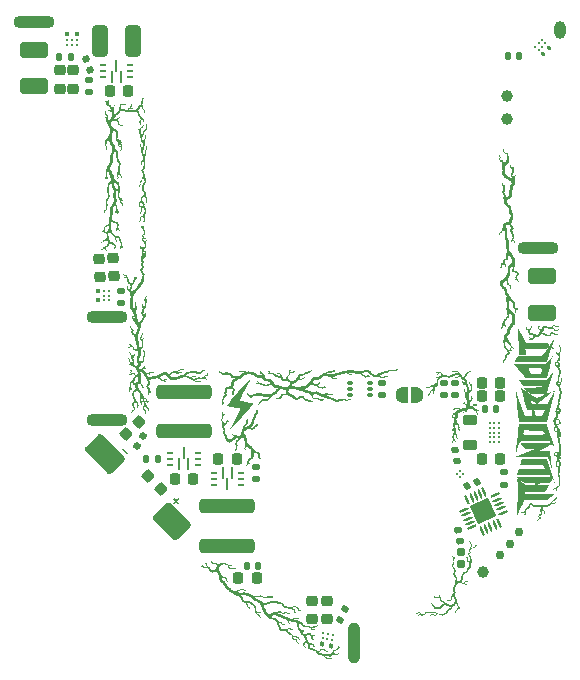
<source format=gbr>
%TF.GenerationSoftware,KiCad,Pcbnew,8.99.0-417-ga763d613e5*%
%TF.CreationDate,2024-05-16T16:31:54-04:00*%
%TF.ProjectId,thundervolt,7468756e-6465-4727-966f-6c742e6b6963,rev?*%
%TF.SameCoordinates,PX85b368ePY7384544*%
%TF.FileFunction,Soldermask,Top*%
%TF.FilePolarity,Negative*%
%FSLAX46Y46*%
G04 Gerber Fmt 4.6, Leading zero omitted, Abs format (unit mm)*
G04 Created by KiCad (PCBNEW 8.99.0-417-ga763d613e5) date 2024-05-16 16:31:54*
%MOMM*%
%LPD*%
G01*
G04 APERTURE LIST*
G04 Aperture macros list*
%AMRoundRect*
0 Rectangle with rounded corners*
0 $1 Rounding radius*
0 $2 $3 $4 $5 $6 $7 $8 $9 X,Y pos of 4 corners*
0 Add a 4 corners polygon primitive as box body*
4,1,4,$2,$3,$4,$5,$6,$7,$8,$9,$2,$3,0*
0 Add four circle primitives for the rounded corners*
1,1,$1+$1,$2,$3*
1,1,$1+$1,$4,$5*
1,1,$1+$1,$6,$7*
1,1,$1+$1,$8,$9*
0 Add four rect primitives between the rounded corners*
20,1,$1+$1,$2,$3,$4,$5,0*
20,1,$1+$1,$4,$5,$6,$7,0*
20,1,$1+$1,$6,$7,$8,$9,0*
20,1,$1+$1,$8,$9,$2,$3,0*%
%AMRotRect*
0 Rectangle, with rotation*
0 The origin of the aperture is its center*
0 $1 length*
0 $2 width*
0 $3 Rotation angle, in degrees counterclockwise*
0 Add horizontal line*
21,1,$1,$2,0,0,$3*%
%AMFreePoly0*
4,1,19,0.500000,-0.650000,0.000000,-0.650000,0.000000,-0.644911,-0.071157,-0.644911,-0.207708,-0.604816,-0.327430,-0.527875,-0.420627,-0.420320,-0.479746,-0.290866,-0.500000,-0.150000,-0.500000,0.150000,-0.479746,0.290866,-0.420627,0.420320,-0.327430,0.527875,-0.207708,0.604816,-0.071157,0.644911,0.000000,0.644911,0.000000,0.650000,0.500000,0.650000,0.500000,-0.650000,0.500000,-0.650000,
$1*%
%AMFreePoly1*
4,1,19,0.000000,0.644911,0.071157,0.644911,0.207708,0.604816,0.327430,0.527875,0.420627,0.420320,0.479746,0.290866,0.500000,0.150000,0.500000,-0.150000,0.479746,-0.290866,0.420627,-0.420320,0.327430,-0.527875,0.207708,-0.604816,0.071157,-0.644911,0.000000,-0.644911,0.000000,-0.650000,-0.500000,-0.650000,-0.500000,0.650000,0.000000,0.650000,0.000000,0.644911,0.000000,0.644911,
$1*%
%AMFreePoly2*
4,1,14,0.334644,0.085355,0.385355,0.034644,0.400000,-0.000711,0.400000,-0.050000,0.385355,-0.085355,0.350001,-0.100000,-0.350000,-0.100000,-0.385355,-0.085355,-0.400000,-0.050000,-0.400000,0.050000,-0.385355,0.085355,-0.350001,0.100000,0.299289,0.100000,0.334644,0.085355,0.334644,0.085355,$1*%
%AMFreePoly3*
4,1,14,0.385355,0.085355,0.400000,0.050000,0.400000,0.000711,0.385355,-0.034644,0.334644,-0.085355,0.299289,-0.100000,-0.350000,-0.100000,-0.385355,-0.085355,-0.400000,-0.050000,-0.400000,0.050000,-0.385355,0.085355,-0.350001,0.100000,0.350000,0.100000,0.385355,0.085355,0.385355,0.085355,$1*%
%AMFreePoly4*
4,1,14,0.085355,0.385355,0.100000,0.350001,0.100000,-0.350000,0.085355,-0.385355,0.050000,-0.400000,-0.050000,-0.400000,-0.085355,-0.385355,-0.100000,-0.350001,-0.100000,0.299289,-0.085355,0.334644,-0.034644,0.385355,0.000711,0.400000,0.050000,0.400000,0.085355,0.385355,0.085355,0.385355,$1*%
%AMFreePoly5*
4,1,14,0.034644,0.385355,0.085355,0.334644,0.100000,0.299289,0.100000,-0.350000,0.085355,-0.385355,0.050000,-0.400000,-0.050000,-0.400000,-0.085355,-0.385355,-0.100000,-0.350001,-0.100000,0.350000,-0.085355,0.385355,-0.050000,0.400000,-0.000711,0.400000,0.034644,0.385355,0.034644,0.385355,$1*%
%AMFreePoly6*
4,1,14,0.385355,0.085355,0.400000,0.050000,0.400000,-0.050000,0.385355,-0.085355,0.350001,-0.100000,-0.299289,-0.100000,-0.334644,-0.085355,-0.385355,-0.034644,-0.400000,0.000711,-0.400000,0.050000,-0.385355,0.085355,-0.350001,0.100000,0.350000,0.100000,0.385355,0.085355,0.385355,0.085355,$1*%
%AMFreePoly7*
4,1,14,0.385355,0.085355,0.400000,0.050000,0.400000,-0.050000,0.385355,-0.085355,0.350001,-0.100000,-0.350000,-0.100000,-0.385355,-0.085355,-0.400000,-0.050000,-0.400000,-0.000711,-0.385355,0.034644,-0.334644,0.085355,-0.299289,0.100000,0.350000,0.100000,0.385355,0.085355,0.385355,0.085355,$1*%
%AMFreePoly8*
4,1,14,0.085355,0.385355,0.100000,0.350001,0.100000,-0.299289,0.085355,-0.334644,0.034644,-0.385355,-0.000711,-0.400000,-0.050000,-0.400000,-0.085355,-0.385355,-0.100000,-0.350001,-0.100000,0.350000,-0.085355,0.385355,-0.050000,0.400000,0.050000,0.400000,0.085355,0.385355,0.085355,0.385355,$1*%
%AMFreePoly9*
4,1,14,0.085355,0.385355,0.100000,0.350001,0.100000,-0.350000,0.085355,-0.385355,0.050000,-0.400000,0.000711,-0.400000,-0.034644,-0.385355,-0.085355,-0.334644,-0.100000,-0.299289,-0.100000,0.350000,-0.085355,0.385355,-0.050000,0.400000,0.050000,0.400000,0.085355,0.385355,0.085355,0.385355,$1*%
G04 Aperture macros list end*
%ADD10C,0.000000*%
%ADD11C,0.180000*%
%ADD12RoundRect,0.500000X-1.250000X-0.000010X1.250000X-0.000010X1.250000X0.000010X-1.250000X0.000010X0*%
%ADD13RoundRect,0.140000X-0.140000X-0.170000X0.140000X-0.170000X0.140000X0.170000X-0.140000X0.170000X0*%
%ADD14RoundRect,0.140000X-0.207631X0.073414X-0.111865X-0.189700X0.207631X-0.073414X0.111865X0.189700X0*%
%ADD15RoundRect,0.225000X0.225000X0.250000X-0.225000X0.250000X-0.225000X-0.250000X0.225000X-0.250000X0*%
%ADD16RoundRect,0.500000X0.000010X-1.250000X0.000010X1.250000X-0.000010X1.250000X-0.000010X-1.250000X0*%
%ADD17RoundRect,0.225000X0.250000X-0.225000X0.250000X0.225000X-0.250000X0.225000X-0.250000X-0.225000X0*%
%ADD18RoundRect,0.295000X-2.055000X0.295000X-2.055000X-0.295000X2.055000X-0.295000X2.055000X0.295000X0*%
%ADD19RoundRect,0.135000X-0.185000X0.135000X-0.185000X-0.135000X0.185000X-0.135000X0.185000X0.135000X0*%
%ADD20RoundRect,0.135000X0.185000X-0.135000X0.185000X0.135000X-0.185000X0.135000X-0.185000X-0.135000X0*%
%ADD21RoundRect,0.250000X0.925000X-0.412500X0.925000X0.412500X-0.925000X0.412500X-0.925000X-0.412500X0*%
%ADD22RoundRect,0.135000X0.205632X-0.100824X0.158747X0.165074X-0.205632X0.100824X-0.158747X-0.165074X0*%
%ADD23RoundRect,0.225000X0.335876X0.017678X0.017678X0.335876X-0.335876X-0.017678X-0.017678X-0.335876X0*%
%ADD24RoundRect,0.140000X-0.055038X-0.213239X0.198728X-0.094906X0.055038X0.213239X-0.198728X0.094906X0*%
%ADD25RoundRect,0.225000X0.263270X-0.209318X0.235798X0.239842X-0.263270X0.209318X-0.235798X-0.239842X0*%
%ADD26C,0.750000*%
%ADD27RoundRect,0.140000X0.191728X-0.108353X0.143107X0.167393X-0.191728X0.108353X-0.143107X-0.167393X0*%
%ADD28C,1.000000*%
%ADD29RoundRect,0.250000X-0.925000X0.412500X-0.925000X-0.412500X0.925000X-0.412500X0.925000X0.412500X0*%
%ADD30FreePoly0,0.000000*%
%ADD31FreePoly1,0.000000*%
%ADD32RoundRect,0.140000X-0.058955X0.212189X-0.219557X-0.017173X0.058955X-0.212189X0.219557X0.017173X0*%
%ADD33RoundRect,0.225000X-0.250000X0.225000X-0.250000X-0.225000X0.250000X-0.225000X0.250000X0.225000X0*%
%ADD34RoundRect,0.295000X2.055000X-0.295000X2.055000X0.295000X-2.055000X0.295000X-2.055000X-0.295000X0*%
%ADD35RoundRect,0.225000X-0.225000X-0.250000X0.225000X-0.250000X0.225000X0.250000X-0.225000X0.250000X0*%
%ADD36RoundRect,0.045720X-0.106680X-0.157480X0.106680X-0.157480X0.106680X0.157480X-0.106680X0.157480X0*%
%ADD37RoundRect,0.050800X-0.050800X-0.050800X0.050800X-0.050800X0.050800X0.050800X-0.050800X0.050800X0*%
%ADD38RoundRect,0.062500X-0.212500X0.062500X-0.212500X-0.062500X0.212500X-0.062500X0.212500X0.062500X0*%
%ADD39RoundRect,0.050000X-0.050000X-0.425000X0.050000X-0.425000X0.050000X0.425000X-0.050000X0.425000X0*%
%ADD40RoundRect,0.135000X0.135000X0.185000X-0.135000X0.185000X-0.135000X-0.185000X0.135000X-0.185000X0*%
%ADD41RoundRect,0.140000X0.094906X-0.198728X0.213239X0.055038X-0.094906X0.198728X-0.213239X-0.055038X0*%
%ADD42RoundRect,0.162500X0.212500X-0.162500X0.212500X0.162500X-0.212500X0.162500X-0.212500X-0.162500X0*%
%ADD43RoundRect,0.045720X0.132405X0.136563X-0.077713X0.173612X-0.132405X-0.136563X0.077713X-0.173612X0*%
%ADD44RoundRect,0.050800X0.058850X0.041207X-0.041207X0.058850X-0.058850X-0.041207X0.041207X-0.058850X0*%
%ADD45RoundRect,0.140000X-0.170000X0.140000X-0.170000X-0.140000X0.170000X-0.140000X0.170000X0.140000X0*%
%ADD46RoundRect,0.062500X0.212500X-0.062500X0.212500X0.062500X-0.212500X0.062500X-0.212500X-0.062500X0*%
%ADD47RoundRect,0.050000X0.050000X0.425000X-0.050000X0.425000X-0.050000X-0.425000X0.050000X-0.425000X0*%
%ADD48RoundRect,0.140000X0.140000X0.170000X-0.140000X0.170000X-0.140000X-0.170000X0.140000X-0.170000X0*%
%ADD49RoundRect,0.500000X0.000010X-0.250000X0.000010X0.250000X-0.000010X0.250000X-0.000010X-0.250000X0*%
%ADD50RoundRect,0.225000X-0.017678X0.335876X-0.335876X0.017678X0.017678X-0.335876X0.335876X-0.017678X0*%
%ADD51RoundRect,0.045720X-0.035921X0.186789X-0.186789X0.035921X0.035921X-0.186789X0.186789X-0.035921X0*%
%ADD52RoundRect,0.050800X0.000000X0.071842X-0.071842X0.000000X0.000000X-0.071842X0.071842X0.000000X0*%
%ADD53C,0.200000*%
%ADD54C,0.208000*%
%ADD55RoundRect,0.045720X0.157480X-0.106680X0.157480X0.106680X-0.157480X0.106680X-0.157480X-0.106680X0*%
%ADD56RoundRect,0.050800X0.050800X-0.050800X0.050800X0.050800X-0.050800X0.050800X-0.050800X-0.050800X0*%
%ADD57FreePoly2,295.000000*%
%ADD58RoundRect,0.050000X-0.193232X0.296077X0.102601X-0.338339X0.193232X-0.296077X-0.102601X0.338339X0*%
%ADD59FreePoly3,295.000000*%
%ADD60FreePoly4,295.000000*%
%ADD61RoundRect,0.050000X-0.338339X-0.102601X-0.296077X-0.193232X0.338339X0.102601X0.296077X0.193232X0*%
%ADD62FreePoly5,295.000000*%
%ADD63FreePoly6,295.000000*%
%ADD64FreePoly7,295.000000*%
%ADD65FreePoly8,295.000000*%
%ADD66FreePoly9,295.000000*%
%ADD67RotRect,1.700000X1.700000X295.000000*%
%ADD68RoundRect,0.075000X0.162500X-0.075000X0.162500X0.075000X-0.162500X0.075000X-0.162500X-0.075000X0*%
%ADD69RoundRect,0.325000X0.325000X1.025000X-0.325000X1.025000X-0.325000X-1.025000X0.325000X-1.025000X0*%
%ADD70RoundRect,0.140000X0.170000X-0.140000X0.170000X0.140000X-0.170000X0.140000X-0.170000X-0.140000X0*%
%ADD71RoundRect,0.218750X0.381250X-0.218750X0.381250X0.218750X-0.381250X0.218750X-0.381250X-0.218750X0*%
G04 APERTURE END LIST*
D10*
G36*
X11132733Y18837745D02*
G01*
X11138872Y18837303D01*
X11144738Y18836485D01*
X11150302Y18835291D01*
X11155534Y18833721D01*
X11160405Y18831775D01*
X11164886Y18829450D01*
X11168948Y18826748D01*
X11172562Y18823667D01*
X11175697Y18820206D01*
X11178325Y18816366D01*
X11180417Y18812146D01*
X11181943Y18807546D01*
X11182875Y18802563D01*
X11183181Y18797199D01*
X11182835Y18791453D01*
X11182266Y18787124D01*
X11181588Y18783212D01*
X11180772Y18779695D01*
X11180304Y18778077D01*
X11179791Y18776548D01*
X11179230Y18775106D01*
X11178617Y18773748D01*
X11177949Y18772470D01*
X11177223Y18771270D01*
X11176435Y18770145D01*
X11175581Y18769092D01*
X11174658Y18768108D01*
X11173664Y18767190D01*
X11172593Y18766334D01*
X11171443Y18765539D01*
X11170210Y18764800D01*
X11168891Y18764116D01*
X11167483Y18763482D01*
X11165982Y18762897D01*
X11164384Y18762357D01*
X11162686Y18761859D01*
X11160885Y18761400D01*
X11158976Y18760978D01*
X11154826Y18760230D01*
X11150206Y18759591D01*
X11145091Y18759038D01*
X11138213Y18758317D01*
X11132177Y18757543D01*
X11126967Y18756685D01*
X11122568Y18755714D01*
X11120668Y18755177D01*
X11118966Y18754600D01*
X11117458Y18753979D01*
X11116144Y18753311D01*
X11115021Y18752593D01*
X11114087Y18751820D01*
X11113342Y18750988D01*
X11112781Y18750094D01*
X11112405Y18749134D01*
X11112211Y18748104D01*
X11112196Y18747001D01*
X11112360Y18745820D01*
X11112700Y18744559D01*
X11113214Y18743212D01*
X11113900Y18741777D01*
X11114757Y18740250D01*
X11115783Y18738627D01*
X11116975Y18736904D01*
X11119852Y18733143D01*
X11123373Y18728938D01*
X11127522Y18724258D01*
X11129473Y18721973D01*
X11131248Y18719628D01*
X11132844Y18717225D01*
X11134261Y18714770D01*
X11135498Y18712265D01*
X11136555Y18709714D01*
X11137430Y18707122D01*
X11138124Y18704491D01*
X11138634Y18701826D01*
X11138960Y18699131D01*
X11139101Y18696408D01*
X11139057Y18693662D01*
X11138826Y18690896D01*
X11138408Y18688115D01*
X11137802Y18685322D01*
X11137007Y18682520D01*
X11135766Y18678828D01*
X11135135Y18677146D01*
X11134488Y18675570D01*
X11133817Y18674099D01*
X11133115Y18672730D01*
X11132373Y18671462D01*
X11131586Y18670291D01*
X11130744Y18669216D01*
X11129841Y18668235D01*
X11128869Y18667345D01*
X11127821Y18666545D01*
X11126689Y18665833D01*
X11125467Y18665205D01*
X11124145Y18664661D01*
X11122718Y18664197D01*
X11121177Y18663812D01*
X11119515Y18663504D01*
X11117724Y18663271D01*
X11115798Y18663110D01*
X11113729Y18663019D01*
X11111508Y18662996D01*
X11109129Y18663040D01*
X11106585Y18663147D01*
X11103867Y18663316D01*
X11100969Y18663544D01*
X11094601Y18664172D01*
X11087420Y18665013D01*
X11079368Y18666049D01*
X11072784Y18666853D01*
X11066482Y18667477D01*
X11060444Y18667920D01*
X11054655Y18668179D01*
X11049097Y18668253D01*
X11043753Y18668139D01*
X11038608Y18667836D01*
X11033643Y18667341D01*
X11028844Y18666653D01*
X11024192Y18665769D01*
X11019671Y18664687D01*
X11015264Y18663406D01*
X11010955Y18661923D01*
X11006727Y18660237D01*
X11002564Y18658344D01*
X10998447Y18656245D01*
X10993587Y18653877D01*
X10988157Y18651738D01*
X10982025Y18649818D01*
X10975055Y18648109D01*
X10967113Y18646600D01*
X10958067Y18645282D01*
X10947781Y18644145D01*
X10936122Y18643180D01*
X10922955Y18642377D01*
X10908147Y18641727D01*
X10891563Y18641220D01*
X10873070Y18640846D01*
X10829818Y18640462D01*
X10777320Y18640498D01*
X10698502Y18640082D01*
X10624723Y18638411D01*
X10564251Y18635753D01*
X10541588Y18634137D01*
X10525352Y18632373D01*
X10515145Y18630851D01*
X10505967Y18629330D01*
X10497680Y18627728D01*
X10490145Y18625960D01*
X10483227Y18623943D01*
X10476787Y18621596D01*
X10473703Y18620271D01*
X10470688Y18618833D01*
X10467723Y18617270D01*
X10464793Y18615572D01*
X10458964Y18611730D01*
X10453064Y18607223D01*
X10446955Y18601969D01*
X10440500Y18595883D01*
X10433562Y18588883D01*
X10426004Y18580886D01*
X10408474Y18561565D01*
X10353062Y18499610D01*
X10263565Y18506217D01*
X10244856Y18507822D01*
X10225990Y18509858D01*
X10207482Y18512241D01*
X10189843Y18514889D01*
X10173590Y18517719D01*
X10159234Y18520646D01*
X10147291Y18523589D01*
X10142385Y18525040D01*
X10138274Y18526464D01*
X10132522Y18528624D01*
X10127371Y18530472D01*
X10122774Y18532000D01*
X10118679Y18533203D01*
X10115038Y18534071D01*
X10111799Y18534599D01*
X10110316Y18534733D01*
X10108915Y18534779D01*
X10107589Y18534736D01*
X10106334Y18534603D01*
X10105142Y18534380D01*
X10104007Y18534065D01*
X10102923Y18533657D01*
X10101884Y18533157D01*
X10100884Y18532562D01*
X10099916Y18531872D01*
X10098974Y18531085D01*
X10098053Y18530202D01*
X10096244Y18528141D01*
X10094440Y18525681D01*
X10092592Y18522816D01*
X10090650Y18519537D01*
X10089252Y18517232D01*
X10087517Y18514582D01*
X10083134Y18508368D01*
X10077699Y18501144D01*
X10071414Y18493162D01*
X10064479Y18484669D01*
X10057094Y18475917D01*
X10049460Y18467155D01*
X10041778Y18458632D01*
X10036127Y18452612D01*
X10030681Y18447114D01*
X10025359Y18442094D01*
X10020079Y18437512D01*
X10014762Y18433326D01*
X10009326Y18429494D01*
X10003690Y18425976D01*
X9997774Y18422730D01*
X9991497Y18419713D01*
X9984778Y18416885D01*
X9977536Y18414204D01*
X9969690Y18411629D01*
X9961160Y18409118D01*
X9951864Y18406629D01*
X9941722Y18404121D01*
X9930653Y18401553D01*
X9914152Y18397585D01*
X9895625Y18392714D01*
X9875704Y18387130D01*
X9855016Y18381024D01*
X9834192Y18374586D01*
X9813861Y18368006D01*
X9794652Y18361474D01*
X9777195Y18355180D01*
X9744496Y18343107D01*
X9714142Y18332137D01*
X9689517Y18323479D01*
X9674009Y18318343D01*
X9671513Y18317538D01*
X9669150Y18316677D01*
X9666922Y18315766D01*
X9664831Y18314810D01*
X9662877Y18313814D01*
X9661062Y18312784D01*
X9659387Y18311725D01*
X9657854Y18310643D01*
X9656464Y18309542D01*
X9655219Y18308427D01*
X9654119Y18307306D01*
X9653167Y18306181D01*
X9652363Y18305060D01*
X9651709Y18303947D01*
X9651206Y18302848D01*
X9650856Y18301767D01*
X9650659Y18300711D01*
X9650618Y18299684D01*
X9650734Y18298692D01*
X9651008Y18297741D01*
X9651441Y18296835D01*
X9652035Y18295980D01*
X9652791Y18295180D01*
X9653710Y18294443D01*
X9654795Y18293772D01*
X9656045Y18293174D01*
X9657464Y18292653D01*
X9659051Y18292214D01*
X9660808Y18291864D01*
X9662737Y18291607D01*
X9664839Y18291450D01*
X9667116Y18291396D01*
X9668022Y18291354D01*
X9668995Y18291229D01*
X9670030Y18291025D01*
X9671126Y18290741D01*
X9673485Y18289948D01*
X9676049Y18288866D01*
X9678792Y18287511D01*
X9681692Y18285901D01*
X9684724Y18284051D01*
X9687864Y18281978D01*
X9691087Y18279698D01*
X9694371Y18277228D01*
X9697691Y18274585D01*
X9701022Y18271784D01*
X9704342Y18268842D01*
X9707625Y18265776D01*
X9710847Y18262602D01*
X9713986Y18259336D01*
X9717333Y18255968D01*
X9721170Y18252494D01*
X9725451Y18248940D01*
X9730131Y18245334D01*
X9735165Y18241701D01*
X9740510Y18238068D01*
X9746120Y18234461D01*
X9751951Y18230908D01*
X9757958Y18227435D01*
X9764096Y18224068D01*
X9770320Y18220834D01*
X9776586Y18217759D01*
X9782849Y18214869D01*
X9789065Y18212193D01*
X9795188Y18209755D01*
X9801175Y18207582D01*
X9813346Y18203278D01*
X9826000Y18198591D01*
X9838768Y18193671D01*
X9851280Y18188668D01*
X9863165Y18183735D01*
X9874055Y18179020D01*
X9883578Y18174675D01*
X9891365Y18170850D01*
X9899501Y18166732D01*
X9906928Y18163223D01*
X9913786Y18160344D01*
X9917047Y18159148D01*
X9920218Y18158118D01*
X9923318Y18157257D01*
X9926363Y18156567D01*
X9929373Y18156052D01*
X9932363Y18155714D01*
X9935353Y18155555D01*
X9938359Y18155580D01*
X9941398Y18155789D01*
X9944490Y18156187D01*
X9947651Y18156776D01*
X9950899Y18157559D01*
X9954251Y18158539D01*
X9957725Y18159717D01*
X9961339Y18161098D01*
X9965110Y18162684D01*
X9973195Y18166481D01*
X9982120Y18171132D01*
X9992027Y18176657D01*
X10003055Y18183080D01*
X10015347Y18190423D01*
X10028080Y18197581D01*
X10042270Y18204649D01*
X10057671Y18211562D01*
X10074038Y18218250D01*
X10091126Y18224648D01*
X10108689Y18230688D01*
X10126482Y18236302D01*
X10144261Y18241424D01*
X10161779Y18245985D01*
X10178791Y18249920D01*
X10195052Y18253159D01*
X10210317Y18255637D01*
X10224340Y18257285D01*
X10236876Y18258037D01*
X10247680Y18257825D01*
X10256507Y18256582D01*
X10270528Y18253108D01*
X10285333Y18248973D01*
X10316397Y18239105D01*
X10347902Y18227736D01*
X10378055Y18215627D01*
X10405059Y18203538D01*
X10416820Y18197738D01*
X10427121Y18192229D01*
X10435738Y18187104D01*
X10442445Y18182459D01*
X10447019Y18178389D01*
X10448436Y18176600D01*
X10449236Y18174989D01*
X10450587Y18170306D01*
X10451601Y18165838D01*
X10452282Y18161587D01*
X10452633Y18157554D01*
X10452659Y18153741D01*
X10452362Y18150147D01*
X10451747Y18146776D01*
X10450817Y18143628D01*
X10449576Y18140704D01*
X10448027Y18138005D01*
X10446173Y18135533D01*
X10444019Y18133290D01*
X10441569Y18131275D01*
X10438825Y18129491D01*
X10435791Y18127939D01*
X10432471Y18126621D01*
X10428869Y18125536D01*
X10424988Y18124687D01*
X10420832Y18124075D01*
X10416404Y18123701D01*
X10411708Y18123566D01*
X10406748Y18123672D01*
X10401527Y18124020D01*
X10396050Y18124611D01*
X10390318Y18125447D01*
X10384337Y18126528D01*
X10378109Y18127856D01*
X10371639Y18129432D01*
X10364930Y18131257D01*
X10357985Y18133333D01*
X10350808Y18135661D01*
X10343404Y18138243D01*
X10334294Y18141276D01*
X10324772Y18143985D01*
X10314961Y18146366D01*
X10304984Y18148410D01*
X10294964Y18150113D01*
X10285024Y18151468D01*
X10275289Y18152469D01*
X10265881Y18153110D01*
X10256924Y18153384D01*
X10248542Y18153286D01*
X10240856Y18152809D01*
X10233992Y18151948D01*
X10228071Y18150695D01*
X10223218Y18149046D01*
X10221231Y18148070D01*
X10219556Y18146993D01*
X10218210Y18145813D01*
X10217208Y18144531D01*
X10216851Y18144039D01*
X10216371Y18143522D01*
X10215772Y18142980D01*
X10215059Y18142415D01*
X10213302Y18141223D01*
X10211128Y18139957D01*
X10208563Y18138626D01*
X10205637Y18137243D01*
X10202378Y18135819D01*
X10198812Y18134364D01*
X10194969Y18132889D01*
X10190876Y18131406D01*
X10186561Y18129926D01*
X10182053Y18128460D01*
X10177378Y18127018D01*
X10172566Y18125612D01*
X10167644Y18124254D01*
X10162639Y18122953D01*
X10157383Y18121510D01*
X10151720Y18119735D01*
X10145703Y18117653D01*
X10139387Y18115288D01*
X10126063Y18109812D01*
X10112173Y18103508D01*
X10098140Y18096577D01*
X10084387Y18089219D01*
X10071337Y18081636D01*
X10065208Y18077822D01*
X10059414Y18074026D01*
X10051186Y18068565D01*
X10043512Y18063654D01*
X10036309Y18059266D01*
X10029491Y18055374D01*
X10022977Y18051951D01*
X10016681Y18048969D01*
X10010521Y18046401D01*
X10004413Y18044219D01*
X9998273Y18042396D01*
X9992017Y18040906D01*
X9985561Y18039719D01*
X9978823Y18038810D01*
X9971718Y18038150D01*
X9964163Y18037713D01*
X9956073Y18037471D01*
X9947366Y18037396D01*
X9940643Y18037488D01*
X9933880Y18037762D01*
X9927098Y18038213D01*
X9920317Y18038836D01*
X9913558Y18039628D01*
X9906843Y18040585D01*
X9900193Y18041701D01*
X9893627Y18042972D01*
X9887168Y18044395D01*
X9880836Y18045965D01*
X9874651Y18047677D01*
X9868636Y18049527D01*
X9862811Y18051511D01*
X9857196Y18053625D01*
X9851813Y18055864D01*
X9846682Y18058224D01*
X9836750Y18062851D01*
X9824992Y18068025D01*
X9811845Y18073572D01*
X9797743Y18079316D01*
X9783122Y18085083D01*
X9768419Y18090698D01*
X9754067Y18095988D01*
X9740503Y18100777D01*
X9733925Y18103129D01*
X9727247Y18105688D01*
X9713778Y18111325D01*
X9700469Y18117491D01*
X9687694Y18123986D01*
X9675827Y18130611D01*
X9670350Y18133910D01*
X9665241Y18137167D01*
X9660545Y18140357D01*
X9656310Y18143455D01*
X9652581Y18146437D01*
X9649407Y18149277D01*
X9644465Y18153983D01*
X9639981Y18158086D01*
X9637850Y18159917D01*
X9635762Y18161606D01*
X9633691Y18163155D01*
X9631613Y18164566D01*
X9629504Y18165844D01*
X9627341Y18166989D01*
X9625098Y18168006D01*
X9622751Y18168897D01*
X9620277Y18169665D01*
X9617651Y18170313D01*
X9614849Y18170842D01*
X9611846Y18171257D01*
X9608619Y18171560D01*
X9605142Y18171754D01*
X9601393Y18171841D01*
X9597346Y18171825D01*
X9592977Y18171708D01*
X9588263Y18171492D01*
X9583178Y18171182D01*
X9577699Y18170779D01*
X9565462Y18169706D01*
X9551356Y18168298D01*
X9516765Y18164561D01*
X9448604Y18157483D01*
X9387686Y18152008D01*
X9333969Y18148135D01*
X9287409Y18145863D01*
X9247964Y18145189D01*
X9215590Y18146112D01*
X9190246Y18148632D01*
X9180197Y18150489D01*
X9171889Y18152745D01*
X9167825Y18154243D01*
X9163403Y18156160D01*
X9158666Y18158469D01*
X9153657Y18161138D01*
X9148420Y18164139D01*
X9142996Y18167442D01*
X9137430Y18171016D01*
X9131764Y18174833D01*
X9126041Y18178863D01*
X9120305Y18183077D01*
X9114597Y18187443D01*
X9108962Y18191934D01*
X9103442Y18196519D01*
X9098080Y18201169D01*
X9092919Y18205854D01*
X9088003Y18210544D01*
X9082934Y18215354D01*
X9077325Y18220391D01*
X9071233Y18225613D01*
X9064718Y18230980D01*
X9050649Y18241978D01*
X9035581Y18253054D01*
X9019980Y18263876D01*
X9004312Y18274111D01*
X8989039Y18283427D01*
X8981698Y18287637D01*
X8974629Y18291493D01*
X8961026Y18299142D01*
X8947381Y18307662D01*
X8933772Y18316971D01*
X8920279Y18326988D01*
X8906982Y18337633D01*
X8893959Y18348825D01*
X8881291Y18360484D01*
X8869055Y18372528D01*
X8857333Y18384877D01*
X8846202Y18397450D01*
X8835743Y18410166D01*
X8826034Y18422945D01*
X8817155Y18435705D01*
X8809185Y18448367D01*
X8802204Y18460848D01*
X8796291Y18473070D01*
X8793852Y18478052D01*
X8790995Y18482961D01*
X8787731Y18487792D01*
X8784069Y18492541D01*
X8780018Y18497203D01*
X8775590Y18501775D01*
X8770792Y18506252D01*
X8765636Y18510630D01*
X8760131Y18514904D01*
X8754287Y18519071D01*
X8748113Y18523127D01*
X8741620Y18527066D01*
X8734818Y18530885D01*
X8727715Y18534580D01*
X8712650Y18541579D01*
X8696503Y18548030D01*
X8679352Y18553898D01*
X8661277Y18559150D01*
X8642356Y18563752D01*
X8622668Y18567670D01*
X8602290Y18570871D01*
X8581301Y18573320D01*
X8559780Y18574984D01*
X8533284Y18576263D01*
X8521640Y18576500D01*
X8510677Y18576383D01*
X8500101Y18575851D01*
X8489621Y18574839D01*
X8478945Y18573285D01*
X8467780Y18571127D01*
X8455835Y18568300D01*
X8442818Y18564742D01*
X8428435Y18560390D01*
X8412395Y18555181D01*
X8394407Y18549051D01*
X8374177Y18541939D01*
X8325825Y18524512D01*
X8266535Y18502813D01*
X8217466Y18484547D01*
X8183720Y18471635D01*
X8174186Y18467786D01*
X8170396Y18465997D01*
X8169782Y18465119D01*
X8169437Y18463945D01*
X8169351Y18462494D01*
X8169511Y18460782D01*
X8169908Y18458825D01*
X8170529Y18456642D01*
X8172402Y18451662D01*
X8175040Y18445979D01*
X8178355Y18439730D01*
X8182257Y18433050D01*
X8186657Y18426077D01*
X8191466Y18418947D01*
X8196595Y18411795D01*
X8201955Y18404760D01*
X8207457Y18397977D01*
X8213011Y18391583D01*
X8218528Y18385714D01*
X8223920Y18380507D01*
X8229097Y18376098D01*
X8233633Y18372625D01*
X8237948Y18369541D01*
X8242110Y18366835D01*
X8246189Y18364493D01*
X8248219Y18363454D01*
X8250254Y18362501D01*
X8252302Y18361633D01*
X8254372Y18360847D01*
X8256473Y18360143D01*
X8258614Y18359518D01*
X8260802Y18358972D01*
X8263046Y18358501D01*
X8265356Y18358105D01*
X8267740Y18357782D01*
X8270206Y18357531D01*
X8272762Y18357349D01*
X8278183Y18357188D01*
X8284070Y18357287D01*
X8290493Y18357631D01*
X8297520Y18358209D01*
X8305220Y18359007D01*
X8313662Y18360012D01*
X8322673Y18361090D01*
X8330823Y18361937D01*
X8338226Y18362523D01*
X8344995Y18362820D01*
X8351244Y18362798D01*
X8357086Y18362428D01*
X8362634Y18361680D01*
X8368001Y18360527D01*
X8373301Y18358938D01*
X8378647Y18356885D01*
X8384152Y18354339D01*
X8389930Y18351269D01*
X8396094Y18347648D01*
X8402757Y18343446D01*
X8410032Y18338634D01*
X8418034Y18333183D01*
X8423135Y18329567D01*
X8428300Y18325701D01*
X8433494Y18321620D01*
X8438680Y18317360D01*
X8443824Y18312955D01*
X8448890Y18308441D01*
X8453842Y18303851D01*
X8458645Y18299222D01*
X8463263Y18294588D01*
X8467660Y18289985D01*
X8471801Y18285446D01*
X8475651Y18281008D01*
X8479173Y18276704D01*
X8482333Y18272571D01*
X8485094Y18268643D01*
X8487421Y18264955D01*
X8507768Y18230470D01*
X8543176Y18248522D01*
X8550886Y18252618D01*
X8559231Y18257346D01*
X8567948Y18262538D01*
X8576771Y18268026D01*
X8585434Y18273642D01*
X8593673Y18279216D01*
X8601223Y18284581D01*
X8607818Y18289569D01*
X8612037Y18292751D01*
X8616263Y18295652D01*
X8620538Y18298280D01*
X8624905Y18300648D01*
X8629406Y18302765D01*
X8634084Y18304642D01*
X8638982Y18306291D01*
X8644142Y18307720D01*
X8649606Y18308942D01*
X8655418Y18309966D01*
X8661619Y18310804D01*
X8668252Y18311465D01*
X8675360Y18311961D01*
X8682986Y18312303D01*
X8691171Y18312499D01*
X8699959Y18312563D01*
X8720180Y18312393D01*
X8728676Y18312089D01*
X8736286Y18311557D01*
X8743152Y18310735D01*
X8749417Y18309563D01*
X8752368Y18308826D01*
X8755223Y18307979D01*
X8757999Y18307013D01*
X8760714Y18305921D01*
X8763385Y18304696D01*
X8766031Y18303329D01*
X8771317Y18300141D01*
X8776715Y18296295D01*
X8782367Y18291731D01*
X8788417Y18286386D01*
X8795005Y18280200D01*
X8810371Y18265059D01*
X8817021Y18258323D01*
X8823047Y18252029D01*
X8828472Y18246136D01*
X8833318Y18240606D01*
X8837609Y18235399D01*
X8841365Y18230477D01*
X8844610Y18225801D01*
X8847367Y18221331D01*
X8849657Y18217029D01*
X8851503Y18212856D01*
X8852928Y18208772D01*
X8853953Y18204738D01*
X8854602Y18200716D01*
X8854897Y18196667D01*
X8854860Y18192551D01*
X8854514Y18188330D01*
X8854002Y18184859D01*
X8853290Y18181567D01*
X8852387Y18178456D01*
X8851300Y18175527D01*
X8850039Y18172782D01*
X8848612Y18170222D01*
X8847027Y18167849D01*
X8845293Y18165665D01*
X8843418Y18163671D01*
X8841411Y18161870D01*
X8839280Y18160261D01*
X8837034Y18158848D01*
X8834681Y18157632D01*
X8832229Y18156615D01*
X8829687Y18155797D01*
X8827064Y18155182D01*
X8824368Y18154770D01*
X8821607Y18154562D01*
X8818790Y18154562D01*
X8815925Y18154770D01*
X8813021Y18155187D01*
X8810086Y18155817D01*
X8807129Y18156659D01*
X8804158Y18157717D01*
X8801181Y18158991D01*
X8798208Y18160483D01*
X8795246Y18162194D01*
X8792304Y18164127D01*
X8789390Y18166283D01*
X8786514Y18168664D01*
X8783682Y18171271D01*
X8780905Y18174106D01*
X8778528Y18176470D01*
X8775929Y18178704D01*
X8773124Y18180809D01*
X8770127Y18182784D01*
X8766951Y18184626D01*
X8763612Y18186337D01*
X8756501Y18189357D01*
X8748910Y18191836D01*
X8740955Y18193767D01*
X8732750Y18195142D01*
X8724411Y18195955D01*
X8716055Y18196198D01*
X8707797Y18195863D01*
X8699752Y18194944D01*
X8692036Y18193433D01*
X8688338Y18192454D01*
X8684766Y18191323D01*
X8681333Y18190041D01*
X8678055Y18188606D01*
X8674946Y18187018D01*
X8672021Y18185275D01*
X8669294Y18183377D01*
X8666779Y18181323D01*
X8658348Y18174244D01*
X8649260Y18167355D01*
X8639602Y18160693D01*
X8629461Y18154295D01*
X8618924Y18148198D01*
X8608077Y18142438D01*
X8597007Y18137052D01*
X8585802Y18132077D01*
X8574548Y18127549D01*
X8563331Y18123506D01*
X8552240Y18119985D01*
X8541361Y18117021D01*
X8530780Y18114651D01*
X8520585Y18112914D01*
X8510862Y18111844D01*
X8501698Y18111479D01*
X8494470Y18111549D01*
X8487786Y18111771D01*
X8481594Y18112167D01*
X8475840Y18112756D01*
X8470473Y18113560D01*
X8465438Y18114599D01*
X8460682Y18115893D01*
X8456154Y18117463D01*
X8451798Y18119329D01*
X8447564Y18121512D01*
X8443396Y18124033D01*
X8439244Y18126911D01*
X8435052Y18130168D01*
X8430769Y18133824D01*
X8426341Y18137900D01*
X8421715Y18142415D01*
X8418564Y18145650D01*
X8415501Y18148958D01*
X8412542Y18152315D01*
X8409703Y18155697D01*
X8407000Y18159079D01*
X8404449Y18162438D01*
X8402066Y18165750D01*
X8399866Y18168990D01*
X8397866Y18172134D01*
X8396081Y18175159D01*
X8394527Y18178039D01*
X8393220Y18180752D01*
X8392176Y18183273D01*
X8391410Y18185577D01*
X8390940Y18187641D01*
X8390779Y18189440D01*
X8390651Y18192211D01*
X8390270Y18194918D01*
X8389639Y18197559D01*
X8388762Y18200132D01*
X8387641Y18202636D01*
X8386282Y18205069D01*
X8384687Y18207430D01*
X8382859Y18209717D01*
X8380803Y18211928D01*
X8378522Y18214063D01*
X8376018Y18216120D01*
X8373297Y18218096D01*
X8370361Y18219991D01*
X8367214Y18221803D01*
X8363859Y18223531D01*
X8360299Y18225172D01*
X8356540Y18226726D01*
X8352583Y18228191D01*
X8348432Y18229565D01*
X8344092Y18230847D01*
X8339565Y18232035D01*
X8334854Y18233128D01*
X8329965Y18234124D01*
X8324899Y18235022D01*
X8319660Y18235820D01*
X8314253Y18236516D01*
X8308680Y18237110D01*
X8302945Y18237599D01*
X8297052Y18237982D01*
X8291003Y18238257D01*
X8284804Y18238424D01*
X8278456Y18238479D01*
X8268309Y18238540D01*
X8259021Y18238740D01*
X8250491Y18239113D01*
X8242614Y18239688D01*
X8235289Y18240497D01*
X8228413Y18241571D01*
X8221884Y18242940D01*
X8215597Y18244636D01*
X8209452Y18246690D01*
X8203344Y18249132D01*
X8197172Y18251993D01*
X8190832Y18255305D01*
X8184223Y18259099D01*
X8177240Y18263405D01*
X8169783Y18268254D01*
X8161747Y18273678D01*
X8155919Y18277807D01*
X8150117Y18282193D01*
X8144362Y18286814D01*
X8138675Y18291646D01*
X8133078Y18296667D01*
X8127592Y18301855D01*
X8122238Y18307185D01*
X8117037Y18312636D01*
X8112010Y18318184D01*
X8107179Y18323808D01*
X8102564Y18329483D01*
X8098188Y18335187D01*
X8094070Y18340898D01*
X8090233Y18346592D01*
X8086698Y18352248D01*
X8083485Y18357841D01*
X8077943Y18367828D01*
X8072479Y18377438D01*
X8067236Y18386439D01*
X8062353Y18394600D01*
X8057970Y18401689D01*
X8054230Y18407477D01*
X8051271Y18411730D01*
X8050128Y18413209D01*
X8049234Y18414219D01*
X8048671Y18414596D01*
X8047752Y18414962D01*
X8044886Y18415661D01*
X8040713Y18416313D01*
X8035306Y18416915D01*
X8021097Y18417960D01*
X8002864Y18418776D01*
X7981212Y18419341D01*
X7956746Y18419635D01*
X7930070Y18419636D01*
X7901790Y18419323D01*
X7841862Y18419058D01*
X7814160Y18419632D01*
X7787336Y18420781D01*
X7760913Y18422582D01*
X7734420Y18425112D01*
X7707381Y18428449D01*
X7679323Y18432670D01*
X7649772Y18437852D01*
X7618254Y18444072D01*
X7584295Y18451409D01*
X7547421Y18459939D01*
X7463033Y18480889D01*
X7361298Y18507540D01*
X7215524Y18546321D01*
X7131986Y18528369D01*
X7048447Y18510418D01*
X7070312Y18480847D01*
X7073632Y18476521D01*
X7076937Y18472580D01*
X7078601Y18470746D01*
X7080280Y18469000D01*
X7081982Y18467339D01*
X7083713Y18465759D01*
X7085481Y18464257D01*
X7087291Y18462831D01*
X7089151Y18461477D01*
X7091067Y18460192D01*
X7093045Y18458974D01*
X7095093Y18457820D01*
X7097218Y18456726D01*
X7099425Y18455689D01*
X7101721Y18454707D01*
X7104114Y18453776D01*
X7106610Y18452894D01*
X7109215Y18452057D01*
X7111937Y18451263D01*
X7114781Y18450509D01*
X7120865Y18449106D01*
X7127522Y18447825D01*
X7134803Y18446642D01*
X7142763Y18445534D01*
X7151455Y18444476D01*
X7185043Y18440201D01*
X7199945Y18437953D01*
X7213633Y18435616D01*
X7226141Y18433180D01*
X7237502Y18430631D01*
X7247752Y18427959D01*
X7256925Y18425153D01*
X7265054Y18422200D01*
X7272175Y18419091D01*
X7278321Y18415812D01*
X7283527Y18412353D01*
X7287828Y18408702D01*
X7291257Y18404848D01*
X7293850Y18400780D01*
X7295640Y18396485D01*
X7296554Y18393316D01*
X7297260Y18390229D01*
X7297763Y18387226D01*
X7298064Y18384309D01*
X7298168Y18381483D01*
X7298077Y18378748D01*
X7297795Y18376107D01*
X7297325Y18373565D01*
X7296669Y18371121D01*
X7295832Y18368781D01*
X7294816Y18366546D01*
X7293624Y18364418D01*
X7292260Y18362401D01*
X7290726Y18360497D01*
X7289027Y18358708D01*
X7287164Y18357038D01*
X7285142Y18355489D01*
X7282963Y18354063D01*
X7280631Y18352763D01*
X7278148Y18351593D01*
X7275518Y18350553D01*
X7272745Y18349647D01*
X7269830Y18348878D01*
X7266778Y18348249D01*
X7263591Y18347761D01*
X7260273Y18347417D01*
X7256827Y18347221D01*
X7253256Y18347175D01*
X7249563Y18347280D01*
X7245751Y18347541D01*
X7241824Y18347959D01*
X7237785Y18348538D01*
X7217695Y18351623D01*
X7190812Y18355545D01*
X7130722Y18363885D01*
X7116334Y18365927D01*
X7103029Y18368068D01*
X7090769Y18370323D01*
X7079519Y18372709D01*
X7069241Y18375243D01*
X7059899Y18377939D01*
X7051457Y18380815D01*
X7043878Y18383886D01*
X7037126Y18387168D01*
X7031165Y18390679D01*
X7025958Y18394433D01*
X7021469Y18398447D01*
X7017661Y18402738D01*
X7014498Y18407320D01*
X7011944Y18412212D01*
X7009961Y18417428D01*
X7009300Y18419215D01*
X7008459Y18420962D01*
X7007433Y18422673D01*
X7006217Y18424347D01*
X7004804Y18425988D01*
X7003190Y18427597D01*
X7001369Y18429177D01*
X6999335Y18430728D01*
X6997082Y18432253D01*
X6994605Y18433754D01*
X6991898Y18435233D01*
X6988956Y18436692D01*
X6985773Y18438133D01*
X6982344Y18439556D01*
X6978662Y18440966D01*
X6974723Y18442363D01*
X6970521Y18443749D01*
X6966049Y18445126D01*
X6956276Y18447862D01*
X6945361Y18450585D01*
X6933258Y18453312D01*
X6919922Y18456057D01*
X6905308Y18458836D01*
X6889372Y18461664D01*
X6872069Y18464556D01*
X6864296Y18465196D01*
X6853138Y18465226D01*
X6822560Y18463676D01*
X6784118Y18460358D01*
X6741593Y18455720D01*
X6698765Y18450212D01*
X6659416Y18444283D01*
X6627326Y18438383D01*
X6615186Y18435584D01*
X6606278Y18432961D01*
X6599893Y18430456D01*
X6589343Y18426011D01*
X6557988Y18412292D01*
X6516686Y18393787D01*
X6469912Y18372482D01*
X6353504Y18319043D01*
X6056641Y18305368D01*
X5997740Y18266260D01*
X5982034Y18256102D01*
X5966636Y18246706D01*
X5951459Y18238044D01*
X5936416Y18230087D01*
X5921421Y18222806D01*
X5906388Y18216174D01*
X5891230Y18210161D01*
X5875860Y18204738D01*
X5860192Y18199877D01*
X5844140Y18195549D01*
X5827617Y18191726D01*
X5810536Y18188378D01*
X5792811Y18185478D01*
X5774356Y18182996D01*
X5755083Y18180905D01*
X5734907Y18179174D01*
X5637987Y18171858D01*
X5672946Y18135511D01*
X5676836Y18131656D01*
X5681264Y18127609D01*
X5686179Y18123404D01*
X5691530Y18119076D01*
X5697267Y18114657D01*
X5703340Y18110181D01*
X5709697Y18105682D01*
X5716289Y18101195D01*
X5723064Y18096751D01*
X5729973Y18092387D01*
X5736965Y18088134D01*
X5743990Y18084026D01*
X5750997Y18080099D01*
X5757935Y18076384D01*
X5764754Y18072917D01*
X5771404Y18069730D01*
X5791255Y18060733D01*
X5799831Y18057080D01*
X5807698Y18053961D01*
X5814996Y18051355D01*
X5821869Y18049240D01*
X5828458Y18047594D01*
X5834904Y18046396D01*
X5841351Y18045623D01*
X5847940Y18045255D01*
X5854813Y18045269D01*
X5862111Y18045645D01*
X5869978Y18046359D01*
X5878554Y18047390D01*
X5898405Y18050319D01*
X5921254Y18053688D01*
X5942548Y18056334D01*
X5962297Y18058254D01*
X5980513Y18059446D01*
X5997207Y18059908D01*
X6012391Y18059638D01*
X6026075Y18058634D01*
X6038270Y18056895D01*
X6048989Y18054417D01*
X6058242Y18051199D01*
X6066041Y18047238D01*
X6072397Y18042534D01*
X6075037Y18039902D01*
X6077320Y18037083D01*
X6079249Y18034077D01*
X6080823Y18030883D01*
X6082046Y18027502D01*
X6082917Y18023933D01*
X6083612Y18016230D01*
X6083543Y18013664D01*
X6083337Y18011178D01*
X6082993Y18008770D01*
X6082512Y18006442D01*
X6081893Y18004194D01*
X6081138Y18002025D01*
X6080245Y17999936D01*
X6079216Y17997927D01*
X6078050Y17995998D01*
X6076748Y17994148D01*
X6075310Y17992379D01*
X6073735Y17990690D01*
X6072024Y17989081D01*
X6070178Y17987553D01*
X6068196Y17986104D01*
X6066078Y17984737D01*
X6063825Y17983450D01*
X6061436Y17982244D01*
X6058912Y17981118D01*
X6056254Y17980074D01*
X6053460Y17979110D01*
X6050532Y17978228D01*
X6047470Y17977426D01*
X6044273Y17976706D01*
X6040941Y17976068D01*
X6037476Y17975510D01*
X6033877Y17975034D01*
X6030144Y17974640D01*
X6026277Y17974327D01*
X6022276Y17974097D01*
X6018143Y17973948D01*
X6013876Y17973881D01*
X5990426Y17973321D01*
X5957171Y17971960D01*
X5918540Y17970006D01*
X5878958Y17967669D01*
X5852588Y17966155D01*
X5830994Y17965349D01*
X5821791Y17965231D01*
X5813545Y17965313D01*
X5806179Y17965604D01*
X5799613Y17966111D01*
X5793768Y17966842D01*
X5788566Y17967804D01*
X5783928Y17969007D01*
X5779775Y17970458D01*
X5776028Y17972163D01*
X5772609Y17974133D01*
X5769439Y17976373D01*
X5766439Y17978892D01*
X5764307Y17980698D01*
X5761846Y17982560D01*
X5759086Y17984464D01*
X5756057Y17986396D01*
X5752786Y17988343D01*
X5749305Y17990289D01*
X5745641Y17992220D01*
X5741825Y17994123D01*
X5737885Y17995983D01*
X5733851Y17997786D01*
X5729752Y17999518D01*
X5725618Y18001164D01*
X5721478Y18002710D01*
X5717360Y18004143D01*
X5713295Y18005447D01*
X5709312Y18006609D01*
X5704870Y18008001D01*
X5700223Y18009775D01*
X5695392Y18011915D01*
X5690400Y18014405D01*
X5685269Y18017230D01*
X5680021Y18020374D01*
X5674679Y18023819D01*
X5669265Y18027552D01*
X5663801Y18031555D01*
X5658310Y18035814D01*
X5652814Y18040311D01*
X5647335Y18045032D01*
X5641896Y18049960D01*
X5636519Y18055080D01*
X5631226Y18060375D01*
X5626039Y18065830D01*
X5586717Y18108622D01*
X5571184Y18125479D01*
X5557802Y18139633D01*
X5546120Y18151328D01*
X5535687Y18160805D01*
X5530798Y18164789D01*
X5526052Y18168309D01*
X5521393Y18171396D01*
X5516764Y18174080D01*
X5512110Y18176392D01*
X5507374Y18178363D01*
X5502499Y18180021D01*
X5497429Y18181399D01*
X5492108Y18182525D01*
X5486479Y18183431D01*
X5474074Y18184702D01*
X5459762Y18185455D01*
X5443092Y18185932D01*
X5400878Y18187030D01*
X5363545Y18188462D01*
X5347807Y18189274D01*
X5333666Y18190233D01*
X5320852Y18191401D01*
X5309098Y18192842D01*
X5298136Y18194616D01*
X5287698Y18196787D01*
X5277516Y18199417D01*
X5267322Y18202568D01*
X5256848Y18206302D01*
X5245826Y18210683D01*
X5233989Y18215772D01*
X5221067Y18221632D01*
X5190902Y18235914D01*
X5169309Y18245947D01*
X5148768Y18254837D01*
X5129457Y18262524D01*
X5111554Y18268948D01*
X5095237Y18274049D01*
X5087730Y18276085D01*
X5080685Y18277767D01*
X5074127Y18279089D01*
X5068076Y18280042D01*
X5062556Y18280619D01*
X5057588Y18280813D01*
X5047143Y18280316D01*
X5036215Y18278834D01*
X5024836Y18276387D01*
X5013038Y18272992D01*
X5000853Y18268667D01*
X4988313Y18263430D01*
X4975451Y18257298D01*
X4962297Y18250291D01*
X4948885Y18242426D01*
X4935246Y18233720D01*
X4921412Y18224192D01*
X4907415Y18213859D01*
X4893287Y18202740D01*
X4879061Y18190852D01*
X4864768Y18178214D01*
X4850440Y18164842D01*
X4836781Y18152139D01*
X4822377Y18139431D01*
X4807662Y18127058D01*
X4793069Y18115359D01*
X4779033Y18104673D01*
X4765988Y18095341D01*
X4754368Y18087702D01*
X4749227Y18084622D01*
X4744606Y18082094D01*
X4734900Y18076759D01*
X4723438Y18069901D01*
X4710643Y18061806D01*
X4696938Y18052757D01*
X4682747Y18043038D01*
X4668491Y18032936D01*
X4654594Y18022734D01*
X4641480Y18012716D01*
X4622042Y17997714D01*
X4604162Y17984373D01*
X4587590Y17972611D01*
X4572073Y17962346D01*
X4557363Y17953494D01*
X4543206Y17945975D01*
X4529354Y17939705D01*
X4515554Y17934603D01*
X4501557Y17930586D01*
X4487110Y17927571D01*
X4471964Y17925477D01*
X4455867Y17924221D01*
X4438569Y17923721D01*
X4419819Y17923894D01*
X4399365Y17924658D01*
X4376957Y17925932D01*
X4311088Y17929967D01*
X4257919Y17932762D01*
X4215956Y17934294D01*
X4183706Y17934543D01*
X4159673Y17933487D01*
X4150271Y17932463D01*
X4142364Y17931105D01*
X4135765Y17929410D01*
X4130286Y17927375D01*
X4125742Y17924998D01*
X4121945Y17922276D01*
X4119831Y17920138D01*
X4117138Y17916782D01*
X4113907Y17912278D01*
X4110178Y17906699D01*
X4101394Y17892603D01*
X4091116Y17875068D01*
X4079672Y17854670D01*
X4067392Y17831984D01*
X4054605Y17807584D01*
X4041641Y17782046D01*
X4021172Y17740938D01*
X4006080Y17709942D01*
X4000422Y17697791D01*
X3995954Y17687633D01*
X3992623Y17679289D01*
X3990379Y17672581D01*
X3989171Y17667331D01*
X3988945Y17663360D01*
X3989186Y17661798D01*
X3989652Y17660489D01*
X3990339Y17659411D01*
X3991240Y17658541D01*
X3993656Y17657336D01*
X3996849Y17656696D01*
X4005363Y17656399D01*
X4011855Y17656201D01*
X4018246Y17655599D01*
X4024558Y17654581D01*
X4030814Y17653135D01*
X4037036Y17651247D01*
X4043244Y17648906D01*
X4049462Y17646100D01*
X4055711Y17642815D01*
X4062013Y17639040D01*
X4068390Y17634762D01*
X4074864Y17629969D01*
X4081458Y17624649D01*
X4088192Y17618789D01*
X4095089Y17612376D01*
X4102171Y17605399D01*
X4109461Y17597846D01*
X4113229Y17594026D01*
X4117276Y17590254D01*
X4121577Y17586545D01*
X4126107Y17582913D01*
X4130842Y17579374D01*
X4135757Y17575940D01*
X4140826Y17572628D01*
X4146026Y17569452D01*
X4151331Y17566426D01*
X4156717Y17563565D01*
X4162158Y17560884D01*
X4167631Y17558397D01*
X4173110Y17556118D01*
X4178571Y17554064D01*
X4183988Y17552248D01*
X4189337Y17550684D01*
X4211143Y17544539D01*
X4235412Y17537280D01*
X4259187Y17529815D01*
X4279508Y17523050D01*
X4289227Y17519739D01*
X4298041Y17516874D01*
X4305991Y17514456D01*
X4313113Y17512487D01*
X4319446Y17510965D01*
X4325028Y17509893D01*
X4329898Y17509270D01*
X4334092Y17509096D01*
X4337651Y17509373D01*
X4339203Y17509681D01*
X4340611Y17510101D01*
X4341879Y17510635D01*
X4343011Y17511281D01*
X4344013Y17512040D01*
X4344889Y17512912D01*
X4345645Y17513897D01*
X4346284Y17514996D01*
X4346812Y17516207D01*
X4347233Y17517532D01*
X4347774Y17520523D01*
X4347946Y17523967D01*
X4348064Y17525387D01*
X4348420Y17527004D01*
X4349018Y17528823D01*
X4349859Y17530845D01*
X4350948Y17533075D01*
X4352287Y17535515D01*
X4355727Y17541044D01*
X4360204Y17547460D01*
X4365741Y17554790D01*
X4372363Y17563063D01*
X4380092Y17572306D01*
X4388954Y17582548D01*
X4398971Y17593817D01*
X4410169Y17606141D01*
X4422570Y17619548D01*
X4436198Y17634066D01*
X4451078Y17649724D01*
X4484689Y17684567D01*
X4490152Y17689903D01*
X4495808Y17694886D01*
X4501636Y17699519D01*
X4507616Y17703801D01*
X4513725Y17707733D01*
X4519944Y17711314D01*
X4526251Y17714546D01*
X4532624Y17717428D01*
X4539042Y17719960D01*
X4545485Y17722144D01*
X4551932Y17723978D01*
X4558360Y17725464D01*
X4564750Y17726602D01*
X4571079Y17727392D01*
X4577327Y17727834D01*
X4583473Y17727928D01*
X4589495Y17727676D01*
X4595372Y17727076D01*
X4601084Y17726130D01*
X4606608Y17724838D01*
X4611925Y17723199D01*
X4617012Y17721215D01*
X4621849Y17718885D01*
X4626414Y17716209D01*
X4630687Y17713189D01*
X4634646Y17709824D01*
X4638270Y17706115D01*
X4641538Y17702062D01*
X4644429Y17697664D01*
X4646922Y17692923D01*
X4648995Y17687839D01*
X4650628Y17682411D01*
X4651304Y17679438D01*
X4651827Y17676511D01*
X4652198Y17673631D01*
X4652416Y17670795D01*
X4652479Y17668004D01*
X4652389Y17665256D01*
X4652143Y17662552D01*
X4651742Y17659891D01*
X4651186Y17657271D01*
X4650473Y17654693D01*
X4649603Y17652155D01*
X4648576Y17649658D01*
X4647391Y17647199D01*
X4646048Y17644780D01*
X4644547Y17642398D01*
X4642886Y17640054D01*
X4641065Y17637746D01*
X4639084Y17635474D01*
X4636943Y17633238D01*
X4634640Y17631037D01*
X4632176Y17628870D01*
X4629550Y17626736D01*
X4626761Y17624635D01*
X4623809Y17622566D01*
X4620693Y17620529D01*
X4617413Y17618522D01*
X4610360Y17614599D01*
X4602644Y17610792D01*
X4594262Y17607095D01*
X4590705Y17605488D01*
X4587092Y17603627D01*
X4583450Y17601533D01*
X4579803Y17599230D01*
X4576177Y17596739D01*
X4572597Y17594084D01*
X4569088Y17591285D01*
X4565675Y17588367D01*
X4562385Y17585350D01*
X4559242Y17582259D01*
X4556272Y17579114D01*
X4553499Y17575939D01*
X4550950Y17572756D01*
X4548649Y17569586D01*
X4546622Y17566454D01*
X4544894Y17563381D01*
X4543197Y17560304D01*
X4541261Y17557159D01*
X4539109Y17553971D01*
X4536762Y17550761D01*
X4534243Y17547552D01*
X4531574Y17544368D01*
X4528777Y17541231D01*
X4525875Y17538163D01*
X4522890Y17535189D01*
X4519843Y17532330D01*
X4516758Y17529609D01*
X4513656Y17527049D01*
X4510560Y17524674D01*
X4507492Y17522505D01*
X4504474Y17520566D01*
X4501529Y17518879D01*
X4499433Y17517650D01*
X4497262Y17516172D01*
X4492730Y17512527D01*
X4488007Y17508061D01*
X4483169Y17502889D01*
X4478289Y17497127D01*
X4473441Y17490892D01*
X4468702Y17484300D01*
X4464145Y17477467D01*
X4459844Y17470509D01*
X4455875Y17463542D01*
X4452312Y17456683D01*
X4449230Y17450046D01*
X4446702Y17443750D01*
X4444805Y17437909D01*
X4444115Y17435195D01*
X4443612Y17432640D01*
X4443302Y17430256D01*
X4443197Y17428058D01*
X4443248Y17427855D01*
X4443399Y17427606D01*
X4443647Y17427313D01*
X4443989Y17426978D01*
X4444950Y17426187D01*
X4446260Y17425244D01*
X4447900Y17424160D01*
X4449850Y17422946D01*
X4452090Y17421613D01*
X4454600Y17420173D01*
X4457360Y17418637D01*
X4460350Y17417016D01*
X4466942Y17413564D01*
X4474217Y17409907D01*
X4482014Y17406135D01*
X4487262Y17403526D01*
X4492212Y17400809D01*
X4496885Y17397964D01*
X4501301Y17394967D01*
X4505478Y17391797D01*
X4509438Y17388431D01*
X4513199Y17384847D01*
X4516781Y17381023D01*
X4520204Y17376935D01*
X4523488Y17372563D01*
X4526652Y17367884D01*
X4529717Y17362875D01*
X4532701Y17357515D01*
X4535625Y17351780D01*
X4538509Y17345649D01*
X4541371Y17339100D01*
X4561911Y17290485D01*
X4648074Y17288185D01*
X4665988Y17287477D01*
X4683870Y17286341D01*
X4701245Y17284837D01*
X4717639Y17283021D01*
X4732575Y17280955D01*
X4745580Y17278696D01*
X4756177Y17276304D01*
X4760425Y17275076D01*
X4763893Y17273836D01*
X4768128Y17272205D01*
X4772253Y17270805D01*
X4776303Y17269640D01*
X4780313Y17268708D01*
X4784318Y17268013D01*
X4788353Y17267554D01*
X4792452Y17267334D01*
X4796650Y17267352D01*
X4800982Y17267611D01*
X4805483Y17268111D01*
X4810187Y17268854D01*
X4815129Y17269840D01*
X4820345Y17271071D01*
X4825868Y17272548D01*
X4831733Y17274272D01*
X4837976Y17276244D01*
X4846610Y17279349D01*
X4856211Y17283321D01*
X4866583Y17288041D01*
X4877527Y17293390D01*
X4900337Y17305492D01*
X4923053Y17318666D01*
X4944088Y17331954D01*
X4953480Y17338340D01*
X4961857Y17344395D01*
X4969020Y17349998D01*
X4974772Y17355029D01*
X4978913Y17359369D01*
X4980318Y17361242D01*
X4981245Y17362897D01*
X4981892Y17364248D01*
X4982660Y17365658D01*
X4984534Y17368632D01*
X4986806Y17371764D01*
X4989416Y17375001D01*
X4992306Y17378290D01*
X4995413Y17381575D01*
X4998679Y17384803D01*
X5002044Y17387920D01*
X5005446Y17390872D01*
X5008826Y17393606D01*
X5012124Y17396067D01*
X5015280Y17398201D01*
X5018234Y17399955D01*
X5020925Y17401275D01*
X5022153Y17401755D01*
X5023294Y17402106D01*
X5024338Y17402322D01*
X5025280Y17402395D01*
X5026859Y17402300D01*
X5028486Y17402020D01*
X5030154Y17401563D01*
X5031856Y17400938D01*
X5033587Y17400152D01*
X5035340Y17399214D01*
X5037108Y17398132D01*
X5038885Y17396915D01*
X5040665Y17395569D01*
X5042441Y17394105D01*
X5044207Y17392529D01*
X5045956Y17390850D01*
X5049380Y17387216D01*
X5052660Y17383268D01*
X5055747Y17379071D01*
X5058588Y17374692D01*
X5061132Y17370195D01*
X5062277Y17367923D01*
X5063328Y17365646D01*
X5064280Y17363373D01*
X5065126Y17361111D01*
X5065859Y17358869D01*
X5066473Y17356655D01*
X5066962Y17354477D01*
X5067319Y17352343D01*
X5067538Y17350262D01*
X5067613Y17348241D01*
X5067478Y17345978D01*
X5067082Y17343514D01*
X5066440Y17340873D01*
X5065563Y17338080D01*
X5064465Y17335157D01*
X5063160Y17332129D01*
X5061661Y17329021D01*
X5059982Y17325856D01*
X5058135Y17322658D01*
X5056133Y17319451D01*
X5053991Y17316259D01*
X5051722Y17313107D01*
X5049338Y17310018D01*
X5046853Y17307017D01*
X5044281Y17304127D01*
X5041635Y17301372D01*
X5015657Y17275395D01*
X5087143Y17275395D01*
X5100371Y17275268D01*
X5112456Y17274876D01*
X5123439Y17274199D01*
X5133359Y17273221D01*
X5142257Y17271922D01*
X5150171Y17270285D01*
X5157142Y17268292D01*
X5163211Y17265924D01*
X5168416Y17263163D01*
X5170707Y17261630D01*
X5172797Y17259992D01*
X5174692Y17258246D01*
X5176395Y17256391D01*
X5177913Y17254424D01*
X5179250Y17252343D01*
X5180410Y17250146D01*
X5181400Y17247830D01*
X5182887Y17242833D01*
X5183750Y17237335D01*
X5184029Y17231317D01*
X5183913Y17228219D01*
X5183559Y17225266D01*
X5182954Y17222455D01*
X5182086Y17219784D01*
X5180941Y17217249D01*
X5179508Y17214848D01*
X5177775Y17212578D01*
X5175728Y17210437D01*
X5173356Y17208421D01*
X5170647Y17206527D01*
X5167586Y17204754D01*
X5164164Y17203098D01*
X5160366Y17201557D01*
X5156181Y17200127D01*
X5151596Y17198807D01*
X5146599Y17197592D01*
X5141177Y17196481D01*
X5135319Y17195471D01*
X5129011Y17194558D01*
X5122241Y17193741D01*
X5114997Y17193016D01*
X5107267Y17192381D01*
X5099037Y17191833D01*
X5090297Y17191368D01*
X5081033Y17190985D01*
X5071232Y17190681D01*
X5049974Y17190296D01*
X5026422Y17190193D01*
X5000479Y17190349D01*
X4943668Y17190344D01*
X4891916Y17189276D01*
X4869722Y17188402D01*
X4850934Y17187332D01*
X4836267Y17186089D01*
X4826433Y17184697D01*
X4822657Y17184038D01*
X4818532Y17183518D01*
X4814101Y17183135D01*
X4809403Y17182886D01*
X4804479Y17182770D01*
X4799370Y17182783D01*
X4794117Y17182923D01*
X4788760Y17183188D01*
X4783341Y17183574D01*
X4777899Y17184081D01*
X4772475Y17184705D01*
X4767111Y17185443D01*
X4761846Y17186294D01*
X4756722Y17187254D01*
X4751779Y17188322D01*
X4747058Y17189495D01*
X4736432Y17191962D01*
X4723283Y17194422D01*
X4708132Y17196811D01*
X4691497Y17199062D01*
X4673897Y17201111D01*
X4655852Y17202892D01*
X4637880Y17204341D01*
X4620501Y17205391D01*
X4602966Y17206442D01*
X4586892Y17207825D01*
X4572206Y17209578D01*
X4558839Y17211739D01*
X4546720Y17214346D01*
X4535778Y17217437D01*
X4525943Y17221049D01*
X4517143Y17225221D01*
X4509310Y17229991D01*
X4505733Y17232612D01*
X4502371Y17235397D01*
X4499216Y17238350D01*
X4496257Y17241476D01*
X4490897Y17248267D01*
X4486220Y17255807D01*
X4482156Y17264135D01*
X4478633Y17273288D01*
X4475583Y17283304D01*
X4473867Y17289258D01*
X4472050Y17294757D01*
X4470084Y17299853D01*
X4467920Y17304595D01*
X4466749Y17306849D01*
X4465510Y17309033D01*
X4464197Y17311154D01*
X4462805Y17313218D01*
X4461326Y17315230D01*
X4459756Y17317198D01*
X4458088Y17319128D01*
X4456315Y17321026D01*
X4454433Y17322898D01*
X4452434Y17324750D01*
X4448064Y17328420D01*
X4443156Y17332087D01*
X4437662Y17335801D01*
X4431533Y17339611D01*
X4424721Y17343569D01*
X4417177Y17347723D01*
X4408853Y17352124D01*
X4397247Y17357971D01*
X4385711Y17363425D01*
X4374549Y17368367D01*
X4364063Y17372679D01*
X4354556Y17376240D01*
X4346332Y17378932D01*
X4342796Y17379914D01*
X4339694Y17380634D01*
X4337065Y17381077D01*
X4334945Y17381228D01*
X4332826Y17381330D01*
X4330196Y17381629D01*
X4327094Y17382115D01*
X4323558Y17382778D01*
X4315333Y17384595D01*
X4305826Y17386999D01*
X4295338Y17389909D01*
X4284174Y17393246D01*
X4272637Y17396927D01*
X4261029Y17400874D01*
X4234431Y17409939D01*
X4203376Y17420098D01*
X4171726Y17430110D01*
X4143343Y17438732D01*
X4136137Y17440971D01*
X4128929Y17443435D01*
X4121738Y17446113D01*
X4114585Y17448993D01*
X4107490Y17452064D01*
X4100474Y17455316D01*
X4093558Y17458736D01*
X4086762Y17462314D01*
X4080106Y17466039D01*
X4073612Y17469900D01*
X4067299Y17473885D01*
X4061188Y17477983D01*
X4055300Y17482183D01*
X4049655Y17486474D01*
X4044273Y17490845D01*
X4039176Y17495285D01*
X3996736Y17533627D01*
X3899219Y17499663D01*
X3878786Y17492410D01*
X3858094Y17484812D01*
X3818208Y17469486D01*
X3800154Y17462209D01*
X3784117Y17455490D01*
X3770669Y17449555D01*
X3760377Y17444630D01*
X3751713Y17440398D01*
X3742928Y17436450D01*
X3734264Y17432872D01*
X3725964Y17429750D01*
X3718271Y17427172D01*
X3711427Y17425224D01*
X3708399Y17424513D01*
X3705675Y17423992D01*
X3703284Y17423671D01*
X3701256Y17423562D01*
X3699580Y17423502D01*
X3697937Y17423326D01*
X3696329Y17423034D01*
X3694756Y17422630D01*
X3693221Y17422115D01*
X3691724Y17421491D01*
X3690267Y17420760D01*
X3688852Y17419925D01*
X3687478Y17418988D01*
X3686149Y17417950D01*
X3684864Y17416814D01*
X3683626Y17415583D01*
X3682436Y17414257D01*
X3681294Y17412839D01*
X3680203Y17411332D01*
X3679164Y17409737D01*
X3678177Y17408056D01*
X3677245Y17406293D01*
X3676368Y17404447D01*
X3675548Y17402523D01*
X3674786Y17400522D01*
X3674083Y17398445D01*
X3673441Y17396296D01*
X3672861Y17394077D01*
X3672345Y17391788D01*
X3671893Y17389433D01*
X3671507Y17387014D01*
X3671188Y17384532D01*
X3670938Y17381990D01*
X3670758Y17379390D01*
X3670648Y17376734D01*
X3670612Y17374025D01*
X3670512Y17370874D01*
X3670214Y17367608D01*
X3669053Y17360767D01*
X3667173Y17353574D01*
X3664622Y17346099D01*
X3661444Y17338417D01*
X3657687Y17330597D01*
X3653395Y17322714D01*
X3648615Y17314839D01*
X3643394Y17307043D01*
X3637776Y17299400D01*
X3631808Y17291980D01*
X3625537Y17284857D01*
X3619007Y17278102D01*
X3612266Y17271788D01*
X3605359Y17265986D01*
X3598332Y17260769D01*
X3589029Y17255091D01*
X3576872Y17248890D01*
X3562187Y17242267D01*
X3545300Y17235325D01*
X3506228Y17220893D01*
X3462270Y17206408D01*
X3416038Y17192690D01*
X3370145Y17180554D01*
X3348143Y17175336D01*
X3327205Y17170819D01*
X3307658Y17167106D01*
X3289829Y17164300D01*
X3235864Y17156878D01*
X3284204Y17126221D01*
X3295663Y17119271D01*
X3307799Y17112533D01*
X3320659Y17105993D01*
X3334292Y17099634D01*
X3348745Y17093442D01*
X3364064Y17087401D01*
X3380297Y17081496D01*
X3397493Y17075712D01*
X3415697Y17070033D01*
X3434958Y17064444D01*
X3455323Y17058930D01*
X3476838Y17053474D01*
X3499553Y17048063D01*
X3523513Y17042680D01*
X3575362Y17031939D01*
X3633769Y17019806D01*
X3684216Y17007905D01*
X3706724Y17001942D01*
X3727565Y16995917D01*
X3746849Y16989790D01*
X3764681Y16983521D01*
X3781172Y16977071D01*
X3796428Y16970398D01*
X3810558Y16963463D01*
X3823670Y16956226D01*
X3835872Y16948646D01*
X3847271Y16940685D01*
X3857976Y16932302D01*
X3868095Y16923456D01*
X3913740Y16881381D01*
X4075280Y16909168D01*
X4142327Y16920156D01*
X4199381Y16928167D01*
X4224668Y16931065D01*
X4248065Y16933230D01*
X4269775Y16934665D01*
X4290000Y16935374D01*
X4308944Y16935360D01*
X4326810Y16934627D01*
X4343799Y16933179D01*
X4360115Y16931019D01*
X4375961Y16928151D01*
X4391539Y16924579D01*
X4407053Y16920305D01*
X4422704Y16915334D01*
X4466462Y16899212D01*
X4515694Y16878760D01*
X4567818Y16855261D01*
X4620249Y16830002D01*
X4670402Y16804266D01*
X4715692Y16779338D01*
X4753536Y16756504D01*
X4768858Y16746273D01*
X4781349Y16737047D01*
X4795509Y16726010D01*
X4808372Y16716377D01*
X4820088Y16708131D01*
X4830805Y16701254D01*
X4835834Y16698324D01*
X4840670Y16695730D01*
X4845330Y16693469D01*
X4849834Y16691541D01*
X4854198Y16689942D01*
X4858443Y16688670D01*
X4862586Y16687724D01*
X4866647Y16687101D01*
X4870643Y16686799D01*
X4874594Y16686816D01*
X4878517Y16687150D01*
X4882432Y16687798D01*
X4886357Y16688759D01*
X4890310Y16690030D01*
X4894311Y16691610D01*
X4898377Y16693496D01*
X4902527Y16695686D01*
X4906780Y16698177D01*
X4915668Y16704058D01*
X4925191Y16711121D01*
X4935495Y16719348D01*
X4940503Y16723365D01*
X4945691Y16727362D01*
X4956446Y16735193D01*
X4967434Y16742647D01*
X4978331Y16749525D01*
X4988814Y16755631D01*
X4993798Y16758334D01*
X4998558Y16760769D01*
X5003051Y16762913D01*
X5007238Y16764740D01*
X5011079Y16766227D01*
X5014531Y16767349D01*
X5023428Y16769017D01*
X5036857Y16770355D01*
X5074612Y16772091D01*
X5122391Y16772661D01*
X5174790Y16772164D01*
X5226404Y16770704D01*
X5271829Y16768382D01*
X5305661Y16765299D01*
X5316540Y16763504D01*
X5322494Y16761557D01*
X5327793Y16759197D01*
X5336322Y16756540D01*
X5347661Y16753652D01*
X5361390Y16750598D01*
X5394339Y16744253D01*
X5431811Y16738025D01*
X5470446Y16732437D01*
X5506884Y16728010D01*
X5537766Y16725265D01*
X5550075Y16724687D01*
X5559734Y16724725D01*
X5613815Y16727067D01*
X5654994Y16728497D01*
X5685077Y16728842D01*
X5696522Y16728554D01*
X5705869Y16727930D01*
X5713345Y16726948D01*
X5719175Y16725587D01*
X5723585Y16723827D01*
X5726800Y16721643D01*
X5729046Y16719017D01*
X5730548Y16715925D01*
X5731532Y16712347D01*
X5732224Y16708261D01*
X5732693Y16704406D01*
X5732955Y16700732D01*
X5732984Y16697231D01*
X5732754Y16693892D01*
X5732242Y16690706D01*
X5731421Y16687664D01*
X5730267Y16684756D01*
X5728754Y16681972D01*
X5726856Y16679302D01*
X5724550Y16676738D01*
X5721809Y16674270D01*
X5718608Y16671888D01*
X5714922Y16669583D01*
X5710726Y16667345D01*
X5705994Y16665164D01*
X5700702Y16663031D01*
X5694825Y16660937D01*
X5688336Y16658871D01*
X5681210Y16656825D01*
X5673423Y16654789D01*
X5664950Y16652753D01*
X5655764Y16650708D01*
X5645842Y16648644D01*
X5635156Y16646552D01*
X5611398Y16642244D01*
X5584287Y16637708D01*
X5553622Y16632867D01*
X5519201Y16627646D01*
X5496321Y16624507D01*
X5475354Y16622279D01*
X5465395Y16621507D01*
X5455682Y16620964D01*
X5446139Y16620650D01*
X5436688Y16620564D01*
X5427253Y16620708D01*
X5417755Y16621081D01*
X5408119Y16621684D01*
X5398267Y16622516D01*
X5377607Y16624872D01*
X5355158Y16628150D01*
X5311314Y16634002D01*
X5261149Y16638922D01*
X5208296Y16642767D01*
X5156388Y16645394D01*
X5109058Y16646661D01*
X5069939Y16646426D01*
X5054594Y16645700D01*
X5042664Y16644545D01*
X5034603Y16642943D01*
X5032166Y16641969D01*
X5030866Y16640877D01*
X5030236Y16639727D01*
X5029794Y16638608D01*
X5029647Y16638059D01*
X5029550Y16637516D01*
X5029506Y16636979D01*
X5029516Y16636449D01*
X5029580Y16635923D01*
X5029700Y16635402D01*
X5029878Y16634886D01*
X5030114Y16634374D01*
X5030411Y16633866D01*
X5030769Y16633362D01*
X5031189Y16632860D01*
X5031673Y16632361D01*
X5032838Y16631369D01*
X5034275Y16630384D01*
X5035993Y16629401D01*
X5038002Y16628418D01*
X5040314Y16627432D01*
X5042939Y16626439D01*
X5045886Y16625437D01*
X5049167Y16624422D01*
X5052792Y16623392D01*
X5056771Y16622343D01*
X5061114Y16621273D01*
X5065832Y16620178D01*
X5070935Y16619055D01*
X5076434Y16617901D01*
X5088661Y16615488D01*
X5102594Y16612914D01*
X5118318Y16610156D01*
X5135914Y16607187D01*
X5155467Y16603985D01*
X5181609Y16599423D01*
X5193397Y16597063D01*
X5204492Y16594590D01*
X5215017Y16591957D01*
X5225096Y16589119D01*
X5234851Y16586029D01*
X5244404Y16582642D01*
X5253879Y16578912D01*
X5263398Y16574793D01*
X5273083Y16570239D01*
X5283058Y16565204D01*
X5293446Y16559642D01*
X5304368Y16553508D01*
X5328308Y16539337D01*
X5345149Y16528998D01*
X5361430Y16518784D01*
X5376753Y16508958D01*
X5390721Y16499784D01*
X5402938Y16491529D01*
X5413006Y16484454D01*
X5420528Y16478825D01*
X5425108Y16474906D01*
X5426671Y16473436D01*
X5428372Y16472007D01*
X5430197Y16470627D01*
X5432126Y16469303D01*
X5434145Y16468043D01*
X5436237Y16466853D01*
X5438384Y16465741D01*
X5440570Y16464715D01*
X5442780Y16463782D01*
X5444995Y16462950D01*
X5447200Y16462225D01*
X5449377Y16461616D01*
X5451511Y16461129D01*
X5453585Y16460772D01*
X5455581Y16460552D01*
X5457484Y16460477D01*
X5459966Y16460285D01*
X5463659Y16459721D01*
X5474386Y16457554D01*
X5489076Y16454129D01*
X5507139Y16449596D01*
X5527984Y16444109D01*
X5551022Y16437818D01*
X5575663Y16430876D01*
X5601316Y16423436D01*
X5691458Y16397275D01*
X5719843Y16389317D01*
X5731411Y16386394D01*
X5731699Y16386326D01*
X5732125Y16386125D01*
X5733378Y16385337D01*
X5735140Y16384055D01*
X5737381Y16382307D01*
X5743176Y16377518D01*
X5750522Y16371180D01*
X5759175Y16363508D01*
X5768893Y16354713D01*
X5779433Y16345007D01*
X5790553Y16334603D01*
X5800482Y16325380D01*
X5809797Y16317078D01*
X5818696Y16309613D01*
X5827377Y16302897D01*
X5836037Y16296847D01*
X5844874Y16291375D01*
X5849422Y16288829D01*
X5854087Y16286395D01*
X5858896Y16284064D01*
X5863873Y16281824D01*
X5874430Y16277573D01*
X5885955Y16273558D01*
X5898646Y16269693D01*
X5912701Y16265892D01*
X5928318Y16262069D01*
X5945695Y16258138D01*
X5965029Y16254015D01*
X5986519Y16249612D01*
X6004601Y16246162D01*
X6021797Y16243308D01*
X6038166Y16241055D01*
X6053772Y16239409D01*
X6068676Y16238375D01*
X6082941Y16237958D01*
X6096628Y16238165D01*
X6109799Y16239001D01*
X6122516Y16240471D01*
X6134841Y16242580D01*
X6146836Y16245335D01*
X6158563Y16248741D01*
X6170083Y16252803D01*
X6181460Y16257526D01*
X6192754Y16262918D01*
X6204027Y16268981D01*
X6217302Y16275855D01*
X6232115Y16282296D01*
X6248422Y16288299D01*
X6266176Y16293858D01*
X6285334Y16298964D01*
X6305849Y16303613D01*
X6327676Y16307797D01*
X6350771Y16311509D01*
X6375088Y16314743D01*
X6400583Y16317493D01*
X6427208Y16319751D01*
X6454921Y16321512D01*
X6483675Y16322768D01*
X6513425Y16323512D01*
X6544126Y16323739D01*
X6575733Y16323442D01*
X6623143Y16322070D01*
X6643982Y16320986D01*
X6663071Y16319599D01*
X6680531Y16317878D01*
X6696481Y16315793D01*
X6711042Y16313316D01*
X6724334Y16310416D01*
X6736478Y16307064D01*
X6747594Y16303231D01*
X6757802Y16298886D01*
X6767222Y16294001D01*
X6775976Y16288545D01*
X6784182Y16282489D01*
X6791962Y16275804D01*
X6799436Y16268460D01*
X6804129Y16263660D01*
X6808548Y16259389D01*
X6812790Y16255619D01*
X6814874Y16253911D01*
X6816951Y16252317D01*
X6819032Y16250832D01*
X6821129Y16249454D01*
X6823254Y16248177D01*
X6825420Y16246999D01*
X6827639Y16245915D01*
X6829922Y16244922D01*
X6832283Y16244016D01*
X6834732Y16243193D01*
X6837282Y16242450D01*
X6839946Y16241781D01*
X6842735Y16241185D01*
X6845661Y16240656D01*
X6848737Y16240192D01*
X6851974Y16239787D01*
X6858983Y16239145D01*
X6866784Y16238698D01*
X6875474Y16238416D01*
X6885150Y16238270D01*
X6895908Y16238227D01*
X6909833Y16238416D01*
X6923527Y16238956D01*
X6936640Y16239811D01*
X6948822Y16240941D01*
X6959723Y16242310D01*
X6968993Y16243878D01*
X6972907Y16244726D01*
X6976282Y16245610D01*
X6979075Y16246524D01*
X6981240Y16247465D01*
X6983594Y16248433D01*
X6986936Y16249427D01*
X6991204Y16250439D01*
X6996336Y16251461D01*
X7008944Y16253509D01*
X7024260Y16255512D01*
X7041788Y16257411D01*
X7061029Y16259145D01*
X7081485Y16260657D01*
X7102659Y16261887D01*
X7134293Y16263353D01*
X7159004Y16264118D01*
X7169072Y16264198D01*
X7177780Y16264052D01*
X7185251Y16263666D01*
X7191608Y16263023D01*
X7196974Y16262106D01*
X7201474Y16260900D01*
X7205231Y16259386D01*
X7208368Y16257550D01*
X7211008Y16255374D01*
X7213274Y16252843D01*
X7215291Y16249940D01*
X7217182Y16246647D01*
X7218597Y16243829D01*
X7219783Y16241077D01*
X7220739Y16238375D01*
X7221130Y16237038D01*
X7221463Y16235707D01*
X7221737Y16234381D01*
X7221951Y16233057D01*
X7222107Y16231733D01*
X7222203Y16230408D01*
X7222240Y16229079D01*
X7222216Y16227745D01*
X7222132Y16226403D01*
X7221988Y16225051D01*
X7221783Y16223688D01*
X7221517Y16222311D01*
X7221190Y16220919D01*
X7220801Y16219509D01*
X7219838Y16216627D01*
X7218625Y16213651D01*
X7217162Y16210564D01*
X7215444Y16207350D01*
X7213472Y16203992D01*
X7211242Y16200476D01*
X7208397Y16196277D01*
X7207005Y16194359D01*
X7205615Y16192558D01*
X7204213Y16190869D01*
X7202784Y16189290D01*
X7201314Y16187816D01*
X7199789Y16186444D01*
X7198194Y16185170D01*
X7196516Y16183991D01*
X7194740Y16182903D01*
X7192852Y16181903D01*
X7190838Y16180987D01*
X7188684Y16180151D01*
X7186375Y16179391D01*
X7183897Y16178705D01*
X7181236Y16178088D01*
X7178378Y16177537D01*
X7175308Y16177049D01*
X7172013Y16176619D01*
X7168478Y16176244D01*
X7164689Y16175921D01*
X7160632Y16175645D01*
X7156293Y16175414D01*
X7146709Y16175071D01*
X7135825Y16174861D01*
X7123528Y16174756D01*
X7109702Y16174727D01*
X7025036Y16174727D01*
X7041394Y16149760D01*
X7044068Y16145399D01*
X7046343Y16141102D01*
X7048230Y16136882D01*
X7049741Y16132749D01*
X7050887Y16128713D01*
X7051680Y16124786D01*
X7052131Y16120978D01*
X7052251Y16117301D01*
X7052052Y16113765D01*
X7051544Y16110381D01*
X7050741Y16107160D01*
X7049651Y16104112D01*
X7048288Y16101250D01*
X7046663Y16098582D01*
X7044786Y16096121D01*
X7042669Y16093877D01*
X7040324Y16091861D01*
X7037762Y16090084D01*
X7034994Y16088556D01*
X7032032Y16087289D01*
X7028887Y16086293D01*
X7025570Y16085580D01*
X7022093Y16085160D01*
X7018468Y16085043D01*
X7014704Y16085242D01*
X7010815Y16085766D01*
X7006810Y16086626D01*
X7002702Y16087834D01*
X6998502Y16089400D01*
X6994222Y16091335D01*
X6989872Y16093650D01*
X6985464Y16096356D01*
X6981978Y16098430D01*
X6977996Y16100410D01*
X6973527Y16102295D01*
X6968577Y16104084D01*
X6963154Y16105774D01*
X6957266Y16107364D01*
X6950920Y16108854D01*
X6944122Y16110241D01*
X6936881Y16111525D01*
X6929204Y16112703D01*
X6921098Y16113775D01*
X6912570Y16114739D01*
X6903629Y16115593D01*
X6894280Y16116337D01*
X6884532Y16116969D01*
X6874392Y16117487D01*
X6858849Y16118328D01*
X6844383Y16119430D01*
X6830930Y16120817D01*
X6818424Y16122514D01*
X6806800Y16124545D01*
X6795994Y16126935D01*
X6785941Y16129708D01*
X6776575Y16132888D01*
X6767831Y16136500D01*
X6759646Y16140568D01*
X6751953Y16145117D01*
X6744688Y16150170D01*
X6737785Y16155752D01*
X6731181Y16161888D01*
X6724810Y16168601D01*
X6718606Y16175917D01*
X6716313Y16178480D01*
X6713658Y16180941D01*
X6710665Y16183299D01*
X6707357Y16185549D01*
X6703759Y16187689D01*
X6699893Y16189716D01*
X6691457Y16193419D01*
X6682237Y16196633D01*
X6672424Y16199334D01*
X6662208Y16201499D01*
X6651779Y16203105D01*
X6641327Y16204126D01*
X6631042Y16204539D01*
X6621114Y16204320D01*
X6611733Y16203445D01*
X6603088Y16201891D01*
X6599102Y16200852D01*
X6595371Y16199634D01*
X6591919Y16198234D01*
X6588770Y16196649D01*
X6585947Y16194876D01*
X6583476Y16192912D01*
X6576844Y16187719D01*
X6568516Y16182472D01*
X6558679Y16177224D01*
X6547525Y16172032D01*
X6535243Y16166950D01*
X6522022Y16162032D01*
X6508052Y16157335D01*
X6493523Y16152913D01*
X6478625Y16148820D01*
X6463548Y16145112D01*
X6448481Y16141843D01*
X6433614Y16139069D01*
X6419137Y16136844D01*
X6405239Y16135223D01*
X6392110Y16134262D01*
X6379940Y16134014D01*
X6371613Y16134018D01*
X6363681Y16133829D01*
X6356084Y16133432D01*
X6348760Y16132809D01*
X6341647Y16131945D01*
X6334684Y16130822D01*
X6327810Y16129425D01*
X6320964Y16127737D01*
X6314083Y16125741D01*
X6307106Y16123421D01*
X6299973Y16120761D01*
X6292621Y16117744D01*
X6284990Y16114353D01*
X6277017Y16110572D01*
X6268642Y16106385D01*
X6259802Y16101774D01*
X6249794Y16096527D01*
X6240571Y16091862D01*
X6231973Y16087747D01*
X6223843Y16084148D01*
X6216020Y16081030D01*
X6208346Y16078361D01*
X6200660Y16076107D01*
X6192805Y16074233D01*
X6184619Y16072706D01*
X6175946Y16071492D01*
X6166624Y16070558D01*
X6156495Y16069869D01*
X6145400Y16069392D01*
X6133178Y16069093D01*
X6104722Y16068894D01*
X6083535Y16069246D01*
X6061302Y16070275D01*
X6014591Y16074194D01*
X5966373Y16080318D01*
X5918433Y16088315D01*
X5872556Y16097849D01*
X5830526Y16108589D01*
X5811511Y16114306D01*
X5794127Y16120199D01*
X5778598Y16126227D01*
X5765145Y16132348D01*
X5760227Y16134909D01*
X5755124Y16137773D01*
X5749875Y16140909D01*
X5744522Y16144286D01*
X5739103Y16147873D01*
X5733661Y16151640D01*
X5728234Y16155555D01*
X5722863Y16159588D01*
X5717588Y16163709D01*
X5712449Y16167886D01*
X5707487Y16172088D01*
X5702742Y16176285D01*
X5698254Y16180446D01*
X5694063Y16184540D01*
X5690209Y16188537D01*
X5686732Y16192405D01*
X5682318Y16197356D01*
X5677880Y16201996D01*
X5673389Y16206342D01*
X5668816Y16210409D01*
X5664130Y16214215D01*
X5659304Y16217776D01*
X5654306Y16221110D01*
X5649108Y16224233D01*
X5643680Y16227162D01*
X5637993Y16229914D01*
X5632017Y16232506D01*
X5625723Y16234953D01*
X5619081Y16237274D01*
X5612062Y16239485D01*
X5604636Y16241603D01*
X5596774Y16243644D01*
X5584111Y16246901D01*
X5570422Y16250624D01*
X5541699Y16258947D01*
X5514077Y16267571D01*
X5501762Y16271668D01*
X5491024Y16275450D01*
X5485797Y16277248D01*
X5479961Y16279054D01*
X5466713Y16282646D01*
X5451780Y16286130D01*
X5435662Y16289411D01*
X5418857Y16292394D01*
X5401865Y16294985D01*
X5385184Y16297087D01*
X5369315Y16298607D01*
X5359013Y16299502D01*
X5349152Y16300550D01*
X5339675Y16301767D01*
X5330525Y16303171D01*
X5321643Y16304778D01*
X5312971Y16306606D01*
X5304451Y16308670D01*
X5296025Y16310989D01*
X5287635Y16313579D01*
X5279224Y16316456D01*
X5270732Y16319639D01*
X5262103Y16323143D01*
X5253278Y16326987D01*
X5244199Y16331186D01*
X5234808Y16335757D01*
X5225047Y16340719D01*
X5216830Y16344859D01*
X5208404Y16348878D01*
X5191052Y16356516D01*
X5173236Y16363550D01*
X5155202Y16369900D01*
X5137196Y16375483D01*
X5119463Y16380218D01*
X5110776Y16382243D01*
X5102249Y16384025D01*
X5093914Y16385554D01*
X5085801Y16386821D01*
X5070434Y16389344D01*
X5053240Y16392775D01*
X5034800Y16396960D01*
X5015695Y16401748D01*
X4996505Y16406987D01*
X4977812Y16412525D01*
X4960195Y16418209D01*
X4944236Y16423888D01*
X4928440Y16429677D01*
X4911292Y16435677D01*
X4893339Y16441714D01*
X4875128Y16447612D01*
X4857209Y16453199D01*
X4840128Y16458300D01*
X4824434Y16462741D01*
X4810674Y16466348D01*
X4798889Y16469374D01*
X4787855Y16472432D01*
X4777460Y16475582D01*
X4767589Y16478885D01*
X4758131Y16482400D01*
X4748973Y16486187D01*
X4740002Y16490307D01*
X4731105Y16494818D01*
X4722170Y16499782D01*
X4713082Y16505257D01*
X4703731Y16511305D01*
X4694002Y16517985D01*
X4683783Y16525356D01*
X4672962Y16533479D01*
X4649059Y16552221D01*
X4638936Y16559885D01*
X4627063Y16568104D01*
X4613606Y16576792D01*
X4598733Y16585865D01*
X4565412Y16604820D01*
X4528440Y16624288D01*
X4489160Y16643587D01*
X4448914Y16662034D01*
X4409042Y16678947D01*
X4389666Y16686616D01*
X4370886Y16693645D01*
X4303875Y16717945D01*
X4152138Y16692946D01*
X4000402Y16667947D01*
X4022438Y16625066D01*
X4024715Y16620372D01*
X4026992Y16615169D01*
X4029253Y16609512D01*
X4031485Y16603455D01*
X4033672Y16597053D01*
X4035801Y16590358D01*
X4039826Y16576312D01*
X4043443Y16561750D01*
X4046535Y16547107D01*
X4047849Y16539890D01*
X4048989Y16532815D01*
X4049939Y16525937D01*
X4050686Y16519310D01*
X4056900Y16456434D01*
X4136275Y16415619D01*
X4160690Y16403271D01*
X4171180Y16398193D01*
X4180719Y16393797D01*
X4189451Y16390045D01*
X4197523Y16386901D01*
X4205079Y16384328D01*
X4212265Y16382290D01*
X4219226Y16380749D01*
X4226108Y16379669D01*
X4233055Y16379013D01*
X4240212Y16378745D01*
X4247726Y16378827D01*
X4255742Y16379223D01*
X4264404Y16379896D01*
X4273858Y16380810D01*
X4336236Y16387360D01*
X4382433Y16391826D01*
X4400753Y16393110D01*
X4416575Y16393671D01*
X4430413Y16393444D01*
X4442785Y16392361D01*
X4454205Y16390355D01*
X4465189Y16387359D01*
X4476253Y16383307D01*
X4487912Y16378131D01*
X4515077Y16364140D01*
X4550811Y16344851D01*
X4572626Y16333638D01*
X4596034Y16322401D01*
X4620303Y16311442D01*
X4644704Y16301062D01*
X4668504Y16291562D01*
X4690974Y16283244D01*
X4711382Y16276410D01*
X4728998Y16271360D01*
X4753053Y16265427D01*
X4763413Y16263070D01*
X4772875Y16261112D01*
X4781595Y16259549D01*
X4789733Y16258376D01*
X4797447Y16257589D01*
X4804895Y16257182D01*
X4812236Y16257152D01*
X4819628Y16257494D01*
X4827231Y16258202D01*
X4835202Y16259272D01*
X4843700Y16260700D01*
X4852883Y16262481D01*
X4873941Y16267081D01*
X4892254Y16271084D01*
X4907596Y16274013D01*
X4914262Y16275078D01*
X4920317Y16275878D01*
X4925804Y16276416D01*
X4930767Y16276691D01*
X4935251Y16276707D01*
X4939299Y16276463D01*
X4942955Y16275962D01*
X4946263Y16275204D01*
X4949267Y16274192D01*
X4952010Y16272926D01*
X4954537Y16271407D01*
X4956891Y16269638D01*
X4959509Y16267355D01*
X4961893Y16265046D01*
X4964045Y16262715D01*
X4965964Y16260366D01*
X4967653Y16258000D01*
X4969113Y16255621D01*
X4970344Y16253231D01*
X4971348Y16250835D01*
X4972125Y16248434D01*
X4972678Y16246032D01*
X4973006Y16243631D01*
X4973112Y16241234D01*
X4972996Y16238846D01*
X4972659Y16236467D01*
X4972103Y16234102D01*
X4971328Y16231752D01*
X4970336Y16229423D01*
X4969128Y16227115D01*
X4967705Y16224832D01*
X4966068Y16222577D01*
X4964218Y16220353D01*
X4962156Y16218163D01*
X4959884Y16216010D01*
X4957402Y16213897D01*
X4954711Y16211826D01*
X4951814Y16209801D01*
X4948710Y16207824D01*
X4945401Y16205899D01*
X4941888Y16204029D01*
X4938173Y16202215D01*
X4934255Y16200463D01*
X4930137Y16198773D01*
X4923767Y16196235D01*
X4918131Y16193905D01*
X4913208Y16191760D01*
X4908977Y16189774D01*
X4905418Y16187926D01*
X4902511Y16186191D01*
X4900233Y16184547D01*
X4899325Y16183751D01*
X4898566Y16182969D01*
X4897954Y16182198D01*
X4897487Y16181434D01*
X4897162Y16180676D01*
X4896976Y16179919D01*
X4896928Y16179162D01*
X4897013Y16178400D01*
X4897230Y16177632D01*
X4897577Y16176854D01*
X4898050Y16176064D01*
X4898646Y16175257D01*
X4900201Y16173586D01*
X4902221Y16171818D01*
X4904684Y16169928D01*
X4905580Y16169237D01*
X4906451Y16168496D01*
X4907296Y16167706D01*
X4908115Y16166868D01*
X4908907Y16165986D01*
X4909672Y16165059D01*
X4910409Y16164091D01*
X4911117Y16163083D01*
X4912443Y16160956D01*
X4913647Y16158691D01*
X4914723Y16156305D01*
X4915666Y16153811D01*
X4916470Y16151226D01*
X4917131Y16148563D01*
X4917644Y16145838D01*
X4918003Y16143066D01*
X4918203Y16140261D01*
X4918240Y16137439D01*
X4918107Y16134614D01*
X4917801Y16131801D01*
X4917252Y16128849D01*
X4916468Y16126038D01*
X4915456Y16123370D01*
X4914226Y16120847D01*
X4912788Y16118470D01*
X4911150Y16116240D01*
X4909322Y16114161D01*
X4907314Y16112233D01*
X4905134Y16110458D01*
X4902793Y16108837D01*
X4900299Y16107373D01*
X4897661Y16106067D01*
X4894889Y16104921D01*
X4891993Y16103936D01*
X4888982Y16103115D01*
X4885864Y16102458D01*
X4882650Y16101968D01*
X4879348Y16101646D01*
X4875968Y16101494D01*
X4872520Y16101514D01*
X4869012Y16101707D01*
X4865454Y16102075D01*
X4861855Y16102620D01*
X4858225Y16103343D01*
X4854573Y16104246D01*
X4850907Y16105330D01*
X4847239Y16106598D01*
X4843576Y16108052D01*
X4839929Y16109692D01*
X4836306Y16111521D01*
X4832717Y16113539D01*
X4829171Y16115750D01*
X4826420Y16117445D01*
X4823426Y16119093D01*
X4820217Y16120685D01*
X4816823Y16122213D01*
X4813273Y16123667D01*
X4809596Y16125039D01*
X4805822Y16126321D01*
X4801979Y16127505D01*
X4798097Y16128581D01*
X4794204Y16129541D01*
X4790331Y16130377D01*
X4786506Y16131081D01*
X4782758Y16131642D01*
X4779117Y16132054D01*
X4775612Y16132308D01*
X4772272Y16132394D01*
X4769032Y16132446D01*
X4765819Y16132597D01*
X4762654Y16132844D01*
X4759556Y16133181D01*
X4756544Y16133602D01*
X4753637Y16134103D01*
X4750855Y16134678D01*
X4748217Y16135323D01*
X4745742Y16136032D01*
X4743449Y16136800D01*
X4741359Y16137623D01*
X4739490Y16138494D01*
X4737861Y16139409D01*
X4736493Y16140363D01*
X4735403Y16141350D01*
X4734612Y16142366D01*
X4734231Y16142886D01*
X4733725Y16143419D01*
X4733098Y16143961D01*
X4732354Y16144514D01*
X4730527Y16145644D01*
X4728273Y16146798D01*
X4725621Y16147970D01*
X4722600Y16149149D01*
X4719238Y16150327D01*
X4715565Y16151495D01*
X4711610Y16152645D01*
X4707400Y16153768D01*
X4702965Y16154855D01*
X4698335Y16155897D01*
X4693536Y16156885D01*
X4688599Y16157812D01*
X4683552Y16158667D01*
X4678424Y16159442D01*
X4672590Y16160481D01*
X4665847Y16162059D01*
X4658264Y16164148D01*
X4649909Y16166719D01*
X4631161Y16173202D01*
X4610153Y16181285D01*
X4587437Y16190749D01*
X4563562Y16201372D01*
X4539080Y16212934D01*
X4514541Y16225212D01*
X4480421Y16242623D01*
X4453220Y16255992D01*
X4441872Y16261274D01*
X4431841Y16265682D01*
X4422991Y16269261D01*
X4415185Y16272056D01*
X4408285Y16274112D01*
X4402153Y16275476D01*
X4396652Y16276191D01*
X4391646Y16276304D01*
X4386996Y16275860D01*
X4382566Y16274903D01*
X4378217Y16273480D01*
X4373814Y16271636D01*
X4370618Y16270389D01*
X4366612Y16269177D01*
X4361854Y16268006D01*
X4356403Y16266883D01*
X4350319Y16265813D01*
X4343661Y16264804D01*
X4328858Y16262990D01*
X4312468Y16261492D01*
X4294963Y16260360D01*
X4276816Y16259644D01*
X4258501Y16259394D01*
X4230076Y16259578D01*
X4217974Y16259900D01*
X4206972Y16260459D01*
X4196837Y16261317D01*
X4187339Y16262535D01*
X4178245Y16264175D01*
X4169324Y16266300D01*
X4160346Y16268972D01*
X4151078Y16272252D01*
X4141290Y16276203D01*
X4130749Y16280886D01*
X4119225Y16286364D01*
X4106486Y16292698D01*
X4076437Y16308185D01*
X4031301Y16332175D01*
X4012708Y16342627D01*
X3996527Y16352330D01*
X3982584Y16361497D01*
X3970701Y16370337D01*
X3965477Y16374700D01*
X3960701Y16379060D01*
X3956352Y16383445D01*
X3952408Y16387879D01*
X3948846Y16392389D01*
X3945645Y16397002D01*
X3942782Y16401744D01*
X3940235Y16406641D01*
X3937982Y16411719D01*
X3936001Y16417006D01*
X3934271Y16422527D01*
X3932768Y16428308D01*
X3930357Y16440758D01*
X3928592Y16454566D01*
X3927298Y16469942D01*
X3926295Y16487098D01*
X3924903Y16511020D01*
X3924118Y16521177D01*
X3923229Y16530273D01*
X3922202Y16538414D01*
X3921004Y16545709D01*
X3919601Y16552262D01*
X3917960Y16558182D01*
X3916048Y16563576D01*
X3913830Y16568548D01*
X3911273Y16573208D01*
X3908344Y16577661D01*
X3905009Y16582013D01*
X3901234Y16586373D01*
X3896987Y16590846D01*
X3892233Y16595540D01*
X3875243Y16611724D01*
X3860291Y16625488D01*
X3846937Y16637177D01*
X3840722Y16642351D01*
X3834741Y16647135D01*
X3828940Y16651573D01*
X3823263Y16655708D01*
X3817655Y16659582D01*
X3812062Y16663238D01*
X3806428Y16666721D01*
X3800698Y16670072D01*
X3788731Y16676553D01*
X3785371Y16678414D01*
X3781744Y16680653D01*
X3777883Y16683239D01*
X3773824Y16686143D01*
X3769599Y16689335D01*
X3765244Y16692784D01*
X3760792Y16696462D01*
X3756278Y16700338D01*
X3751735Y16704381D01*
X3747199Y16708564D01*
X3742702Y16712854D01*
X3738281Y16717223D01*
X3733967Y16721641D01*
X3729797Y16726077D01*
X3725804Y16730502D01*
X3722022Y16734886D01*
X3715764Y16742260D01*
X3709988Y16748788D01*
X3707188Y16751769D01*
X3704399Y16754582D01*
X3701582Y16757239D01*
X3698703Y16759756D01*
X3695722Y16762147D01*
X3692605Y16764425D01*
X3689314Y16766605D01*
X3685812Y16768702D01*
X3682063Y16770729D01*
X3678029Y16772700D01*
X3673674Y16774630D01*
X3668962Y16776534D01*
X3663855Y16778424D01*
X3658317Y16780316D01*
X3652310Y16782224D01*
X3645799Y16784161D01*
X3638746Y16786143D01*
X3631114Y16788183D01*
X3613968Y16792494D01*
X3594067Y16797209D01*
X3571117Y16802442D01*
X3514890Y16814913D01*
X3448130Y16829864D01*
X3393455Y16842773D01*
X3348667Y16854342D01*
X3311568Y16865274D01*
X3279960Y16876268D01*
X3251645Y16888027D01*
X3224424Y16901252D01*
X3196100Y16916644D01*
X3182182Y16924263D01*
X3167977Y16931539D01*
X3153291Y16938533D01*
X3137926Y16945307D01*
X3121686Y16951922D01*
X3104375Y16958441D01*
X3085798Y16964924D01*
X3065758Y16971433D01*
X3044058Y16978031D01*
X3020504Y16984778D01*
X2994898Y16991735D01*
X2967045Y16998966D01*
X2903811Y17014491D01*
X2829234Y17031846D01*
X2802006Y17038488D01*
X2766990Y17047646D01*
X2728700Y17058111D01*
X2691651Y17068675D01*
X2655018Y17079163D01*
X2617865Y17089421D01*
X2584532Y17098274D01*
X2559359Y17104543D01*
X2532934Y17110964D01*
X2496190Y17120231D01*
X2453989Y17131104D01*
X2411193Y17142342D01*
X2372606Y17152147D01*
X2355291Y17156139D01*
X2339039Y17159542D01*
X2323659Y17162367D01*
X2308960Y17164627D01*
X2294749Y17166335D01*
X2280834Y17167502D01*
X2267025Y17168143D01*
X2253128Y17168268D01*
X2238953Y17167891D01*
X2224308Y17167024D01*
X2209002Y17165679D01*
X2192841Y17163870D01*
X2157193Y17158906D01*
X2075771Y17146213D01*
X2051245Y17141735D01*
X2042308Y17139739D01*
X2035314Y17137818D01*
X2030058Y17135909D01*
X2026334Y17133946D01*
X2023936Y17131867D01*
X2022659Y17129606D01*
X2022296Y17127100D01*
X2022643Y17124283D01*
X2024641Y17117463D01*
X2025408Y17114713D01*
X2025998Y17111861D01*
X2026412Y17108912D01*
X2026652Y17105870D01*
X2026719Y17102738D01*
X2026616Y17099519D01*
X2026345Y17096219D01*
X2025907Y17092841D01*
X2024536Y17085865D01*
X2022520Y17078622D01*
X2019871Y17071144D01*
X2016605Y17063460D01*
X2012735Y17055603D01*
X2008275Y17047603D01*
X2003240Y17039490D01*
X1997643Y17031295D01*
X1991499Y17023050D01*
X1984823Y17014785D01*
X1977627Y17006531D01*
X1969927Y16998319D01*
X1965282Y16993441D01*
X1961001Y16988745D01*
X1957084Y16984227D01*
X1953527Y16979885D01*
X1950330Y16975713D01*
X1947490Y16971709D01*
X1945005Y16967869D01*
X1942873Y16964190D01*
X1941092Y16960668D01*
X1939661Y16957299D01*
X1938578Y16954080D01*
X1937840Y16951007D01*
X1937446Y16948078D01*
X1937393Y16945288D01*
X1937681Y16942633D01*
X1938306Y16940111D01*
X1944700Y16920955D01*
X1952029Y16900059D01*
X1967740Y16857624D01*
X1975246Y16838373D01*
X1981934Y16821958D01*
X1987368Y16809525D01*
X1991107Y16802217D01*
X1991599Y16801520D01*
X1992242Y16800754D01*
X1993961Y16799020D01*
X1996228Y16797039D01*
X1999009Y16794831D01*
X2002269Y16792419D01*
X2005972Y16789826D01*
X2010083Y16787074D01*
X2014568Y16784185D01*
X2019390Y16781181D01*
X2024516Y16778084D01*
X2029909Y16774917D01*
X2035534Y16771703D01*
X2041357Y16768462D01*
X2047342Y16765218D01*
X2053454Y16761993D01*
X2059658Y16758809D01*
X2115140Y16730414D01*
X2163584Y16705125D01*
X2168623Y16702610D01*
X2174237Y16700108D01*
X2180380Y16697629D01*
X2187007Y16695186D01*
X2194070Y16692791D01*
X2201524Y16690456D01*
X2209321Y16688193D01*
X2217416Y16686013D01*
X2234314Y16681954D01*
X2251848Y16678375D01*
X2260736Y16676795D01*
X2269645Y16675371D01*
X2278527Y16674115D01*
X2287337Y16673039D01*
X2306272Y16670597D01*
X2324209Y16667641D01*
X2341056Y16664197D01*
X2356719Y16660290D01*
X2364077Y16658171D01*
X2371104Y16655946D01*
X2377787Y16653618D01*
X2384117Y16651190D01*
X2390080Y16648666D01*
X2395665Y16646049D01*
X2400860Y16643342D01*
X2405655Y16640548D01*
X2413973Y16635011D01*
X2422259Y16628739D01*
X2430442Y16621826D01*
X2438452Y16614368D01*
X2446221Y16606461D01*
X2453679Y16598198D01*
X2460756Y16589675D01*
X2467383Y16580988D01*
X2473490Y16572232D01*
X2479009Y16563501D01*
X2483869Y16554891D01*
X2488001Y16546497D01*
X2491336Y16538414D01*
X2493804Y16530737D01*
X2494692Y16527080D01*
X2495336Y16523561D01*
X2495729Y16520191D01*
X2495862Y16516983D01*
X2496017Y16514552D01*
X2496473Y16511913D01*
X2497217Y16509081D01*
X2498237Y16506070D01*
X2501055Y16499572D01*
X2504826Y16492536D01*
X2509449Y16485082D01*
X2514823Y16477326D01*
X2520849Y16469388D01*
X2527425Y16461384D01*
X2534450Y16453433D01*
X2541825Y16445653D01*
X2549448Y16438163D01*
X2557219Y16431079D01*
X2565038Y16424520D01*
X2572803Y16418604D01*
X2580414Y16413450D01*
X2587770Y16409175D01*
X2590383Y16407932D01*
X2593431Y16406725D01*
X2596876Y16405558D01*
X2600680Y16404439D01*
X2604806Y16403373D01*
X2609216Y16402367D01*
X2613874Y16401428D01*
X2618742Y16400561D01*
X2623782Y16399772D01*
X2628957Y16399068D01*
X2634229Y16398455D01*
X2639562Y16397940D01*
X2644917Y16397528D01*
X2650258Y16397227D01*
X2655546Y16397041D01*
X2660745Y16396978D01*
X2669181Y16397029D01*
X2676775Y16397242D01*
X2683671Y16397699D01*
X2686902Y16398046D01*
X2690012Y16398487D01*
X2693020Y16399032D01*
X2695943Y16399691D01*
X2698799Y16400475D01*
X2701607Y16401395D01*
X2704383Y16402461D01*
X2707147Y16403685D01*
X2709916Y16405076D01*
X2712709Y16406646D01*
X2715542Y16408404D01*
X2718435Y16410362D01*
X2721405Y16412531D01*
X2724470Y16414920D01*
X2730957Y16420404D01*
X2738040Y16426899D01*
X2745863Y16434490D01*
X2754570Y16443262D01*
X2775211Y16464692D01*
X2788653Y16478908D01*
X2802088Y16493357D01*
X2827505Y16521350D01*
X2838772Y16534091D01*
X2848599Y16545460D01*
X2856630Y16555057D01*
X2862506Y16562480D01*
X2866069Y16567082D01*
X2869480Y16571200D01*
X2871148Y16573086D01*
X2872802Y16574861D01*
X2874449Y16576527D01*
X2876097Y16578088D01*
X2877755Y16579548D01*
X2879431Y16580909D01*
X2881131Y16582174D01*
X2882864Y16583348D01*
X2884638Y16584432D01*
X2886461Y16585430D01*
X2888340Y16586346D01*
X2890284Y16587182D01*
X2892300Y16587942D01*
X2894396Y16588628D01*
X2896581Y16589245D01*
X2898862Y16589794D01*
X2901246Y16590280D01*
X2903742Y16590706D01*
X2906358Y16591074D01*
X2909102Y16591388D01*
X2915004Y16591867D01*
X2921510Y16592167D01*
X2928684Y16592315D01*
X2936590Y16592334D01*
X2942429Y16592140D01*
X2949290Y16591614D01*
X2965732Y16589633D01*
X2985227Y16586529D01*
X3007086Y16582439D01*
X3030622Y16577499D01*
X3055146Y16571847D01*
X3079969Y16565620D01*
X3104403Y16558954D01*
X3138347Y16549078D01*
X3165755Y16540526D01*
X3177312Y16536603D01*
X3187598Y16532840D01*
X3196735Y16529177D01*
X3204845Y16525559D01*
X3212048Y16521928D01*
X3218467Y16518226D01*
X3224221Y16514396D01*
X3229433Y16510380D01*
X3234223Y16506122D01*
X3238713Y16501563D01*
X3243024Y16496646D01*
X3247278Y16491315D01*
X3265075Y16468744D01*
X3283121Y16447059D01*
X3301319Y16426339D01*
X3319571Y16406662D01*
X3337781Y16388107D01*
X3355851Y16370753D01*
X3373685Y16354679D01*
X3391184Y16339962D01*
X3408252Y16326682D01*
X3424792Y16314918D01*
X3440706Y16304748D01*
X3455898Y16296251D01*
X3470270Y16289505D01*
X3483725Y16284589D01*
X3496167Y16281583D01*
X3501977Y16280820D01*
X3507497Y16280563D01*
X3510966Y16280456D01*
X3514984Y16280139D01*
X3519504Y16279624D01*
X3524475Y16278922D01*
X3535582Y16276997D01*
X3547919Y16274451D01*
X3561098Y16271367D01*
X3574732Y16267833D01*
X3588435Y16263932D01*
X3601820Y16259751D01*
X3631069Y16250424D01*
X3663766Y16240415D01*
X3695917Y16230926D01*
X3723529Y16223156D01*
X3752394Y16214976D01*
X3787956Y16204369D01*
X3825700Y16192705D01*
X3861112Y16181358D01*
X3877846Y16175999D01*
X3894983Y16170744D01*
X3912039Y16165727D01*
X3928529Y16161081D01*
X3943970Y16156939D01*
X3957877Y16153435D01*
X3969766Y16150700D01*
X3979153Y16148870D01*
X3986818Y16147368D01*
X3990401Y16146495D01*
X3993816Y16145542D01*
X3997064Y16144510D01*
X4000143Y16143398D01*
X4003053Y16142209D01*
X4005794Y16140942D01*
X4008365Y16139598D01*
X4010766Y16138179D01*
X4012996Y16136685D01*
X4015054Y16135117D01*
X4016940Y16133475D01*
X4018655Y16131760D01*
X4020196Y16129973D01*
X4021564Y16128115D01*
X4022758Y16126186D01*
X4023777Y16124187D01*
X4024622Y16122120D01*
X4025291Y16119984D01*
X4025784Y16117780D01*
X4026101Y16115510D01*
X4026240Y16113173D01*
X4026203Y16110771D01*
X4025987Y16108305D01*
X4025593Y16105775D01*
X4025020Y16103181D01*
X4024267Y16100526D01*
X4023335Y16097808D01*
X4022222Y16095030D01*
X4020928Y16092192D01*
X4019452Y16089295D01*
X4018029Y16086979D01*
X4016317Y16084800D01*
X4014329Y16082758D01*
X4012075Y16080853D01*
X4009566Y16079086D01*
X4006814Y16077456D01*
X4003828Y16075965D01*
X4000622Y16074613D01*
X3997204Y16073400D01*
X3993588Y16072327D01*
X3989782Y16071394D01*
X3985800Y16070600D01*
X3981651Y16069948D01*
X3977347Y16069436D01*
X3968317Y16068838D01*
X3958800Y16068808D01*
X3948882Y16069349D01*
X3938654Y16070465D01*
X3928202Y16072159D01*
X3917616Y16074433D01*
X3906985Y16077291D01*
X3896396Y16080736D01*
X3885938Y16084770D01*
X3877091Y16088344D01*
X3868786Y16091432D01*
X3860972Y16094034D01*
X3853597Y16096149D01*
X3846612Y16097776D01*
X3839965Y16098915D01*
X3833606Y16099564D01*
X3827484Y16099724D01*
X3821547Y16099392D01*
X3815746Y16098569D01*
X3810029Y16097254D01*
X3804346Y16095446D01*
X3798646Y16093145D01*
X3792878Y16090349D01*
X3786991Y16087058D01*
X3780934Y16083271D01*
X3777574Y16081289D01*
X3773814Y16079477D01*
X3769668Y16077834D01*
X3765150Y16076360D01*
X3755054Y16073914D01*
X3743634Y16072130D01*
X3731003Y16071000D01*
X3717270Y16070518D01*
X3702545Y16070676D01*
X3686939Y16071466D01*
X3670562Y16072880D01*
X3653525Y16074911D01*
X3635937Y16077551D01*
X3617910Y16080793D01*
X3599553Y16084629D01*
X3580978Y16089052D01*
X3562294Y16094053D01*
X3543611Y16099625D01*
X3528990Y16104087D01*
X3513800Y16108486D01*
X3498483Y16112709D01*
X3483483Y16116643D01*
X3469244Y16120173D01*
X3456208Y16123189D01*
X3444820Y16125575D01*
X3435521Y16127219D01*
X3429787Y16128301D01*
X3423681Y16129847D01*
X3410447Y16134266D01*
X3396001Y16140345D01*
X3380523Y16147955D01*
X3364194Y16156964D01*
X3347196Y16167243D01*
X3329708Y16178661D01*
X3311913Y16191087D01*
X3293991Y16204392D01*
X3276123Y16218445D01*
X3258490Y16233116D01*
X3241273Y16248273D01*
X3224653Y16263788D01*
X3208811Y16279529D01*
X3193927Y16295367D01*
X3180183Y16311170D01*
X3160467Y16334592D01*
X3152053Y16344246D01*
X3144369Y16352688D01*
X3137241Y16360034D01*
X3130495Y16366404D01*
X3123955Y16371916D01*
X3117449Y16376687D01*
X3114153Y16378832D01*
X3110801Y16380836D01*
X3103836Y16384482D01*
X3096381Y16387743D01*
X3088262Y16390736D01*
X3079303Y16393581D01*
X3069330Y16396395D01*
X3045646Y16402404D01*
X2972091Y16420430D01*
X2881763Y16334926D01*
X2858368Y16313172D01*
X2837439Y16294583D01*
X2827806Y16286407D01*
X2818677Y16278940D01*
X2810014Y16272156D01*
X2801780Y16266027D01*
X2793937Y16260525D01*
X2786448Y16255625D01*
X2779275Y16251298D01*
X2772380Y16247517D01*
X2765727Y16244255D01*
X2759276Y16241486D01*
X2752991Y16239181D01*
X2746835Y16237314D01*
X2735743Y16234774D01*
X2723354Y16232778D01*
X2709874Y16231311D01*
X2695509Y16230357D01*
X2680463Y16229901D01*
X2664943Y16229928D01*
X2649155Y16230423D01*
X2633305Y16231371D01*
X2617597Y16232756D01*
X2602238Y16234563D01*
X2587434Y16236777D01*
X2573390Y16239383D01*
X2560312Y16242366D01*
X2548406Y16245710D01*
X2537877Y16249400D01*
X2528931Y16253421D01*
X2525499Y16255107D01*
X2521830Y16256747D01*
X2517956Y16258330D01*
X2513911Y16259850D01*
X2509728Y16261296D01*
X2505440Y16262661D01*
X2501080Y16263937D01*
X2496683Y16265114D01*
X2492280Y16266185D01*
X2487906Y16267140D01*
X2483593Y16267972D01*
X2479374Y16268672D01*
X2475284Y16269231D01*
X2471354Y16269640D01*
X2467619Y16269892D01*
X2464112Y16269978D01*
X2457849Y16270138D01*
X2451607Y16270616D01*
X2445392Y16271407D01*
X2439210Y16272506D01*
X2433064Y16273910D01*
X2426962Y16275612D01*
X2420907Y16277610D01*
X2414905Y16279898D01*
X2408962Y16282472D01*
X2403083Y16285327D01*
X2397272Y16288460D01*
X2391536Y16291864D01*
X2385879Y16295536D01*
X2380307Y16299472D01*
X2369439Y16308115D01*
X2358973Y16317757D01*
X2348952Y16328362D01*
X2339418Y16339893D01*
X2330413Y16352315D01*
X2321979Y16365591D01*
X2314158Y16379685D01*
X2306993Y16394562D01*
X2300526Y16410184D01*
X2283039Y16455975D01*
X2208469Y16467717D01*
X2192173Y16470992D01*
X2173269Y16476015D01*
X2152158Y16482602D01*
X2129242Y16490570D01*
X2104923Y16499735D01*
X2079604Y16509913D01*
X2027572Y16532574D01*
X1976362Y16557085D01*
X1952071Y16569574D01*
X1929190Y16581975D01*
X1908124Y16594103D01*
X1889273Y16605775D01*
X1873039Y16616807D01*
X1859826Y16627016D01*
X1854655Y16631322D01*
X1849980Y16635089D01*
X1845726Y16638332D01*
X1841817Y16641062D01*
X1839969Y16642240D01*
X1838179Y16643295D01*
X1836437Y16644229D01*
X1834735Y16645044D01*
X1833062Y16645741D01*
X1831410Y16646322D01*
X1829769Y16646789D01*
X1828130Y16647144D01*
X1826483Y16647388D01*
X1824819Y16647522D01*
X1823128Y16647550D01*
X1821401Y16647472D01*
X1819628Y16647290D01*
X1817801Y16647005D01*
X1815910Y16646621D01*
X1813945Y16646137D01*
X1809756Y16644881D01*
X1805159Y16643250D01*
X1800080Y16641258D01*
X1794442Y16638920D01*
X1789711Y16637121D01*
X1784383Y16635470D01*
X1778442Y16633967D01*
X1771866Y16632609D01*
X1764639Y16631395D01*
X1756740Y16630325D01*
X1748150Y16629396D01*
X1738852Y16628607D01*
X1728825Y16627956D01*
X1718051Y16627443D01*
X1706511Y16627065D01*
X1694185Y16626822D01*
X1667104Y16626733D01*
X1636654Y16627165D01*
X1611294Y16627500D01*
X1586634Y16627431D01*
X1563284Y16626987D01*
X1541857Y16626198D01*
X1522964Y16625091D01*
X1507216Y16623697D01*
X1495224Y16622043D01*
X1490827Y16621127D01*
X1487599Y16620158D01*
X1485915Y16619472D01*
X1484255Y16618704D01*
X1482618Y16617849D01*
X1481001Y16616909D01*
X1479404Y16615879D01*
X1477826Y16614759D01*
X1476266Y16613547D01*
X1474722Y16612240D01*
X1473193Y16610838D01*
X1471677Y16609338D01*
X1470175Y16607738D01*
X1468683Y16606037D01*
X1467202Y16604232D01*
X1465730Y16602323D01*
X1464266Y16600307D01*
X1462809Y16598182D01*
X1459908Y16593599D01*
X1457020Y16588560D01*
X1454133Y16583050D01*
X1451239Y16577054D01*
X1448328Y16570559D01*
X1445389Y16563549D01*
X1442414Y16556010D01*
X1439392Y16547928D01*
X1435994Y16538992D01*
X1432404Y16530338D01*
X1428569Y16521896D01*
X1424440Y16513592D01*
X1419966Y16505356D01*
X1415097Y16497117D01*
X1409780Y16488803D01*
X1403967Y16480343D01*
X1397606Y16471665D01*
X1390646Y16462698D01*
X1383036Y16453371D01*
X1374727Y16443612D01*
X1365667Y16433350D01*
X1355805Y16422514D01*
X1345091Y16411031D01*
X1333474Y16398831D01*
X1316585Y16381450D01*
X1300449Y16365232D01*
X1285448Y16350533D01*
X1271961Y16337707D01*
X1260369Y16327110D01*
X1251052Y16319097D01*
X1247365Y16316171D01*
X1244390Y16314024D01*
X1242173Y16312700D01*
X1240763Y16312245D01*
X1240247Y16312200D01*
X1239691Y16312074D01*
X1239096Y16311869D01*
X1238465Y16311586D01*
X1237799Y16311228D01*
X1237099Y16310796D01*
X1236369Y16310293D01*
X1235609Y16309721D01*
X1234008Y16308376D01*
X1232310Y16306779D01*
X1230529Y16304946D01*
X1228680Y16302892D01*
X1226777Y16300635D01*
X1224833Y16298190D01*
X1222864Y16295574D01*
X1220883Y16292802D01*
X1218904Y16289893D01*
X1216942Y16286861D01*
X1215010Y16283722D01*
X1213124Y16280495D01*
X1211066Y16277055D01*
X1208893Y16273761D01*
X1206620Y16270622D01*
X1204257Y16267650D01*
X1201820Y16264855D01*
X1199320Y16262247D01*
X1196772Y16259837D01*
X1194188Y16257636D01*
X1191582Y16255654D01*
X1188966Y16253902D01*
X1186354Y16252391D01*
X1183758Y16251130D01*
X1181193Y16250132D01*
X1178671Y16249405D01*
X1177430Y16249147D01*
X1176205Y16248961D01*
X1174998Y16248849D01*
X1173809Y16248811D01*
X1171686Y16248915D01*
X1169551Y16249219D01*
X1167410Y16249713D01*
X1165273Y16250387D01*
X1163145Y16251232D01*
X1161034Y16252237D01*
X1158947Y16253392D01*
X1156891Y16254686D01*
X1154874Y16256111D01*
X1152903Y16257656D01*
X1150985Y16259310D01*
X1149128Y16261064D01*
X1147338Y16262908D01*
X1145623Y16264831D01*
X1143990Y16266824D01*
X1142446Y16268876D01*
X1140999Y16270978D01*
X1139656Y16273119D01*
X1138424Y16275289D01*
X1137310Y16277478D01*
X1136322Y16279677D01*
X1135467Y16281874D01*
X1134752Y16284061D01*
X1134184Y16286227D01*
X1133770Y16288361D01*
X1133519Y16290454D01*
X1133437Y16292496D01*
X1133531Y16294477D01*
X1133808Y16296386D01*
X1134276Y16298214D01*
X1134943Y16299950D01*
X1135814Y16301585D01*
X1136024Y16302143D01*
X1135965Y16302696D01*
X1135639Y16303244D01*
X1135053Y16303786D01*
X1134208Y16304321D01*
X1133111Y16304850D01*
X1131764Y16305372D01*
X1130172Y16305886D01*
X1126268Y16306888D01*
X1121432Y16307854D01*
X1115697Y16308778D01*
X1109094Y16309657D01*
X1101656Y16310487D01*
X1093417Y16311264D01*
X1084407Y16311985D01*
X1074661Y16312644D01*
X1064209Y16313239D01*
X1053086Y16313765D01*
X1041322Y16314218D01*
X1028952Y16314595D01*
X996983Y16315607D01*
X971145Y16316848D01*
X950713Y16318443D01*
X942298Y16319413D01*
X934962Y16320519D01*
X928615Y16321775D01*
X923166Y16323199D01*
X918524Y16324805D01*
X914599Y16326610D01*
X911299Y16328628D01*
X908535Y16330876D01*
X906216Y16333370D01*
X904251Y16336124D01*
X902761Y16338611D01*
X901470Y16341029D01*
X900377Y16343388D01*
X899483Y16345699D01*
X898787Y16347970D01*
X898290Y16350211D01*
X898115Y16351324D01*
X897991Y16352433D01*
X897916Y16353539D01*
X897890Y16354645D01*
X897914Y16355750D01*
X897988Y16356857D01*
X898112Y16357966D01*
X898285Y16359078D01*
X898779Y16361320D01*
X899473Y16363591D01*
X900364Y16365901D01*
X901455Y16368260D01*
X902743Y16370678D01*
X904230Y16373165D01*
X905158Y16374548D01*
X906173Y16375870D01*
X907284Y16377133D01*
X908503Y16378340D01*
X909838Y16379492D01*
X911299Y16380592D01*
X912896Y16381640D01*
X914640Y16382640D01*
X916539Y16383593D01*
X918604Y16384501D01*
X920845Y16385365D01*
X923271Y16386189D01*
X925892Y16386973D01*
X928718Y16387720D01*
X931759Y16388432D01*
X935025Y16389110D01*
X938526Y16389756D01*
X942271Y16390373D01*
X950534Y16391526D01*
X959893Y16392583D01*
X970427Y16393560D01*
X982214Y16394473D01*
X995333Y16395336D01*
X1009864Y16396166D01*
X1025884Y16396978D01*
X1066694Y16399397D01*
X1084174Y16400874D01*
X1099889Y16402596D01*
X1113978Y16404613D01*
X1126578Y16406977D01*
X1137830Y16409737D01*
X1147870Y16412944D01*
X1156839Y16416648D01*
X1164874Y16420899D01*
X1172113Y16425748D01*
X1178696Y16431245D01*
X1184761Y16437441D01*
X1190447Y16444386D01*
X1195892Y16452130D01*
X1201234Y16460724D01*
X1203352Y16464101D01*
X1205805Y16467645D01*
X1208563Y16471326D01*
X1211599Y16475114D01*
X1214881Y16478981D01*
X1218380Y16482896D01*
X1222068Y16486830D01*
X1225914Y16490755D01*
X1229888Y16494639D01*
X1233962Y16498454D01*
X1238105Y16502170D01*
X1242289Y16505758D01*
X1246483Y16509188D01*
X1250659Y16512432D01*
X1254785Y16515458D01*
X1258834Y16518238D01*
X1264378Y16522051D01*
X1269577Y16525945D01*
X1274468Y16529973D01*
X1279086Y16534189D01*
X1283468Y16538646D01*
X1287648Y16543398D01*
X1291663Y16548498D01*
X1295549Y16553999D01*
X1299341Y16559956D01*
X1303075Y16566421D01*
X1306787Y16573448D01*
X1310513Y16581091D01*
X1314289Y16589402D01*
X1318151Y16598435D01*
X1322134Y16608245D01*
X1326273Y16618884D01*
X1334714Y16640505D01*
X1342722Y16659597D01*
X1350633Y16676329D01*
X1354655Y16683863D01*
X1358778Y16690871D01*
X1363043Y16697374D01*
X1367492Y16703393D01*
X1372167Y16708949D01*
X1377108Y16714064D01*
X1382358Y16718758D01*
X1387958Y16723054D01*
X1393951Y16726972D01*
X1400377Y16730533D01*
X1407278Y16733758D01*
X1414696Y16736670D01*
X1422673Y16739288D01*
X1431251Y16741635D01*
X1440470Y16743732D01*
X1450373Y16745598D01*
X1461001Y16747257D01*
X1472396Y16748729D01*
X1497653Y16751197D01*
X1526478Y16753172D01*
X1559204Y16754823D01*
X1596164Y16756321D01*
X1653378Y16758743D01*
X1676544Y16760100D01*
X1696329Y16761699D01*
X1712919Y16763650D01*
X1726498Y16766062D01*
X1737253Y16769043D01*
X1741628Y16770781D01*
X1745367Y16772703D01*
X1748492Y16774821D01*
X1751026Y16777150D01*
X1752993Y16779702D01*
X1754415Y16782493D01*
X1755316Y16785535D01*
X1755719Y16788842D01*
X1755648Y16792427D01*
X1755124Y16796304D01*
X1752814Y16804990D01*
X1748974Y16815008D01*
X1743790Y16826467D01*
X1737447Y16839476D01*
X1732965Y16849664D01*
X1729070Y16860891D01*
X1725761Y16873004D01*
X1723041Y16885851D01*
X1720909Y16899277D01*
X1719367Y16913131D01*
X1718414Y16927259D01*
X1718053Y16941509D01*
X1718282Y16955728D01*
X1719104Y16969762D01*
X1720518Y16983460D01*
X1722526Y16996668D01*
X1725128Y17009233D01*
X1728325Y17021002D01*
X1732118Y17031822D01*
X1736507Y17041542D01*
X1743698Y17055710D01*
X1749587Y17067659D01*
X1753567Y17076132D01*
X1754650Y17078671D01*
X1755028Y17079870D01*
X1754880Y17079995D01*
X1754438Y17080134D01*
X1752706Y17080450D01*
X1746051Y17081220D01*
X1735529Y17082144D01*
X1721608Y17083191D01*
X1704753Y17084328D01*
X1685432Y17085520D01*
X1641258Y17087940D01*
X1611235Y17089805D01*
X1582929Y17092306D01*
X1555872Y17095524D01*
X1529598Y17099539D01*
X1503640Y17104428D01*
X1477534Y17110273D01*
X1450811Y17117152D01*
X1423007Y17125145D01*
X1318527Y17156586D01*
X1281040Y17131147D01*
X1265675Y17120351D01*
X1250399Y17108868D01*
X1235167Y17096645D01*
X1219930Y17083632D01*
X1204642Y17069776D01*
X1189254Y17055027D01*
X1173719Y17039332D01*
X1157991Y17022640D01*
X1142021Y17004900D01*
X1125762Y16986061D01*
X1109167Y16966070D01*
X1092188Y16944876D01*
X1074777Y16922429D01*
X1056889Y16898675D01*
X1038474Y16873564D01*
X1019486Y16847045D01*
X1010464Y16834481D01*
X1001879Y16822975D01*
X993526Y16812358D01*
X985197Y16802465D01*
X976687Y16793128D01*
X967789Y16784181D01*
X958296Y16775458D01*
X948004Y16766790D01*
X936704Y16758013D01*
X924192Y16748959D01*
X910260Y16739461D01*
X894703Y16729352D01*
X877313Y16718467D01*
X857886Y16706638D01*
X812090Y16679483D01*
X790332Y16666482D01*
X767414Y16652356D01*
X744024Y16637558D01*
X720851Y16622539D01*
X698585Y16607751D01*
X677914Y16593647D01*
X659527Y16580677D01*
X644113Y16569295D01*
X615213Y16547534D01*
X585620Y16525694D01*
X558808Y16506314D01*
X538250Y16491933D01*
X528658Y16484963D01*
X518410Y16476662D01*
X507647Y16467195D01*
X496508Y16456725D01*
X485134Y16445414D01*
X473663Y16433428D01*
X462237Y16420928D01*
X450994Y16408079D01*
X440075Y16395043D01*
X429621Y16381985D01*
X419769Y16369067D01*
X410662Y16356454D01*
X402438Y16344308D01*
X395238Y16332793D01*
X389200Y16322073D01*
X384467Y16312311D01*
X382228Y16307593D01*
X379634Y16302866D01*
X376678Y16298127D01*
X373358Y16293372D01*
X369668Y16288595D01*
X365604Y16283793D01*
X361162Y16278962D01*
X356338Y16274097D01*
X351127Y16269194D01*
X345524Y16264248D01*
X339526Y16259256D01*
X333128Y16254214D01*
X326326Y16249116D01*
X319115Y16243959D01*
X311490Y16238738D01*
X303449Y16233450D01*
X284180Y16221235D01*
X266159Y16210356D01*
X249036Y16200735D01*
X232461Y16192296D01*
X216084Y16184960D01*
X199555Y16178650D01*
X182525Y16173289D01*
X164642Y16168798D01*
X145558Y16165102D01*
X124921Y16162121D01*
X102383Y16159778D01*
X77594Y16157997D01*
X50202Y16156699D01*
X19859Y16155807D01*
X-13786Y16155243D01*
X-51083Y16154931D01*
X-88497Y16154515D01*
X-124177Y16153712D01*
X-157287Y16152569D01*
X-186991Y16151132D01*
X-212451Y16149450D01*
X-232831Y16147570D01*
X-247295Y16145539D01*
X-252048Y16144482D01*
X-255007Y16143404D01*
X-256051Y16142804D01*
X-257152Y16142091D01*
X-259513Y16140342D01*
X-262068Y16138187D01*
X-264790Y16135654D01*
X-267658Y16132774D01*
X-270646Y16129574D01*
X-273731Y16126085D01*
X-276888Y16122335D01*
X-280094Y16118354D01*
X-283325Y16114171D01*
X-286556Y16109815D01*
X-289763Y16105315D01*
X-292923Y16100701D01*
X-296012Y16096001D01*
X-299004Y16091245D01*
X-301877Y16086463D01*
X-304920Y16081468D01*
X-308152Y16076535D01*
X-311550Y16071687D01*
X-315092Y16066948D01*
X-318754Y16062341D01*
X-322512Y16057889D01*
X-326344Y16053617D01*
X-330227Y16049547D01*
X-334136Y16045703D01*
X-338050Y16042109D01*
X-341945Y16038788D01*
X-345798Y16035764D01*
X-349586Y16033060D01*
X-353285Y16030700D01*
X-356872Y16028707D01*
X-360324Y16027105D01*
X-363572Y16025630D01*
X-366855Y16023891D01*
X-370152Y16021909D01*
X-373440Y16019706D01*
X-376696Y16017304D01*
X-379898Y16014726D01*
X-383024Y16011994D01*
X-386052Y16009129D01*
X-388958Y16006153D01*
X-391721Y16003089D01*
X-394318Y15999959D01*
X-396726Y15996784D01*
X-398924Y15993588D01*
X-400888Y15990391D01*
X-402597Y15987216D01*
X-404028Y15984085D01*
X-405402Y15980926D01*
X-406943Y15977670D01*
X-408635Y15974341D01*
X-410460Y15970964D01*
X-412402Y15967564D01*
X-414443Y15964166D01*
X-416569Y15960794D01*
X-418761Y15957473D01*
X-421003Y15954228D01*
X-423278Y15951085D01*
X-425569Y15948066D01*
X-427860Y15945199D01*
X-430134Y15942506D01*
X-432375Y15940014D01*
X-434564Y15937746D01*
X-436687Y15935728D01*
X-438744Y15933791D01*
X-440744Y15931762D01*
X-442676Y15929657D01*
X-444529Y15927494D01*
X-446294Y15925289D01*
X-447960Y15923059D01*
X-449516Y15920820D01*
X-450953Y15918590D01*
X-452259Y15916384D01*
X-453424Y15914221D01*
X-454439Y15912116D01*
X-455293Y15910087D01*
X-455975Y15908149D01*
X-456475Y15906321D01*
X-456782Y15904617D01*
X-456887Y15903057D01*
X-456928Y15902294D01*
X-457051Y15901491D01*
X-457253Y15900650D01*
X-457532Y15899774D01*
X-457886Y15898864D01*
X-458313Y15897922D01*
X-458812Y15896951D01*
X-459380Y15895953D01*
X-460714Y15893884D01*
X-462301Y15891733D01*
X-464124Y15889516D01*
X-466167Y15887250D01*
X-468413Y15884953D01*
X-470847Y15882643D01*
X-473452Y15880336D01*
X-476212Y15878049D01*
X-479111Y15875801D01*
X-482133Y15873607D01*
X-485261Y15871486D01*
X-488479Y15869454D01*
X-491823Y15867309D01*
X-495322Y15864856D01*
X-498945Y15862123D01*
X-502666Y15859138D01*
X-506454Y15855930D01*
X-510281Y15852528D01*
X-514119Y15848959D01*
X-517939Y15845253D01*
X-521712Y15841437D01*
X-525410Y15837540D01*
X-529003Y15833590D01*
X-532464Y15829616D01*
X-535763Y15825647D01*
X-538872Y15821710D01*
X-541762Y15817833D01*
X-544404Y15814047D01*
X-548887Y15807789D01*
X-553601Y15801976D01*
X-558503Y15796630D01*
X-563546Y15791771D01*
X-568685Y15787420D01*
X-573876Y15783599D01*
X-576477Y15781894D01*
X-579074Y15780329D01*
X-581661Y15778907D01*
X-584233Y15777631D01*
X-586784Y15776503D01*
X-589309Y15775526D01*
X-591801Y15774702D01*
X-594256Y15774035D01*
X-596667Y15773526D01*
X-599029Y15773179D01*
X-601337Y15772996D01*
X-603584Y15772980D01*
X-605765Y15773133D01*
X-607875Y15773458D01*
X-609908Y15773958D01*
X-611857Y15774635D01*
X-613719Y15775492D01*
X-615486Y15776532D01*
X-617153Y15777757D01*
X-618716Y15779170D01*
X-618735Y15779173D01*
X-620941Y15781698D01*
X-622824Y15784519D01*
X-624392Y15787622D01*
X-625650Y15790989D01*
X-626606Y15794602D01*
X-627266Y15798445D01*
X-627637Y15802500D01*
X-627725Y15806751D01*
X-627537Y15811181D01*
X-627080Y15815772D01*
X-626361Y15820508D01*
X-625386Y15825370D01*
X-624161Y15830344D01*
X-622694Y15835410D01*
X-619060Y15845755D01*
X-614535Y15856268D01*
X-609173Y15866814D01*
X-603029Y15877255D01*
X-596154Y15887456D01*
X-588602Y15897280D01*
X-580428Y15906590D01*
X-576123Y15911010D01*
X-571683Y15915251D01*
X-567114Y15919295D01*
X-562422Y15923126D01*
X-557526Y15927074D01*
X-553085Y15930931D01*
X-551025Y15932848D01*
X-549067Y15934768D01*
X-547206Y15936702D01*
X-545438Y15938657D01*
X-543760Y15940643D01*
X-542168Y15942669D01*
X-540656Y15944743D01*
X-539222Y15946875D01*
X-537860Y15949073D01*
X-536568Y15951346D01*
X-535341Y15953704D01*
X-534175Y15956155D01*
X-533066Y15958708D01*
X-532009Y15961372D01*
X-531002Y15964156D01*
X-530039Y15967069D01*
X-529117Y15970119D01*
X-528231Y15973316D01*
X-526554Y15980187D01*
X-524974Y15987751D01*
X-523460Y15996080D01*
X-521979Y16005246D01*
X-520498Y16015320D01*
X-518336Y16028880D01*
X-515798Y16041578D01*
X-512874Y16053430D01*
X-509551Y16064452D01*
X-505819Y16074660D01*
X-501665Y16084072D01*
X-497078Y16092703D01*
X-492047Y16100571D01*
X-486560Y16107691D01*
X-480605Y16114079D01*
X-474170Y16119754D01*
X-467246Y16124730D01*
X-459819Y16129024D01*
X-451878Y16132653D01*
X-443412Y16135633D01*
X-434409Y16137981D01*
X-431310Y16138712D01*
X-428298Y16139522D01*
X-425389Y16140401D01*
X-422597Y16141342D01*
X-419940Y16142336D01*
X-417431Y16143375D01*
X-415088Y16144450D01*
X-412925Y16145553D01*
X-410958Y16146675D01*
X-409203Y16147809D01*
X-407675Y16148946D01*
X-406389Y16150076D01*
X-405363Y16151193D01*
X-404610Y16152287D01*
X-404341Y16152823D01*
X-404147Y16153351D01*
X-404029Y16153868D01*
X-403989Y16154375D01*
X-403771Y16156041D01*
X-403133Y16158053D01*
X-402097Y16160388D01*
X-400685Y16163022D01*
X-396821Y16169096D01*
X-391722Y16176088D01*
X-385564Y16183813D01*
X-378526Y16192084D01*
X-370786Y16200717D01*
X-362523Y16209524D01*
X-353914Y16218320D01*
X-345138Y16226919D01*
X-336373Y16235136D01*
X-327797Y16242783D01*
X-319589Y16249676D01*
X-311926Y16255628D01*
X-304987Y16260454D01*
X-298950Y16263967D01*
X-289819Y16267047D01*
X-275337Y16269998D01*
X-256279Y16272787D01*
X-233424Y16275381D01*
X-179431Y16279849D01*
X-119577Y16283136D01*
X-60083Y16284974D01*
X-7169Y16285096D01*
X14878Y16284430D01*
X32948Y16283235D01*
X46263Y16281477D01*
X54046Y16279124D01*
X58339Y16277210D01*
X63324Y16275853D01*
X68949Y16275029D01*
X75162Y16274716D01*
X81913Y16274891D01*
X89150Y16275531D01*
X104878Y16278113D01*
X121934Y16282279D01*
X139908Y16287845D01*
X158389Y16294628D01*
X176968Y16302444D01*
X195234Y16311109D01*
X212776Y16320439D01*
X229184Y16330252D01*
X244046Y16340364D01*
X256954Y16350590D01*
X267496Y16360748D01*
X271751Y16365743D01*
X275261Y16370653D01*
X277975Y16375454D01*
X279840Y16380122D01*
X280646Y16382530D01*
X281638Y16385167D01*
X282803Y16388006D01*
X284126Y16391023D01*
X287191Y16397480D01*
X290720Y16404328D01*
X294601Y16411357D01*
X298723Y16418355D01*
X302972Y16425113D01*
X307235Y16431420D01*
X310524Y16436129D01*
X313385Y16440329D01*
X315820Y16444060D01*
X317834Y16447359D01*
X319428Y16450266D01*
X320607Y16452818D01*
X321041Y16453973D01*
X321373Y16455053D01*
X321603Y16456065D01*
X321731Y16457011D01*
X321757Y16457898D01*
X321682Y16458730D01*
X321506Y16459512D01*
X321231Y16460248D01*
X320855Y16460944D01*
X320380Y16461604D01*
X319806Y16462233D01*
X319133Y16462836D01*
X318362Y16463417D01*
X317493Y16463982D01*
X315463Y16465080D01*
X313047Y16466171D01*
X310247Y16467290D01*
X307877Y16467933D01*
X304424Y16468473D01*
X299955Y16468914D01*
X294538Y16469254D01*
X281124Y16469639D01*
X264717Y16469634D01*
X245851Y16469244D01*
X225061Y16468477D01*
X202882Y16467337D01*
X179849Y16465831D01*
X114521Y16461541D01*
X60404Y16459201D01*
X36868Y16458828D01*
X15318Y16459021D01*
X-4519Y16459808D01*
X-22915Y16461214D01*
X-40143Y16463267D01*
X-56476Y16465991D01*
X-72185Y16469415D01*
X-87544Y16473564D01*
X-102824Y16478464D01*
X-118298Y16484143D01*
X-150919Y16497941D01*
X-176573Y16509290D01*
X-187760Y16513963D01*
X-198145Y16518026D01*
X-207946Y16521521D01*
X-217380Y16524490D01*
X-226666Y16526975D01*
X-236021Y16529019D01*
X-245663Y16530664D01*
X-255811Y16531952D01*
X-266682Y16532926D01*
X-278494Y16533628D01*
X-291466Y16534100D01*
X-305815Y16534385D01*
X-339516Y16534563D01*
X-371467Y16534793D01*
X-398394Y16535628D01*
X-410388Y16536340D01*
X-421624Y16537285D01*
X-432266Y16538489D01*
X-442481Y16539980D01*
X-452434Y16541784D01*
X-462290Y16543929D01*
X-472216Y16546441D01*
X-482377Y16549349D01*
X-492939Y16552678D01*
X-504067Y16556456D01*
X-528684Y16565467D01*
X-564290Y16578329D01*
X-596630Y16588774D01*
X-611484Y16593072D01*
X-625412Y16596747D01*
X-638380Y16599791D01*
X-650349Y16602197D01*
X-661284Y16603959D01*
X-671149Y16605071D01*
X-679907Y16605525D01*
X-687523Y16605316D01*
X-693959Y16604436D01*
X-699181Y16602879D01*
X-703150Y16600638D01*
X-704655Y16599259D01*
X-705832Y16597707D01*
X-707586Y16595167D01*
X-709689Y16592644D01*
X-712128Y16590142D01*
X-714891Y16587666D01*
X-717965Y16585219D01*
X-721336Y16582807D01*
X-728920Y16578099D01*
X-737538Y16573575D01*
X-747087Y16569269D01*
X-757464Y16565212D01*
X-768564Y16561439D01*
X-780284Y16557981D01*
X-792520Y16554872D01*
X-805169Y16552144D01*
X-818127Y16549831D01*
X-831289Y16547965D01*
X-844553Y16546579D01*
X-857814Y16545706D01*
X-870969Y16545379D01*
X-886559Y16545074D01*
X-901739Y16544267D01*
X-916498Y16542961D01*
X-930828Y16541159D01*
X-944716Y16538865D01*
X-958153Y16536083D01*
X-971128Y16532815D01*
X-983631Y16529065D01*
X-995651Y16524836D01*
X-1007179Y16520132D01*
X-1018202Y16514957D01*
X-1028712Y16509313D01*
X-1038698Y16503204D01*
X-1048149Y16496633D01*
X-1057055Y16489604D01*
X-1065405Y16482120D01*
X-1075195Y16473095D01*
X-1085049Y16464668D01*
X-1094965Y16456838D01*
X-1104941Y16449605D01*
X-1114975Y16442971D01*
X-1125064Y16436933D01*
X-1135207Y16431493D01*
X-1145402Y16426651D01*
X-1155647Y16422405D01*
X-1165939Y16418757D01*
X-1176276Y16415706D01*
X-1186657Y16413252D01*
X-1197080Y16411396D01*
X-1207542Y16410136D01*
X-1218042Y16409474D01*
X-1228576Y16409408D01*
X-1239145Y16409939D01*
X-1249744Y16411068D01*
X-1260372Y16412793D01*
X-1271028Y16415115D01*
X-1281709Y16418033D01*
X-1292413Y16421549D01*
X-1303138Y16425661D01*
X-1313882Y16430369D01*
X-1324643Y16435674D01*
X-1335419Y16441576D01*
X-1346208Y16448074D01*
X-1357007Y16455169D01*
X-1367816Y16462860D01*
X-1378631Y16471147D01*
X-1389451Y16480031D01*
X-1400273Y16489511D01*
X-1404737Y16493685D01*
X-1409336Y16498255D01*
X-1414035Y16503176D01*
X-1418798Y16508400D01*
X-1423591Y16513884D01*
X-1428379Y16519580D01*
X-1433127Y16525445D01*
X-1437800Y16531432D01*
X-1442364Y16537497D01*
X-1446783Y16543592D01*
X-1451023Y16549673D01*
X-1455048Y16555695D01*
X-1458825Y16561612D01*
X-1462317Y16567378D01*
X-1465491Y16572947D01*
X-1468310Y16578276D01*
X-1473723Y16588564D01*
X-1479328Y16598498D01*
X-1484962Y16607837D01*
X-1490465Y16616340D01*
X-1495672Y16623765D01*
X-1498114Y16626997D01*
X-1500422Y16629870D01*
X-1502574Y16632352D01*
X-1504552Y16634414D01*
X-1506334Y16636025D01*
X-1507900Y16637156D01*
X-1509921Y16638577D01*
X-1512225Y16640548D01*
X-1517588Y16645996D01*
X-1523807Y16653219D01*
X-1530702Y16661934D01*
X-1538089Y16671857D01*
X-1545787Y16682708D01*
X-1561391Y16706061D01*
X-1576058Y16729734D01*
X-1582587Y16740985D01*
X-1588336Y16751468D01*
X-1593123Y16760901D01*
X-1596768Y16769003D01*
X-1599088Y16775490D01*
X-1599695Y16778040D01*
X-1599902Y16780081D01*
X-1599801Y16782292D01*
X-1599501Y16784520D01*
X-1599011Y16786759D01*
X-1598337Y16789004D01*
X-1597488Y16791249D01*
X-1596470Y16793487D01*
X-1595290Y16795714D01*
X-1593956Y16797924D01*
X-1592475Y16800111D01*
X-1590855Y16802268D01*
X-1589103Y16804392D01*
X-1587227Y16806475D01*
X-1585232Y16808512D01*
X-1583128Y16810498D01*
X-1580921Y16812426D01*
X-1578618Y16814291D01*
X-1576227Y16816088D01*
X-1573755Y16817810D01*
X-1571210Y16819452D01*
X-1568599Y16821008D01*
X-1565929Y16822472D01*
X-1563207Y16823839D01*
X-1560441Y16825103D01*
X-1557638Y16826258D01*
X-1554806Y16827298D01*
X-1551952Y16828219D01*
X-1549082Y16829013D01*
X-1546205Y16829676D01*
X-1543328Y16830201D01*
X-1540458Y16830584D01*
X-1537602Y16830817D01*
X-1534768Y16830896D01*
X-1531492Y16830780D01*
X-1528200Y16830422D01*
X-1524882Y16829815D01*
X-1521529Y16828948D01*
X-1518134Y16827812D01*
X-1514686Y16826396D01*
X-1511177Y16824692D01*
X-1507598Y16822690D01*
X-1503941Y16820380D01*
X-1500195Y16817752D01*
X-1496353Y16814797D01*
X-1492406Y16811504D01*
X-1488344Y16807866D01*
X-1484159Y16803870D01*
X-1479841Y16799509D01*
X-1475383Y16794772D01*
X-1466008Y16784133D01*
X-1455961Y16771875D01*
X-1445173Y16757921D01*
X-1433571Y16742194D01*
X-1421086Y16724616D01*
X-1407645Y16705110D01*
X-1393177Y16683599D01*
X-1377612Y16660006D01*
X-1372777Y16652735D01*
X-1368226Y16646158D01*
X-1363909Y16640236D01*
X-1359774Y16634931D01*
X-1355771Y16630204D01*
X-1351850Y16626017D01*
X-1347960Y16622330D01*
X-1344049Y16619105D01*
X-1340069Y16616303D01*
X-1335967Y16613886D01*
X-1331694Y16611815D01*
X-1327198Y16610051D01*
X-1322429Y16608556D01*
X-1317337Y16607291D01*
X-1311870Y16606217D01*
X-1305979Y16605296D01*
X-1297481Y16604039D01*
X-1288443Y16602582D01*
X-1269860Y16599280D01*
X-1252447Y16595807D01*
X-1244872Y16594137D01*
X-1238420Y16592580D01*
X-1234288Y16591625D01*
X-1230358Y16590944D01*
X-1228457Y16590711D01*
X-1226593Y16590552D01*
X-1224760Y16590470D01*
X-1222953Y16590467D01*
X-1221168Y16590544D01*
X-1219400Y16590704D01*
X-1217644Y16590949D01*
X-1215895Y16591280D01*
X-1214148Y16591700D01*
X-1212398Y16592211D01*
X-1210641Y16592814D01*
X-1208872Y16593513D01*
X-1207085Y16594308D01*
X-1205276Y16595203D01*
X-1203441Y16596198D01*
X-1201573Y16597296D01*
X-1197724Y16599810D01*
X-1193689Y16602761D01*
X-1189430Y16606164D01*
X-1184908Y16610037D01*
X-1180084Y16614395D01*
X-1174919Y16619256D01*
X-1167270Y16626333D01*
X-1159090Y16633467D01*
X-1150632Y16640465D01*
X-1142152Y16647131D01*
X-1133902Y16653272D01*
X-1126135Y16658693D01*
X-1122513Y16661073D01*
X-1119106Y16663200D01*
X-1115948Y16665050D01*
X-1113069Y16666599D01*
X-1102957Y16671441D01*
X-1091919Y16676154D01*
X-1080066Y16680715D01*
X-1067510Y16685098D01*
X-1054363Y16689276D01*
X-1040737Y16693225D01*
X-1026744Y16696919D01*
X-1012497Y16700333D01*
X-998107Y16703440D01*
X-983686Y16706216D01*
X-969346Y16708635D01*
X-955200Y16710671D01*
X-941360Y16712299D01*
X-927936Y16713494D01*
X-915042Y16714229D01*
X-902790Y16714480D01*
X-884658Y16714668D01*
X-876875Y16714926D01*
X-869876Y16715314D01*
X-863607Y16715846D01*
X-858013Y16716537D01*
X-853041Y16717403D01*
X-848637Y16718459D01*
X-844747Y16719719D01*
X-841317Y16721199D01*
X-838293Y16722914D01*
X-835621Y16724879D01*
X-833247Y16727108D01*
X-831118Y16729618D01*
X-829178Y16732422D01*
X-827375Y16735537D01*
X-825294Y16739205D01*
X-823050Y16742733D01*
X-820645Y16746121D01*
X-818077Y16749369D01*
X-815348Y16752477D01*
X-812457Y16755446D01*
X-809405Y16758274D01*
X-806192Y16760962D01*
X-802818Y16763511D01*
X-799283Y16765919D01*
X-795587Y16768186D01*
X-791731Y16770314D01*
X-787714Y16772301D01*
X-783537Y16774147D01*
X-779201Y16775854D01*
X-774704Y16777419D01*
X-770048Y16778844D01*
X-765232Y16780129D01*
X-760258Y16781272D01*
X-755124Y16782275D01*
X-749831Y16783138D01*
X-744379Y16783859D01*
X-738769Y16784439D01*
X-733000Y16784879D01*
X-727073Y16785177D01*
X-720989Y16785334D01*
X-708345Y16785225D01*
X-695072Y16784551D01*
X-681169Y16783311D01*
X-666321Y16781528D01*
X-650554Y16779286D01*
X-634349Y16776675D01*
X-618190Y16773787D01*
X-602559Y16770710D01*
X-587936Y16767537D01*
X-574805Y16764357D01*
X-563647Y16761261D01*
X-556601Y16759206D01*
X-549884Y16757410D01*
X-543438Y16755870D01*
X-537201Y16754586D01*
X-531115Y16753556D01*
X-525119Y16752779D01*
X-519153Y16752252D01*
X-513157Y16751974D01*
X-507070Y16751945D01*
X-500834Y16752162D01*
X-494387Y16752623D01*
X-487671Y16753328D01*
X-480624Y16754274D01*
X-473187Y16755461D01*
X-465299Y16756886D01*
X-456902Y16758549D01*
X-449012Y16760046D01*
X-440822Y16761357D01*
X-432296Y16762480D01*
X-423400Y16763416D01*
X-414099Y16764166D01*
X-404358Y16764730D01*
X-394142Y16765108D01*
X-383417Y16765301D01*
X-360300Y16765130D01*
X-334729Y16764222D01*
X-306427Y16762578D01*
X-275115Y16760201D01*
X-239790Y16757020D01*
X-209930Y16753721D01*
X-184446Y16750065D01*
X-173005Y16748027D01*
X-162250Y16745809D01*
X-152046Y16743381D01*
X-142257Y16740713D01*
X-132746Y16737774D01*
X-123378Y16734535D01*
X-114016Y16730965D01*
X-104526Y16727035D01*
X-84614Y16717972D01*
X-17693Y16686046D01*
X207350Y16688526D01*
X432394Y16691006D01*
X477226Y16727352D01*
X501559Y16746409D01*
X528696Y16766450D01*
X558104Y16787127D01*
X589253Y16808088D01*
X621613Y16828984D01*
X654651Y16849465D01*
X687838Y16869181D01*
X720641Y16887782D01*
X735285Y16895957D01*
X748514Y16903560D01*
X760504Y16910760D01*
X771429Y16917723D01*
X781461Y16924616D01*
X790776Y16931608D01*
X799546Y16938866D01*
X807947Y16946557D01*
X816151Y16954848D01*
X824334Y16963907D01*
X832668Y16973902D01*
X841328Y16984999D01*
X850487Y16997367D01*
X860321Y17011172D01*
X882704Y17043765D01*
X893357Y17059045D01*
X905322Y17075413D01*
X918191Y17092360D01*
X931558Y17109376D01*
X945016Y17125952D01*
X958158Y17141579D01*
X970578Y17155747D01*
X981869Y17167946D01*
X1033219Y17221503D01*
X989306Y17226796D01*
X967391Y17229322D01*
X940186Y17232287D01*
X883756Y17238053D01*
X870581Y17239588D01*
X856755Y17241674D01*
X842690Y17244217D01*
X828798Y17247125D01*
X815492Y17250307D01*
X803185Y17253669D01*
X792288Y17257119D01*
X787497Y17258848D01*
X783214Y17260565D01*
X774998Y17263972D01*
X766559Y17267309D01*
X758136Y17270493D01*
X749970Y17273439D01*
X742301Y17276063D01*
X735370Y17278279D01*
X729415Y17280004D01*
X724678Y17281153D01*
X723558Y17281469D01*
X722227Y17281998D01*
X718961Y17283668D01*
X714933Y17286119D01*
X710198Y17289306D01*
X704810Y17293184D01*
X698825Y17297709D01*
X692297Y17302835D01*
X685281Y17308519D01*
X670002Y17321376D01*
X653425Y17335921D01*
X635987Y17351796D01*
X618125Y17368642D01*
X597460Y17388020D01*
X577668Y17405649D01*
X558847Y17421456D01*
X541093Y17435369D01*
X532646Y17441592D01*
X524502Y17447315D01*
X516673Y17452528D01*
X509171Y17457222D01*
X502008Y17461387D01*
X495196Y17465016D01*
X488748Y17468098D01*
X482675Y17470625D01*
X466638Y17476653D01*
X459956Y17478990D01*
X453984Y17480861D01*
X448585Y17482254D01*
X446058Y17482768D01*
X443624Y17483159D01*
X441264Y17483425D01*
X438964Y17483564D01*
X436704Y17483576D01*
X434469Y17483459D01*
X432241Y17483211D01*
X430004Y17482832D01*
X427740Y17482319D01*
X425432Y17481671D01*
X423064Y17480888D01*
X420618Y17479967D01*
X415425Y17477708D01*
X409717Y17474882D01*
X403358Y17471479D01*
X388145Y17462895D01*
X383219Y17460184D01*
X377963Y17457480D01*
X372423Y17454799D01*
X366646Y17452159D01*
X354571Y17447066D01*
X342116Y17442339D01*
X329659Y17438113D01*
X317577Y17434523D01*
X311795Y17433009D01*
X306249Y17431705D01*
X300985Y17430629D01*
X296051Y17429796D01*
X286121Y17428075D01*
X275558Y17425798D01*
X264686Y17423063D01*
X253830Y17419967D01*
X243313Y17416608D01*
X233460Y17413085D01*
X224595Y17409494D01*
X220634Y17407705D01*
X217041Y17405935D01*
X209943Y17402757D01*
X201659Y17399920D01*
X181827Y17395247D01*
X158136Y17391866D01*
X131177Y17389729D01*
X101541Y17388787D01*
X69818Y17388990D01*
X36600Y17390290D01*
X2477Y17392637D01*
X-31961Y17395982D01*
X-66121Y17400277D01*
X-99414Y17405472D01*
X-131249Y17411518D01*
X-161034Y17418366D01*
X-188180Y17425968D01*
X-212095Y17434273D01*
X-232188Y17443233D01*
X-237073Y17445659D01*
X-242376Y17448122D01*
X-254036Y17453091D01*
X-266759Y17458003D01*
X-280136Y17462720D01*
X-293758Y17467104D01*
X-307214Y17471017D01*
X-320096Y17474321D01*
X-331994Y17476878D01*
X-343310Y17479251D01*
X-354522Y17482028D01*
X-365337Y17485107D01*
X-375465Y17488389D01*
X-384612Y17491771D01*
X-388726Y17493469D01*
X-392486Y17495154D01*
X-395854Y17496813D01*
X-398795Y17498435D01*
X-401271Y17500005D01*
X-403247Y17501513D01*
X-409778Y17506515D01*
X-417365Y17511222D01*
X-425967Y17515625D01*
X-435541Y17519718D01*
X-446047Y17523492D01*
X-457443Y17526938D01*
X-469688Y17530050D01*
X-482741Y17532818D01*
X-496560Y17535236D01*
X-511105Y17537295D01*
X-526333Y17538986D01*
X-542204Y17540303D01*
X-558675Y17541238D01*
X-575707Y17541781D01*
X-593257Y17541926D01*
X-611284Y17541664D01*
X-632831Y17541258D01*
X-652449Y17541212D01*
X-670205Y17541546D01*
X-686166Y17542281D01*
X-700398Y17543440D01*
X-712968Y17545043D01*
X-723942Y17547112D01*
X-733386Y17549669D01*
X-741368Y17552735D01*
X-747954Y17556332D01*
X-750744Y17558336D01*
X-753210Y17560481D01*
X-755360Y17562769D01*
X-757203Y17565203D01*
X-758746Y17567786D01*
X-759999Y17570520D01*
X-761665Y17576454D01*
X-762267Y17583026D01*
X-761872Y17590257D01*
X-761255Y17595318D01*
X-760924Y17597615D01*
X-760556Y17599765D01*
X-760134Y17601773D01*
X-759642Y17603646D01*
X-759064Y17605390D01*
X-758383Y17607010D01*
X-757583Y17608513D01*
X-756647Y17609905D01*
X-755560Y17611192D01*
X-754304Y17612380D01*
X-752864Y17613475D01*
X-751222Y17614483D01*
X-749363Y17615410D01*
X-747269Y17616262D01*
X-744926Y17617045D01*
X-742315Y17617766D01*
X-739422Y17618430D01*
X-736228Y17619043D01*
X-732719Y17619611D01*
X-728877Y17620141D01*
X-724687Y17620638D01*
X-720131Y17621109D01*
X-709858Y17621995D01*
X-697927Y17622848D01*
X-668567Y17624648D01*
X-578608Y17629939D01*
X-616675Y17666981D01*
X-624894Y17674810D01*
X-633670Y17682864D01*
X-642731Y17690913D01*
X-651806Y17698727D01*
X-660624Y17706077D01*
X-668913Y17712732D01*
X-676402Y17718462D01*
X-682820Y17723038D01*
X-685687Y17725056D01*
X-688399Y17727120D01*
X-690954Y17729227D01*
X-693353Y17731373D01*
X-695593Y17733556D01*
X-697676Y17735771D01*
X-699601Y17738016D01*
X-701366Y17740287D01*
X-702972Y17742582D01*
X-704418Y17744896D01*
X-705703Y17747227D01*
X-706827Y17749572D01*
X-707789Y17751927D01*
X-708589Y17754288D01*
X-709226Y17756654D01*
X-709700Y17759020D01*
X-710010Y17761384D01*
X-710155Y17763741D01*
X-710136Y17766089D01*
X-709951Y17768425D01*
X-709600Y17770745D01*
X-709082Y17773047D01*
X-708398Y17775326D01*
X-707545Y17777580D01*
X-706525Y17779805D01*
X-705336Y17781998D01*
X-703978Y17784157D01*
X-702449Y17786277D01*
X-700751Y17788355D01*
X-698882Y17790389D01*
X-696841Y17792375D01*
X-694629Y17794309D01*
X-691437Y17796482D01*
X-687786Y17798112D01*
X-683709Y17799217D01*
X-679233Y17799815D01*
X-674391Y17799926D01*
X-669212Y17799567D01*
X-663727Y17798758D01*
X-657966Y17797515D01*
X-651960Y17795859D01*
X-645738Y17793807D01*
X-632772Y17788590D01*
X-619311Y17782012D01*
X-605597Y17774220D01*
X-591875Y17765362D01*
X-578386Y17755585D01*
X-565375Y17745037D01*
X-553085Y17733866D01*
X-541758Y17722219D01*
X-536532Y17716263D01*
X-531638Y17710244D01*
X-527107Y17704179D01*
X-522968Y17698088D01*
X-519253Y17691988D01*
X-515991Y17685899D01*
X-515075Y17684123D01*
X-514127Y17682423D01*
X-513144Y17680796D01*
X-512119Y17679240D01*
X-511048Y17677753D01*
X-509925Y17676332D01*
X-508746Y17674975D01*
X-507506Y17673679D01*
X-506198Y17672444D01*
X-504819Y17671266D01*
X-503363Y17670143D01*
X-501826Y17669074D01*
X-500201Y17668055D01*
X-498484Y17667085D01*
X-496669Y17666161D01*
X-494753Y17665282D01*
X-492729Y17664444D01*
X-490593Y17663647D01*
X-488339Y17662887D01*
X-485962Y17662162D01*
X-483458Y17661470D01*
X-480821Y17660809D01*
X-478046Y17660177D01*
X-475128Y17659571D01*
X-468842Y17658430D01*
X-461924Y17657368D01*
X-454332Y17656368D01*
X-446025Y17655412D01*
X-439933Y17654669D01*
X-433634Y17653744D01*
X-420614Y17651401D01*
X-407352Y17648491D01*
X-394239Y17645121D01*
X-381664Y17641399D01*
X-370017Y17637433D01*
X-364663Y17635391D01*
X-359687Y17633329D01*
X-355138Y17631259D01*
X-351064Y17629195D01*
X-342651Y17624940D01*
X-332924Y17620486D01*
X-322229Y17615966D01*
X-310914Y17611513D01*
X-299326Y17607257D01*
X-287813Y17603332D01*
X-276721Y17599868D01*
X-266397Y17596999D01*
X-255751Y17594099D01*
X-243730Y17590548D01*
X-230749Y17586483D01*
X-217218Y17582043D01*
X-203551Y17577366D01*
X-190160Y17572590D01*
X-177458Y17567854D01*
X-165855Y17563295D01*
X-154235Y17558908D01*
X-141306Y17554611D01*
X-127220Y17550430D01*
X-112133Y17546392D01*
X-79571Y17538854D01*
X-44849Y17532208D01*
X-9201Y17526668D01*
X26142Y17522448D01*
X43315Y17520899D01*
X59949Y17519761D01*
X75891Y17519059D01*
X90987Y17518820D01*
X96376Y17518930D01*
X102182Y17519253D01*
X108348Y17519777D01*
X114822Y17520491D01*
X128475Y17522449D01*
X142706Y17525039D01*
X157082Y17528175D01*
X171168Y17531769D01*
X184531Y17535735D01*
X190806Y17537830D01*
X196737Y17539986D01*
X208429Y17544237D01*
X220319Y17548203D01*
X232076Y17551796D01*
X243370Y17554931D01*
X253869Y17557521D01*
X263245Y17559478D01*
X271166Y17560716D01*
X274478Y17561038D01*
X277302Y17561148D01*
X280045Y17561312D01*
X283118Y17561796D01*
X286487Y17562581D01*
X290119Y17563653D01*
X293982Y17564994D01*
X298041Y17566589D01*
X302264Y17568421D01*
X306617Y17570474D01*
X311067Y17572732D01*
X315581Y17575178D01*
X320126Y17577796D01*
X324668Y17580569D01*
X329174Y17583483D01*
X333611Y17586520D01*
X337946Y17589663D01*
X342145Y17592897D01*
X347546Y17597081D01*
X352812Y17600933D01*
X357967Y17604464D01*
X363035Y17607683D01*
X368039Y17610598D01*
X373003Y17613220D01*
X377950Y17615556D01*
X382904Y17617616D01*
X387889Y17619410D01*
X392928Y17620947D01*
X398045Y17622235D01*
X403263Y17623283D01*
X408606Y17624102D01*
X414098Y17624700D01*
X419762Y17625086D01*
X425622Y17625270D01*
X438429Y17625538D01*
X443620Y17625738D01*
X448031Y17625998D01*
X451683Y17626332D01*
X454598Y17626751D01*
X456798Y17627270D01*
X457637Y17627570D01*
X458305Y17627900D01*
X458805Y17628261D01*
X459140Y17628655D01*
X459312Y17629083D01*
X459324Y17629547D01*
X459179Y17630049D01*
X458879Y17630589D01*
X458427Y17631171D01*
X457827Y17631794D01*
X456189Y17633175D01*
X453988Y17634744D01*
X451244Y17636515D01*
X447979Y17638499D01*
X445548Y17640052D01*
X442647Y17642089D01*
X439313Y17644577D01*
X435585Y17647483D01*
X427096Y17654416D01*
X417485Y17662624D01*
X407056Y17671843D01*
X396112Y17681809D01*
X384957Y17692257D01*
X373895Y17702924D01*
X320979Y17754742D01*
X131522Y17779587D01*
X87197Y17785625D01*
X47421Y17791609D01*
X11873Y17797716D01*
X-19768Y17804121D01*
X-47822Y17811003D01*
X-72610Y17818537D01*
X-94452Y17826901D01*
X-113670Y17836271D01*
X-130583Y17846825D01*
X-145514Y17858740D01*
X-158782Y17872191D01*
X-170708Y17887356D01*
X-181613Y17904413D01*
X-191817Y17923536D01*
X-201642Y17944905D01*
X-211408Y17968695D01*
X-214595Y17976647D01*
X-217615Y17983801D01*
X-220526Y17990214D01*
X-223387Y17995944D01*
X-226253Y18001049D01*
X-229183Y18005587D01*
X-232235Y18009616D01*
X-233824Y18011458D01*
X-235464Y18013195D01*
X-237164Y18014833D01*
X-238930Y18016380D01*
X-240769Y18017844D01*
X-242689Y18019231D01*
X-246798Y18021805D01*
X-251316Y18024160D01*
X-256299Y18026354D01*
X-261805Y18028445D01*
X-267891Y18030491D01*
X-274615Y18032550D01*
X-284022Y18035568D01*
X-294235Y18039271D01*
X-304928Y18043516D01*
X-315775Y18048157D01*
X-326449Y18053051D01*
X-336624Y18058052D01*
X-345974Y18063016D01*
X-354172Y18067799D01*
X-359927Y18071228D01*
X-365578Y18074301D01*
X-371250Y18077035D01*
X-377067Y18079449D01*
X-383152Y18081563D01*
X-389631Y18083394D01*
X-396627Y18084962D01*
X-404265Y18086285D01*
X-412669Y18087382D01*
X-421964Y18088273D01*
X-432273Y18088974D01*
X-443721Y18089506D01*
X-456433Y18089888D01*
X-470531Y18090137D01*
X-503388Y18090314D01*
X-526124Y18090550D01*
X-547837Y18091266D01*
X-568570Y18092472D01*
X-588366Y18094180D01*
X-607267Y18096400D01*
X-625315Y18099143D01*
X-642552Y18102419D01*
X-659021Y18106239D01*
X-674764Y18110614D01*
X-689823Y18115556D01*
X-704241Y18121073D01*
X-718059Y18127179D01*
X-731321Y18133882D01*
X-744067Y18141194D01*
X-756342Y18149125D01*
X-768186Y18157687D01*
X-775957Y18163337D01*
X-785061Y18169486D01*
X-795167Y18175936D01*
X-805942Y18182491D01*
X-817055Y18188952D01*
X-828174Y18195124D01*
X-838966Y18200807D01*
X-849101Y18205805D01*
X-859798Y18211218D01*
X-872204Y18218091D01*
X-885872Y18226143D01*
X-900360Y18235092D01*
X-915220Y18244658D01*
X-930009Y18254561D01*
X-944282Y18264520D01*
X-957593Y18274253D01*
X-967031Y18281252D01*
X-975866Y18287592D01*
X-984213Y18293318D01*
X-992185Y18298479D01*
X-999894Y18303122D01*
X-1007455Y18307293D01*
X-1014980Y18311040D01*
X-1022582Y18314410D01*
X-1030377Y18317451D01*
X-1038475Y18320209D01*
X-1046992Y18322732D01*
X-1056039Y18325067D01*
X-1065732Y18327261D01*
X-1076182Y18329362D01*
X-1087503Y18331416D01*
X-1099809Y18333470D01*
X-1117566Y18336589D01*
X-1137107Y18340470D01*
X-1157792Y18344958D01*
X-1178981Y18349900D01*
X-1200033Y18355141D01*
X-1220308Y18360527D01*
X-1239165Y18365903D01*
X-1255964Y18371114D01*
X-1277316Y18377856D01*
X-1297684Y18383803D01*
X-1317158Y18388959D01*
X-1335832Y18393331D01*
X-1353798Y18396923D01*
X-1371148Y18399740D01*
X-1387975Y18401788D01*
X-1404371Y18403072D01*
X-1420428Y18403597D01*
X-1436239Y18403367D01*
X-1451897Y18402389D01*
X-1467492Y18400667D01*
X-1483118Y18398207D01*
X-1498868Y18395013D01*
X-1514833Y18391091D01*
X-1531106Y18386446D01*
X-1566135Y18376204D01*
X-1606744Y18364971D01*
X-1647899Y18354109D01*
X-1684565Y18344978D01*
X-1711081Y18338423D01*
X-1735332Y18331902D01*
X-1757490Y18325302D01*
X-1777727Y18318509D01*
X-1796216Y18311410D01*
X-1813127Y18303891D01*
X-1828633Y18295839D01*
X-1842905Y18287139D01*
X-1856116Y18277679D01*
X-1868437Y18267345D01*
X-1880040Y18256023D01*
X-1891098Y18243600D01*
X-1901781Y18229962D01*
X-1912262Y18214995D01*
X-1922713Y18198587D01*
X-1933305Y18180623D01*
X-1942498Y18165235D01*
X-1952238Y18150285D01*
X-1962479Y18135819D01*
X-1973172Y18121879D01*
X-1984268Y18108511D01*
X-1995719Y18095758D01*
X-2007477Y18083664D01*
X-2019493Y18072272D01*
X-2031718Y18061628D01*
X-2044105Y18051775D01*
X-2056604Y18042758D01*
X-2069169Y18034619D01*
X-2081749Y18027403D01*
X-2094297Y18021155D01*
X-2106764Y18015917D01*
X-2119101Y18011735D01*
X-2131210Y18008386D01*
X-2144114Y18005262D01*
X-2157416Y18002431D01*
X-2170719Y17999961D01*
X-2183626Y17997921D01*
X-2195738Y17996379D01*
X-2206659Y17995404D01*
X-2211548Y17995150D01*
X-2215991Y17995064D01*
X-2227213Y17994769D01*
X-2238210Y17993867D01*
X-2249036Y17992330D01*
X-2259743Y17990132D01*
X-2270383Y17987247D01*
X-2281009Y17983647D01*
X-2291674Y17979306D01*
X-2302430Y17974196D01*
X-2313331Y17968292D01*
X-2324428Y17961566D01*
X-2335774Y17953991D01*
X-2347422Y17945542D01*
X-2359425Y17936190D01*
X-2371834Y17925910D01*
X-2384704Y17914674D01*
X-2398086Y17902456D01*
X-2405143Y17896039D01*
X-2412789Y17889374D01*
X-2429558Y17875508D01*
X-2447808Y17861283D01*
X-2466953Y17847118D01*
X-2486407Y17833438D01*
X-2505586Y17820664D01*
X-2523904Y17809218D01*
X-2532557Y17804125D01*
X-2540776Y17799522D01*
X-2560416Y17788725D01*
X-2577742Y17778853D01*
X-2592899Y17769662D01*
X-2606030Y17760907D01*
X-2611881Y17756617D01*
X-2617281Y17752344D01*
X-2622246Y17748059D01*
X-2626795Y17743730D01*
X-2630946Y17739327D01*
X-2634718Y17734820D01*
X-2638127Y17730177D01*
X-2641193Y17725369D01*
X-2643933Y17720366D01*
X-2646366Y17715135D01*
X-2648509Y17709648D01*
X-2650380Y17703873D01*
X-2651998Y17697780D01*
X-2653381Y17691338D01*
X-2654546Y17684517D01*
X-2655512Y17677287D01*
X-2656917Y17661475D01*
X-2657743Y17643659D01*
X-2658132Y17623594D01*
X-2658230Y17601037D01*
X-2658454Y17578181D01*
X-2659138Y17556445D01*
X-2660294Y17535773D01*
X-2661938Y17516108D01*
X-2664083Y17497395D01*
X-2666744Y17479576D01*
X-2669935Y17462597D01*
X-2673670Y17446399D01*
X-2677964Y17430928D01*
X-2682831Y17416127D01*
X-2688284Y17401939D01*
X-2694339Y17388309D01*
X-2701010Y17375181D01*
X-2708311Y17362497D01*
X-2716255Y17350202D01*
X-2724858Y17338239D01*
X-2743340Y17313724D01*
X-2757074Y17295102D01*
X-2762296Y17287719D01*
X-2766494Y17281469D01*
X-2769722Y17276241D01*
X-2772034Y17271921D01*
X-2773484Y17268397D01*
X-2773903Y17266897D01*
X-2774127Y17265554D01*
X-2774163Y17264353D01*
X-2774017Y17263280D01*
X-2773696Y17262322D01*
X-2773207Y17261463D01*
X-2772557Y17260689D01*
X-2771753Y17259988D01*
X-2769707Y17258743D01*
X-2767126Y17257615D01*
X-2764062Y17256491D01*
X-2762216Y17255696D01*
X-2759973Y17254482D01*
X-2757362Y17252875D01*
X-2754416Y17250899D01*
X-2751164Y17248580D01*
X-2747638Y17245943D01*
X-2743868Y17243012D01*
X-2739885Y17239813D01*
X-2731403Y17232712D01*
X-2722439Y17224839D01*
X-2713239Y17216395D01*
X-2708626Y17212022D01*
X-2704048Y17207581D01*
X-2684755Y17188949D01*
X-2664855Y17170235D01*
X-2646692Y17153613D01*
X-2638994Y17146767D01*
X-2632610Y17141261D01*
X-2629514Y17138497D01*
X-2626606Y17135582D01*
X-2623884Y17132520D01*
X-2621349Y17129313D01*
X-2619002Y17125964D01*
X-2616841Y17122475D01*
X-2614868Y17118848D01*
X-2613082Y17115087D01*
X-2611484Y17111194D01*
X-2610074Y17107171D01*
X-2608851Y17103022D01*
X-2607816Y17098748D01*
X-2606968Y17094352D01*
X-2606309Y17089837D01*
X-2605838Y17085205D01*
X-2605555Y17080460D01*
X-2605461Y17075603D01*
X-2605555Y17070637D01*
X-2605837Y17065565D01*
X-2606309Y17060390D01*
X-2606968Y17055113D01*
X-2607817Y17049738D01*
X-2610081Y17038702D01*
X-2613102Y17027304D01*
X-2616880Y17015563D01*
X-2621416Y17003501D01*
X-2626711Y16991138D01*
X-2630916Y16981611D01*
X-2634840Y16972225D01*
X-2638395Y16963219D01*
X-2641496Y16954835D01*
X-2644058Y16947314D01*
X-2645994Y16940897D01*
X-2647219Y16935825D01*
X-2647538Y16933869D01*
X-2647646Y16932340D01*
X-2647681Y16931644D01*
X-2647784Y16930864D01*
X-2648186Y16929064D01*
X-2648841Y16926965D01*
X-2649734Y16924593D01*
X-2650852Y16921972D01*
X-2652181Y16919126D01*
X-2653708Y16916081D01*
X-2655418Y16912862D01*
X-2657300Y16909493D01*
X-2659338Y16905999D01*
X-2661520Y16902406D01*
X-2663831Y16898738D01*
X-2666259Y16895020D01*
X-2668789Y16891276D01*
X-2671409Y16887533D01*
X-2674104Y16883814D01*
X-2678316Y16877970D01*
X-2682062Y16872423D01*
X-2685367Y16867036D01*
X-2686864Y16864360D01*
X-2688260Y16861673D01*
X-2689560Y16858958D01*
X-2690767Y16856197D01*
X-2691885Y16853374D01*
X-2692915Y16850472D01*
X-2693863Y16847473D01*
X-2694731Y16844360D01*
X-2695523Y16841117D01*
X-2696242Y16837727D01*
X-2696891Y16834171D01*
X-2697474Y16830434D01*
X-2698454Y16822346D01*
X-2699210Y16813326D01*
X-2699768Y16803237D01*
X-2700155Y16791944D01*
X-2700399Y16779308D01*
X-2700525Y16765195D01*
X-2700561Y16749466D01*
X-2700727Y16720844D01*
X-2701318Y16697725D01*
X-2701818Y16687980D01*
X-2702477Y16679310D01*
X-2703313Y16671617D01*
X-2704344Y16664800D01*
X-2705588Y16658759D01*
X-2707062Y16653395D01*
X-2708783Y16648606D01*
X-2710770Y16644295D01*
X-2713041Y16640360D01*
X-2715612Y16636701D01*
X-2718502Y16633219D01*
X-2721728Y16629814D01*
X-2724272Y16627353D01*
X-2726820Y16625051D01*
X-2729371Y16622910D01*
X-2731925Y16620929D01*
X-2734481Y16619108D01*
X-2737038Y16617447D01*
X-2739595Y16615946D01*
X-2742153Y16614605D01*
X-2744709Y16613424D01*
X-2747264Y16612403D01*
X-2749817Y16611542D01*
X-2752366Y16610841D01*
X-2754912Y16610300D01*
X-2757454Y16609919D01*
X-2759990Y16609698D01*
X-2762521Y16609637D01*
X-2765045Y16609736D01*
X-2767562Y16609994D01*
X-2770071Y16610413D01*
X-2772571Y16610992D01*
X-2775062Y16611731D01*
X-2777543Y16612630D01*
X-2780013Y16613689D01*
X-2782472Y16614907D01*
X-2784919Y16616286D01*
X-2787352Y16617824D01*
X-2789773Y16619523D01*
X-2792178Y16621381D01*
X-2794569Y16623400D01*
X-2796945Y16625578D01*
X-2799304Y16627916D01*
X-2801645Y16630414D01*
X-2804411Y16633717D01*
X-2805709Y16635468D01*
X-2806952Y16637295D01*
X-2808142Y16639206D01*
X-2809280Y16641208D01*
X-2810368Y16643309D01*
X-2811407Y16645516D01*
X-2812399Y16647836D01*
X-2813345Y16650278D01*
X-2815106Y16655553D01*
X-2816701Y16661402D01*
X-2818144Y16667885D01*
X-2819445Y16675060D01*
X-2820617Y16682988D01*
X-2821672Y16691727D01*
X-2822622Y16701339D01*
X-2823478Y16711881D01*
X-2824253Y16723415D01*
X-2824959Y16736000D01*
X-2825608Y16749695D01*
X-2826700Y16783310D01*
X-2826798Y16798006D01*
X-2826546Y16811532D01*
X-2825904Y16824066D01*
X-2824832Y16835784D01*
X-2823291Y16846867D01*
X-2821242Y16857490D01*
X-2818645Y16867833D01*
X-2815460Y16878073D01*
X-2811649Y16888387D01*
X-2807171Y16898955D01*
X-2801988Y16909954D01*
X-2796060Y16921561D01*
X-2789348Y16933955D01*
X-2781811Y16947314D01*
X-2778410Y16953460D01*
X-2774547Y16960799D01*
X-2770357Y16969056D01*
X-2765972Y16977956D01*
X-2761528Y16987223D01*
X-2757157Y16996582D01*
X-2752994Y17005758D01*
X-2749172Y17014474D01*
X-2731687Y17055175D01*
X-2766394Y17094196D01*
X-2774205Y17102641D01*
X-2783115Y17111690D01*
X-2792813Y17121061D01*
X-2802988Y17130474D01*
X-2813328Y17139646D01*
X-2823522Y17148296D01*
X-2833261Y17156141D01*
X-2842231Y17162900D01*
X-2883359Y17192583D01*
X-2958647Y17174426D01*
X-2974783Y17170374D01*
X-2991793Y17165812D01*
X-3009165Y17160897D01*
X-3026386Y17155783D01*
X-3042944Y17150626D01*
X-3058328Y17145583D01*
X-3072025Y17140808D01*
X-3083523Y17136458D01*
X-3088846Y17134440D01*
X-3094553Y17132479D01*
X-3100591Y17130584D01*
X-3106908Y17128766D01*
X-3120172Y17125402D01*
X-3133926Y17122467D01*
X-3147752Y17120043D01*
X-3161230Y17118211D01*
X-3167709Y17117542D01*
X-3173945Y17117052D01*
X-3179884Y17116751D01*
X-3185476Y17116648D01*
X-3196119Y17116538D01*
X-3205541Y17116129D01*
X-3209817Y17115775D01*
X-3213816Y17115303D01*
X-3217546Y17114697D01*
X-3221018Y17113943D01*
X-3224239Y17113026D01*
X-3227220Y17111932D01*
X-3229970Y17110645D01*
X-3232499Y17109151D01*
X-3234814Y17107435D01*
X-3236926Y17105482D01*
X-3238844Y17103278D01*
X-3240578Y17100809D01*
X-3242136Y17098058D01*
X-3243527Y17095013D01*
X-3244762Y17091657D01*
X-3245849Y17087976D01*
X-3246797Y17083956D01*
X-3247617Y17079582D01*
X-3248316Y17074838D01*
X-3248905Y17069711D01*
X-3249789Y17058248D01*
X-3250341Y17045073D01*
X-3250636Y17030070D01*
X-3250749Y17013120D01*
X-3250851Y17007221D01*
X-3251122Y17001087D01*
X-3252133Y16988309D01*
X-3253714Y16975177D01*
X-3255794Y16962080D01*
X-3258303Y16949411D01*
X-3261174Y16937559D01*
X-3262722Y16932061D01*
X-3264335Y16926915D01*
X-3266003Y16922168D01*
X-3267717Y16917870D01*
X-3271394Y16909000D01*
X-3275401Y16898858D01*
X-3279608Y16887800D01*
X-3283886Y16876182D01*
X-3288106Y16864358D01*
X-3292140Y16852684D01*
X-3295859Y16841515D01*
X-3299133Y16831207D01*
X-3301475Y16823495D01*
X-3303484Y16816544D01*
X-3305155Y16810265D01*
X-3306479Y16804567D01*
X-3307450Y16799358D01*
X-3308062Y16794550D01*
X-3308307Y16790052D01*
X-3308178Y16785773D01*
X-3307670Y16781622D01*
X-3306775Y16777510D01*
X-3305485Y16773346D01*
X-3303795Y16769040D01*
X-3301698Y16764500D01*
X-3299186Y16759638D01*
X-3296254Y16754362D01*
X-3292893Y16748582D01*
X-3288776Y16740592D01*
X-3285078Y16731397D01*
X-3281809Y16721174D01*
X-3278980Y16710102D01*
X-3276600Y16698361D01*
X-3274680Y16686129D01*
X-3273230Y16673585D01*
X-3272260Y16660909D01*
X-3271781Y16648278D01*
X-3271802Y16635873D01*
X-3272335Y16623872D01*
X-3273389Y16612453D01*
X-3274974Y16601797D01*
X-3277101Y16592081D01*
X-3279781Y16583485D01*
X-3283022Y16576187D01*
X-3283652Y16575103D01*
X-3284407Y16573965D01*
X-3286279Y16571538D01*
X-3288605Y16568931D01*
X-3291354Y16566169D01*
X-3294493Y16563273D01*
X-3297991Y16560270D01*
X-3301815Y16557182D01*
X-3305933Y16554033D01*
X-3310314Y16550848D01*
X-3314924Y16547650D01*
X-3319733Y16544464D01*
X-3324707Y16541312D01*
X-3329816Y16538220D01*
X-3335026Y16535210D01*
X-3340305Y16532307D01*
X-3345622Y16529536D01*
X-3353298Y16525552D01*
X-3360349Y16521675D01*
X-3366831Y16517846D01*
X-3372800Y16514006D01*
X-3378311Y16510095D01*
X-3383419Y16506055D01*
X-3388182Y16501826D01*
X-3392653Y16497349D01*
X-3396890Y16492564D01*
X-3400947Y16487413D01*
X-3404880Y16481837D01*
X-3408745Y16475775D01*
X-3412598Y16469169D01*
X-3416494Y16461960D01*
X-3420489Y16454088D01*
X-3424638Y16445495D01*
X-3430354Y16433736D01*
X-3436103Y16422509D01*
X-3441729Y16412076D01*
X-3447077Y16402704D01*
X-3451992Y16394655D01*
X-3456318Y16388194D01*
X-3458212Y16385642D01*
X-3459899Y16383586D01*
X-3461362Y16382058D01*
X-3462580Y16381093D01*
X-3463122Y16380703D01*
X-3463657Y16380208D01*
X-3464184Y16379611D01*
X-3464703Y16378916D01*
X-3465212Y16378125D01*
X-3465713Y16377243D01*
X-3466682Y16375212D01*
X-3467605Y16372850D01*
X-3468476Y16370182D01*
X-3469290Y16367232D01*
X-3470041Y16364026D01*
X-3470724Y16360589D01*
X-3471334Y16356945D01*
X-3471864Y16353121D01*
X-3472311Y16349140D01*
X-3472667Y16345029D01*
X-3472929Y16340812D01*
X-3473089Y16336514D01*
X-3473144Y16332160D01*
X-3473282Y16323392D01*
X-3473714Y16315083D01*
X-3474471Y16307166D01*
X-3475584Y16299571D01*
X-3477082Y16292231D01*
X-3478995Y16285078D01*
X-3481354Y16278042D01*
X-3484189Y16271056D01*
X-3487530Y16264051D01*
X-3491406Y16256959D01*
X-3495849Y16249712D01*
X-3500889Y16242242D01*
X-3506554Y16234480D01*
X-3512877Y16226357D01*
X-3519886Y16217806D01*
X-3527612Y16208758D01*
X-3533289Y16201688D01*
X-3538409Y16194212D01*
X-3542965Y16186365D01*
X-3546954Y16178182D01*
X-3550370Y16169699D01*
X-3553206Y16160952D01*
X-3555459Y16151975D01*
X-3557123Y16142806D01*
X-3558193Y16133478D01*
X-3558663Y16124029D01*
X-3558528Y16114492D01*
X-3557783Y16104904D01*
X-3556422Y16095300D01*
X-3554441Y16085716D01*
X-3551834Y16076187D01*
X-3548596Y16066749D01*
X-3535824Y16031946D01*
X-3525660Y16001677D01*
X-3521529Y15988106D01*
X-3518020Y15975505D01*
X-3515120Y15963818D01*
X-3512820Y15952991D01*
X-3511108Y15942969D01*
X-3509975Y15933699D01*
X-3509410Y15925124D01*
X-3509402Y15917190D01*
X-3509941Y15909843D01*
X-3511016Y15903027D01*
X-3512617Y15896689D01*
X-3514734Y15890774D01*
X-3519059Y15881295D01*
X-3524174Y15871741D01*
X-3529984Y15862206D01*
X-3536391Y15852786D01*
X-3543298Y15843574D01*
X-3550609Y15834666D01*
X-3558227Y15826157D01*
X-3566054Y15818141D01*
X-3573996Y15810714D01*
X-3581953Y15803969D01*
X-3589830Y15798001D01*
X-3597531Y15792907D01*
X-3604957Y15788779D01*
X-3612013Y15785713D01*
X-3615372Y15784608D01*
X-3618602Y15783804D01*
X-3621691Y15783313D01*
X-3624626Y15783147D01*
X-3629983Y15783318D01*
X-3635109Y15783824D01*
X-3640000Y15784652D01*
X-3644652Y15785791D01*
X-3649062Y15787227D01*
X-3653224Y15788950D01*
X-3657136Y15790946D01*
X-3660792Y15793205D01*
X-3664190Y15795713D01*
X-3667325Y15798458D01*
X-3670192Y15801429D01*
X-3672789Y15804614D01*
X-3675110Y15808000D01*
X-3677153Y15811574D01*
X-3678912Y15815326D01*
X-3680385Y15819243D01*
X-3681566Y15823313D01*
X-3682452Y15827523D01*
X-3683038Y15831862D01*
X-3683322Y15836317D01*
X-3683298Y15840877D01*
X-3682963Y15845529D01*
X-3682313Y15850261D01*
X-3681343Y15855061D01*
X-3680050Y15859917D01*
X-3678429Y15864817D01*
X-3676477Y15869748D01*
X-3674190Y15874699D01*
X-3671563Y15879658D01*
X-3668593Y15884612D01*
X-3665275Y15889549D01*
X-3661606Y15894457D01*
X-3638403Y15923955D01*
X-3657646Y15993780D01*
X-3667200Y16029118D01*
X-3674332Y16057729D01*
X-3677036Y16070018D01*
X-3679190Y16081230D01*
X-3680812Y16091569D01*
X-3681920Y16101236D01*
X-3682533Y16110433D01*
X-3682670Y16119362D01*
X-3682349Y16128225D01*
X-3681588Y16137223D01*
X-3680406Y16146559D01*
X-3678821Y16156435D01*
X-3674516Y16178612D01*
X-3672853Y16186118D01*
X-3671014Y16193456D01*
X-3668995Y16200635D01*
X-3666792Y16207662D01*
X-3664404Y16214542D01*
X-3661825Y16221285D01*
X-3659053Y16227896D01*
X-3656084Y16234383D01*
X-3652915Y16240753D01*
X-3649543Y16247013D01*
X-3645963Y16253170D01*
X-3642174Y16259232D01*
X-3638170Y16265205D01*
X-3633950Y16271097D01*
X-3629509Y16276914D01*
X-3624844Y16282665D01*
X-3612549Y16297554D01*
X-3607601Y16303881D01*
X-3603393Y16309698D01*
X-3601553Y16312471D01*
X-3599882Y16315183D01*
X-3598374Y16317857D01*
X-3597024Y16320513D01*
X-3595826Y16323176D01*
X-3594775Y16325866D01*
X-3593866Y16328605D01*
X-3593092Y16331417D01*
X-3592448Y16334322D01*
X-3591929Y16337344D01*
X-3591529Y16340504D01*
X-3591243Y16343824D01*
X-3591066Y16347327D01*
X-3590991Y16351035D01*
X-3591128Y16359153D01*
X-3591611Y16368356D01*
X-3592395Y16378820D01*
X-3594692Y16404240D01*
X-3596656Y16427338D01*
X-3597300Y16437337D01*
X-3597698Y16446464D01*
X-3597832Y16454837D01*
X-3597686Y16462578D01*
X-3597244Y16469807D01*
X-3596489Y16476644D01*
X-3595404Y16483209D01*
X-3593974Y16489622D01*
X-3592181Y16496004D01*
X-3590010Y16502474D01*
X-3587443Y16509154D01*
X-3584464Y16516162D01*
X-3577204Y16531647D01*
X-3574438Y16537044D01*
X-3571258Y16542774D01*
X-3567699Y16548789D01*
X-3563801Y16555038D01*
X-3559601Y16561470D01*
X-3555135Y16568035D01*
X-3545559Y16581362D01*
X-3535373Y16594617D01*
X-3524876Y16607397D01*
X-3519604Y16613482D01*
X-3514367Y16619298D01*
X-3509203Y16624793D01*
X-3504148Y16629917D01*
X-3488749Y16645270D01*
X-3482527Y16651693D01*
X-3477230Y16657419D01*
X-3472812Y16662550D01*
X-3469228Y16667190D01*
X-3467735Y16669358D01*
X-3466433Y16671442D01*
X-3465317Y16673455D01*
X-3464381Y16675410D01*
X-3463619Y16677319D01*
X-3463026Y16679196D01*
X-3462597Y16681053D01*
X-3462324Y16682904D01*
X-3462204Y16684761D01*
X-3462230Y16686637D01*
X-3462396Y16688545D01*
X-3462697Y16690498D01*
X-3463127Y16692509D01*
X-3463680Y16694591D01*
X-3465134Y16699019D01*
X-3467014Y16703885D01*
X-3469275Y16709292D01*
X-3473040Y16719007D01*
X-3476171Y16729029D01*
X-3478665Y16739389D01*
X-3480520Y16750119D01*
X-3481734Y16761250D01*
X-3482302Y16772814D01*
X-3482224Y16784841D01*
X-3481496Y16797365D01*
X-3480115Y16810415D01*
X-3478080Y16824023D01*
X-3475388Y16838222D01*
X-3472035Y16853042D01*
X-3468020Y16868515D01*
X-3463339Y16884672D01*
X-3457991Y16901545D01*
X-3451972Y16919165D01*
X-3445235Y16939227D01*
X-3439117Y16959392D01*
X-3433703Y16979274D01*
X-3429080Y16998488D01*
X-3425334Y17016648D01*
X-3422551Y17033371D01*
X-3420819Y17048271D01*
X-3420373Y17054916D01*
X-3420222Y17060962D01*
X-3419923Y17073787D01*
X-3419045Y17086957D01*
X-3417619Y17100370D01*
X-3415675Y17113926D01*
X-3413245Y17127522D01*
X-3410357Y17141058D01*
X-3407044Y17154433D01*
X-3403335Y17167545D01*
X-3399261Y17180292D01*
X-3394853Y17192574D01*
X-3390140Y17204289D01*
X-3385154Y17215336D01*
X-3379924Y17225614D01*
X-3374482Y17235021D01*
X-3368857Y17243456D01*
X-3363081Y17250818D01*
X-3359130Y17255280D01*
X-3355308Y17259280D01*
X-3353418Y17261115D01*
X-3351527Y17262845D01*
X-3349624Y17264475D01*
X-3347698Y17266007D01*
X-3345738Y17267446D01*
X-3343732Y17268795D01*
X-3341669Y17270058D01*
X-3339538Y17271238D01*
X-3337329Y17272340D01*
X-3335029Y17273366D01*
X-3332628Y17274321D01*
X-3330115Y17275209D01*
X-3327479Y17276032D01*
X-3324708Y17276796D01*
X-3321791Y17277502D01*
X-3318717Y17278156D01*
X-3315476Y17278761D01*
X-3312055Y17279320D01*
X-3304631Y17280318D01*
X-3296357Y17281177D01*
X-3287144Y17281929D01*
X-3276903Y17282603D01*
X-3265544Y17283228D01*
X-3230873Y17285186D01*
X-3216407Y17286245D01*
X-3203591Y17287447D01*
X-3192227Y17288860D01*
X-3182117Y17290552D01*
X-3173063Y17292591D01*
X-3164866Y17295044D01*
X-3157330Y17297980D01*
X-3150255Y17301465D01*
X-3143445Y17305569D01*
X-3136701Y17310358D01*
X-3129826Y17315901D01*
X-3122621Y17322265D01*
X-3106430Y17337729D01*
X-3101379Y17342534D01*
X-3096175Y17347199D01*
X-3090836Y17351713D01*
X-3085381Y17356066D01*
X-3079826Y17360246D01*
X-3074188Y17364245D01*
X-3068486Y17368050D01*
X-3062737Y17371651D01*
X-3056957Y17375038D01*
X-3051165Y17378200D01*
X-3045379Y17381127D01*
X-3039614Y17383808D01*
X-3033890Y17386232D01*
X-3028223Y17388389D01*
X-3022631Y17390269D01*
X-3017131Y17391860D01*
X-3007090Y17394837D01*
X-2997237Y17398386D01*
X-2987599Y17402485D01*
X-2978205Y17407107D01*
X-2969086Y17412230D01*
X-2960268Y17417829D01*
X-2951782Y17423879D01*
X-2943655Y17430357D01*
X-2935917Y17437238D01*
X-2928596Y17444498D01*
X-2921721Y17452113D01*
X-2915321Y17460058D01*
X-2909425Y17468310D01*
X-2904061Y17476844D01*
X-2899259Y17485636D01*
X-2895046Y17494661D01*
X-2893326Y17499163D01*
X-2891708Y17504382D01*
X-2890194Y17510306D01*
X-2888784Y17516923D01*
X-2887481Y17524221D01*
X-2886284Y17532186D01*
X-2885196Y17540808D01*
X-2884218Y17550074D01*
X-2883350Y17559970D01*
X-2882594Y17570486D01*
X-2881422Y17593326D01*
X-2880712Y17618495D01*
X-2880473Y17645895D01*
X-2880282Y17679441D01*
X-2879618Y17707222D01*
X-2878351Y17730195D01*
X-2877450Y17740178D01*
X-2876348Y17749318D01*
X-2875030Y17757734D01*
X-2873478Y17765547D01*
X-2871676Y17772876D01*
X-2869608Y17779841D01*
X-2867257Y17786562D01*
X-2864607Y17793157D01*
X-2861641Y17799748D01*
X-2858342Y17806453D01*
X-2851709Y17818528D01*
X-2844073Y17830740D01*
X-2835471Y17843054D01*
X-2825941Y17855437D01*
X-2815517Y17867855D01*
X-2804236Y17880275D01*
X-2792135Y17892662D01*
X-2779251Y17904984D01*
X-2765618Y17917205D01*
X-2751275Y17929294D01*
X-2736257Y17941215D01*
X-2720601Y17952936D01*
X-2704342Y17964422D01*
X-2687518Y17975641D01*
X-2670165Y17986557D01*
X-2652319Y17997139D01*
X-2634877Y18007373D01*
X-2618002Y18017653D01*
X-2602109Y18027701D01*
X-2587607Y18037239D01*
X-2574912Y18045991D01*
X-2564433Y18053678D01*
X-2556584Y18060024D01*
X-2553775Y18062608D01*
X-2551777Y18064752D01*
X-2549306Y18067793D01*
X-2547228Y18070460D01*
X-2545569Y18072765D01*
X-2544905Y18073786D01*
X-2544355Y18074721D01*
X-2543921Y18075572D01*
X-2543609Y18076340D01*
X-2543420Y18077026D01*
X-2543357Y18077633D01*
X-2543424Y18078162D01*
X-2543508Y18078398D01*
X-2543625Y18078614D01*
X-2543776Y18078812D01*
X-2543961Y18078991D01*
X-2544437Y18079295D01*
X-2545055Y18079526D01*
X-2545819Y18079688D01*
X-2546731Y18079780D01*
X-2547796Y18079804D01*
X-2549015Y18079763D01*
X-2550393Y18079658D01*
X-2551931Y18079490D01*
X-2553634Y18079260D01*
X-2557547Y18078624D01*
X-2562154Y18077761D01*
X-2567483Y18076683D01*
X-2573557Y18075404D01*
X-2603754Y18069331D01*
X-2617312Y18066941D01*
X-2630035Y18064981D01*
X-2642065Y18063450D01*
X-2653548Y18062350D01*
X-2664625Y18061678D01*
X-2675440Y18061435D01*
X-2686137Y18061620D01*
X-2696860Y18062234D01*
X-2707751Y18063275D01*
X-2718954Y18064743D01*
X-2730612Y18066638D01*
X-2742870Y18068959D01*
X-2769756Y18074880D01*
X-2787329Y18079200D01*
X-2803400Y18083563D01*
X-2818073Y18088046D01*
X-2831453Y18092728D01*
X-2843644Y18097684D01*
X-2854751Y18102991D01*
X-2864879Y18108728D01*
X-2874132Y18114971D01*
X-2882615Y18121798D01*
X-2890432Y18129284D01*
X-2897689Y18137508D01*
X-2904490Y18146546D01*
X-2910939Y18156477D01*
X-2917141Y18167375D01*
X-2923201Y18179320D01*
X-2929223Y18192388D01*
X-2935113Y18204972D01*
X-2941590Y18217459D01*
X-2948603Y18229789D01*
X-2956101Y18241902D01*
X-2964030Y18253738D01*
X-2972338Y18265237D01*
X-2980975Y18276339D01*
X-2989887Y18286985D01*
X-2999022Y18297113D01*
X-3008329Y18306664D01*
X-3017755Y18315579D01*
X-3027248Y18323797D01*
X-3036756Y18331259D01*
X-3046228Y18337903D01*
X-3055610Y18343671D01*
X-3064851Y18348503D01*
X-3070002Y18350741D01*
X-3075712Y18352818D01*
X-3082029Y18354741D01*
X-3089003Y18356513D01*
X-3096683Y18358142D01*
X-3105118Y18359632D01*
X-3114359Y18360989D01*
X-3124453Y18362218D01*
X-3135451Y18363326D01*
X-3147401Y18364316D01*
X-3160353Y18365195D01*
X-3174357Y18365968D01*
X-3205716Y18367219D01*
X-3241872Y18368112D01*
X-3288346Y18368918D01*
X-3323879Y18369143D01*
X-3338203Y18368938D01*
X-3350584Y18368469D01*
X-3361284Y18367696D01*
X-3370568Y18366580D01*
X-3378700Y18365081D01*
X-3385944Y18363160D01*
X-3392562Y18360776D01*
X-3398820Y18357890D01*
X-3404980Y18354463D01*
X-3411307Y18350455D01*
X-3425515Y18340537D01*
X-3432665Y18335483D01*
X-3439178Y18331040D01*
X-3445207Y18327179D01*
X-3450902Y18323869D01*
X-3453672Y18322411D01*
X-3456416Y18321080D01*
X-3459152Y18319872D01*
X-3461900Y18318783D01*
X-3464677Y18317810D01*
X-3467504Y18316948D01*
X-3470399Y18316195D01*
X-3473381Y18315545D01*
X-3476470Y18314996D01*
X-3479683Y18314544D01*
X-3483040Y18314185D01*
X-3486560Y18313915D01*
X-3494164Y18313628D01*
X-3502647Y18313654D01*
X-3512160Y18313961D01*
X-3522854Y18314522D01*
X-3548393Y18316280D01*
X-3565141Y18317739D01*
X-3581862Y18319601D01*
X-3598113Y18321788D01*
X-3613448Y18324224D01*
X-3627424Y18326832D01*
X-3639595Y18329537D01*
X-3649518Y18332261D01*
X-3653497Y18333607D01*
X-3656748Y18334928D01*
X-3658231Y18335666D01*
X-3659811Y18336567D01*
X-3663242Y18338844D01*
X-3667002Y18341718D01*
X-3671055Y18345147D01*
X-3675363Y18349091D01*
X-3679890Y18353508D01*
X-3684598Y18358359D01*
X-3689451Y18363602D01*
X-3694411Y18369196D01*
X-3699441Y18375100D01*
X-3704505Y18381274D01*
X-3709565Y18387676D01*
X-3714584Y18394265D01*
X-3719525Y18401001D01*
X-3724351Y18407842D01*
X-3729026Y18414748D01*
X-3773493Y18481898D01*
X-3840969Y18481898D01*
X-3854939Y18482120D01*
X-3868775Y18482758D01*
X-3882117Y18483766D01*
X-3894605Y18485099D01*
X-3905878Y18486713D01*
X-3915576Y18488564D01*
X-3919722Y18489564D01*
X-3923339Y18490606D01*
X-3926382Y18491685D01*
X-3928806Y18492795D01*
X-3932706Y18495089D01*
X-3936498Y18497728D01*
X-3940177Y18500690D01*
X-3943736Y18503952D01*
X-3947169Y18507492D01*
X-3950468Y18511289D01*
X-3953628Y18515321D01*
X-3956642Y18519565D01*
X-3959504Y18523999D01*
X-3962207Y18528603D01*
X-3967111Y18538226D01*
X-3971303Y18548260D01*
X-3974730Y18558527D01*
X-3977341Y18568852D01*
X-3979085Y18579058D01*
X-3979615Y18584062D01*
X-3979909Y18588970D01*
X-3979961Y18593760D01*
X-3979763Y18598411D01*
X-3979310Y18602900D01*
X-3978594Y18607206D01*
X-3977610Y18611305D01*
X-3976351Y18615177D01*
X-3974811Y18618800D01*
X-3972983Y18622150D01*
X-3970861Y18625207D01*
X-3968437Y18627948D01*
X-3966513Y18629715D01*
X-3964421Y18631340D01*
X-3962171Y18632827D01*
X-3959774Y18634174D01*
X-3957241Y18635384D01*
X-3954581Y18636458D01*
X-3951806Y18637395D01*
X-3948925Y18638198D01*
X-3945950Y18638867D01*
X-3942890Y18639403D01*
X-3936558Y18640080D01*
X-3930014Y18640236D01*
X-3923341Y18639880D01*
X-3916621Y18639019D01*
X-3909939Y18637660D01*
X-3903378Y18635811D01*
X-3897021Y18633479D01*
X-3893945Y18632135D01*
X-3890952Y18630673D01*
X-3888051Y18629094D01*
X-3885254Y18627400D01*
X-3882570Y18625590D01*
X-3880010Y18623667D01*
X-3877585Y18621630D01*
X-3875305Y18619481D01*
X-3872190Y18616537D01*
X-3868978Y18613856D01*
X-3867322Y18612611D01*
X-3865627Y18611429D01*
X-3863888Y18610307D01*
X-3862099Y18609245D01*
X-3860256Y18608241D01*
X-3858352Y18607294D01*
X-3856384Y18606403D01*
X-3854346Y18605566D01*
X-3852233Y18604782D01*
X-3850040Y18604051D01*
X-3847763Y18603370D01*
X-3845395Y18602738D01*
X-3840369Y18601619D01*
X-3834921Y18600681D01*
X-3829013Y18599916D01*
X-3822603Y18599312D01*
X-3815650Y18598860D01*
X-3808115Y18598550D01*
X-3799957Y18598372D01*
X-3791135Y18598315D01*
X-3775450Y18598135D01*
X-3761110Y18597557D01*
X-3748017Y18596526D01*
X-3736072Y18594984D01*
X-3725174Y18592877D01*
X-3715225Y18590147D01*
X-3710575Y18588531D01*
X-3706125Y18586738D01*
X-3701862Y18584762D01*
X-3697774Y18582595D01*
X-3693849Y18580230D01*
X-3690074Y18577660D01*
X-3686437Y18574879D01*
X-3682925Y18571878D01*
X-3679526Y18568652D01*
X-3676227Y18565193D01*
X-3669881Y18557548D01*
X-3663788Y18548887D01*
X-3657848Y18539153D01*
X-3651962Y18528292D01*
X-3646030Y18516246D01*
X-3642224Y18508318D01*
X-3638658Y18501150D01*
X-3635309Y18494716D01*
X-3632158Y18488992D01*
X-3629180Y18483954D01*
X-3626355Y18479577D01*
X-3623661Y18475837D01*
X-3621075Y18472709D01*
X-3618576Y18470170D01*
X-3616143Y18468194D01*
X-3613752Y18466757D01*
X-3612566Y18466234D01*
X-3611383Y18465836D01*
X-3610199Y18465560D01*
X-3609012Y18465405D01*
X-3607820Y18465365D01*
X-3606620Y18465440D01*
X-3604183Y18465917D01*
X-3601679Y18466811D01*
X-3599746Y18467602D01*
X-3597553Y18468424D01*
X-3592489Y18470136D01*
X-3586686Y18471893D01*
X-3580342Y18473645D01*
X-3573653Y18475339D01*
X-3566818Y18476922D01*
X-3560034Y18478342D01*
X-3553498Y18479548D01*
X-3550179Y18480207D01*
X-3546588Y18481096D01*
X-3542759Y18482198D01*
X-3538728Y18483499D01*
X-3534527Y18484984D01*
X-3530191Y18486637D01*
X-3525755Y18488443D01*
X-3521251Y18490388D01*
X-3516715Y18492455D01*
X-3512181Y18494630D01*
X-3507682Y18496897D01*
X-3503253Y18499242D01*
X-3498928Y18501650D01*
X-3494742Y18504104D01*
X-3490727Y18506591D01*
X-3486919Y18509094D01*
X-3477650Y18514861D01*
X-3467606Y18520081D01*
X-3456706Y18524760D01*
X-3444866Y18528909D01*
X-3432008Y18532536D01*
X-3418048Y18535650D01*
X-3402905Y18538260D01*
X-3386499Y18540375D01*
X-3368748Y18542004D01*
X-3349571Y18543155D01*
X-3328886Y18543838D01*
X-3306611Y18544062D01*
X-3282666Y18543836D01*
X-3256969Y18543167D01*
X-3229439Y18542066D01*
X-3199995Y18540542D01*
X-3168507Y18538541D01*
X-3139646Y18536227D01*
X-3113185Y18533518D01*
X-3088897Y18530330D01*
X-3066556Y18526579D01*
X-3045934Y18522182D01*
X-3026806Y18517055D01*
X-3008946Y18511116D01*
X-2992125Y18504280D01*
X-2976119Y18496464D01*
X-2960700Y18487585D01*
X-2945641Y18477559D01*
X-2930717Y18466303D01*
X-2915701Y18453733D01*
X-2900365Y18439766D01*
X-2884485Y18424318D01*
X-2877742Y18417441D01*
X-2870906Y18410198D01*
X-2857143Y18394865D01*
X-2843575Y18378808D01*
X-2830582Y18362518D01*
X-2818544Y18346484D01*
X-2807840Y18331196D01*
X-2803107Y18323986D01*
X-2798850Y18317146D01*
X-2795116Y18310738D01*
X-2791953Y18304823D01*
X-2787701Y18296560D01*
X-2783715Y18289112D01*
X-2779944Y18282430D01*
X-2776337Y18276464D01*
X-2772842Y18271167D01*
X-2769410Y18266490D01*
X-2765989Y18262384D01*
X-2762529Y18258801D01*
X-2758978Y18255692D01*
X-2755286Y18253009D01*
X-2751402Y18250703D01*
X-2747275Y18248726D01*
X-2742854Y18247028D01*
X-2738088Y18245563D01*
X-2732927Y18244280D01*
X-2727319Y18243132D01*
X-2723328Y18242460D01*
X-2718988Y18241870D01*
X-2709432Y18240939D01*
X-2698988Y18240341D01*
X-2687992Y18240080D01*
X-2676782Y18240158D01*
X-2665693Y18240579D01*
X-2655062Y18241344D01*
X-2645227Y18242456D01*
X-2634092Y18243839D01*
X-2619738Y18245378D01*
X-2583761Y18248720D01*
X-2542078Y18252069D01*
X-2499472Y18255013D01*
X-2470119Y18256645D01*
X-2445427Y18257453D01*
X-2434501Y18257516D01*
X-2424346Y18257334D01*
X-2414833Y18256896D01*
X-2405830Y18256189D01*
X-2397205Y18255200D01*
X-2388827Y18253916D01*
X-2380566Y18252325D01*
X-2372291Y18250414D01*
X-2363870Y18248171D01*
X-2355172Y18245582D01*
X-2336421Y18239320D01*
X-2314982Y18232087D01*
X-2295329Y18226187D01*
X-2277297Y18221679D01*
X-2260719Y18218620D01*
X-2252924Y18217651D01*
X-2245430Y18217066D01*
X-2238217Y18216872D01*
X-2231264Y18217075D01*
X-2224550Y18217684D01*
X-2218054Y18218704D01*
X-2211757Y18220144D01*
X-2205636Y18222011D01*
X-2199672Y18224311D01*
X-2193843Y18227051D01*
X-2188130Y18230240D01*
X-2182510Y18233883D01*
X-2176964Y18237989D01*
X-2171470Y18242564D01*
X-2166008Y18247616D01*
X-2160558Y18253151D01*
X-2149607Y18265701D01*
X-2138453Y18280272D01*
X-2126928Y18296920D01*
X-2114868Y18315702D01*
X-2104091Y18332372D01*
X-2092325Y18349471D01*
X-2079949Y18366514D01*
X-2067343Y18383016D01*
X-2054887Y18398492D01*
X-2042961Y18412458D01*
X-2031946Y18424429D01*
X-2026899Y18429514D01*
X-2022221Y18433919D01*
X-2012497Y18442146D01*
X-2001147Y18450783D01*
X-1988389Y18459716D01*
X-1974440Y18468833D01*
X-1959519Y18478023D01*
X-1943842Y18487173D01*
X-1927629Y18496172D01*
X-1911096Y18504906D01*
X-1894461Y18513263D01*
X-1877941Y18521132D01*
X-1861756Y18528401D01*
X-1846121Y18534956D01*
X-1831256Y18540687D01*
X-1817377Y18545480D01*
X-1804702Y18549224D01*
X-1793449Y18551806D01*
X-1758598Y18558344D01*
X-1778403Y18585531D01*
X-1781921Y18590283D01*
X-1783606Y18592438D01*
X-1785288Y18594453D01*
X-1787002Y18596333D01*
X-1788781Y18598084D01*
X-1790661Y18599712D01*
X-1792675Y18601222D01*
X-1794859Y18602619D01*
X-1797247Y18603910D01*
X-1799872Y18605099D01*
X-1802770Y18606192D01*
X-1805975Y18607195D01*
X-1809522Y18608113D01*
X-1813445Y18608952D01*
X-1817778Y18609717D01*
X-1822556Y18610414D01*
X-1827813Y18611048D01*
X-1833584Y18611626D01*
X-1839903Y18612151D01*
X-1846806Y18612631D01*
X-1854325Y18613070D01*
X-1862496Y18613474D01*
X-1871353Y18613848D01*
X-1891263Y18614531D01*
X-1914330Y18615162D01*
X-1971042Y18616446D01*
X-2025563Y18617517D01*
X-2068028Y18617953D01*
X-2100574Y18617554D01*
X-2113796Y18616979D01*
X-2125340Y18616121D01*
X-2135474Y18614954D01*
X-2144463Y18613454D01*
X-2152577Y18611595D01*
X-2160081Y18609353D01*
X-2167244Y18606702D01*
X-2174332Y18603618D01*
X-2189353Y18596050D01*
X-2198583Y18591420D01*
X-2207311Y18587589D01*
X-2215533Y18584557D01*
X-2223248Y18582322D01*
X-2226914Y18581503D01*
X-2230452Y18580884D01*
X-2233862Y18580463D01*
X-2237144Y18580242D01*
X-2240296Y18580219D01*
X-2243319Y18580395D01*
X-2246213Y18580770D01*
X-2248976Y18581344D01*
X-2251610Y18582116D01*
X-2254112Y18583087D01*
X-2256484Y18584256D01*
X-2258725Y18585624D01*
X-2260834Y18587190D01*
X-2262811Y18588954D01*
X-2264656Y18590915D01*
X-2266368Y18593075D01*
X-2267948Y18595433D01*
X-2269394Y18597989D01*
X-2270707Y18600743D01*
X-2271886Y18603694D01*
X-2272930Y18606843D01*
X-2273841Y18610189D01*
X-2274616Y18613733D01*
X-2275256Y18617474D01*
X-2275449Y18619040D01*
X-2275557Y18620589D01*
X-2275576Y18622122D01*
X-2275506Y18623643D01*
X-2275343Y18625155D01*
X-2275085Y18626659D01*
X-2274730Y18628159D01*
X-2274276Y18629657D01*
X-2273720Y18631156D01*
X-2273060Y18632658D01*
X-2272295Y18634165D01*
X-2271420Y18635682D01*
X-2270435Y18637209D01*
X-2269337Y18638750D01*
X-2268124Y18640308D01*
X-2266793Y18641884D01*
X-2265342Y18643482D01*
X-2263769Y18645105D01*
X-2262071Y18646754D01*
X-2260246Y18648432D01*
X-2256208Y18651888D01*
X-2251635Y18655492D01*
X-2246509Y18659267D01*
X-2240812Y18663232D01*
X-2234526Y18667409D01*
X-2227632Y18671818D01*
X-2176682Y18703873D01*
X-1975598Y18702070D01*
X-1774514Y18700266D01*
X-1737473Y18665682D01*
X-1733492Y18662073D01*
X-1729217Y18658396D01*
X-1724687Y18654677D01*
X-1719941Y18650942D01*
X-1715019Y18647218D01*
X-1709960Y18643531D01*
X-1699589Y18636374D01*
X-1689145Y18629679D01*
X-1683994Y18626571D01*
X-1678942Y18623657D01*
X-1674030Y18620965D01*
X-1669297Y18618519D01*
X-1664782Y18616346D01*
X-1660525Y18614473D01*
X-1654065Y18611838D01*
X-1648108Y18609552D01*
X-1642548Y18607616D01*
X-1637280Y18606027D01*
X-1632198Y18604787D01*
X-1627196Y18603894D01*
X-1622171Y18603348D01*
X-1617015Y18603149D01*
X-1611624Y18603295D01*
X-1605893Y18603787D01*
X-1599716Y18604623D01*
X-1592988Y18605803D01*
X-1585603Y18607328D01*
X-1577456Y18609195D01*
X-1568441Y18611405D01*
X-1558454Y18613957D01*
X-1538686Y18618484D01*
X-1517815Y18622136D01*
X-1495987Y18624926D01*
X-1473351Y18626863D01*
X-1450052Y18627959D01*
X-1426239Y18628224D01*
X-1402058Y18627668D01*
X-1377657Y18626303D01*
X-1353182Y18624138D01*
X-1328782Y18621185D01*
X-1304604Y18617454D01*
X-1280793Y18612955D01*
X-1257499Y18607700D01*
X-1234868Y18601699D01*
X-1213046Y18594963D01*
X-1192182Y18587502D01*
X-1183766Y18584668D01*
X-1171879Y18581250D01*
X-1157068Y18577379D01*
X-1139884Y18573184D01*
X-1120874Y18568796D01*
X-1100589Y18564344D01*
X-1079575Y18559959D01*
X-1058384Y18555772D01*
X-1019715Y18547789D01*
X-1002242Y18543690D01*
X-985858Y18539454D01*
X-970448Y18535034D01*
X-955898Y18530381D01*
X-942094Y18525447D01*
X-928922Y18520184D01*
X-916268Y18514543D01*
X-904017Y18508477D01*
X-892056Y18501937D01*
X-880270Y18494875D01*
X-868545Y18487243D01*
X-856767Y18478993D01*
X-844822Y18470076D01*
X-832595Y18460445D01*
X-827953Y18456810D01*
X-822795Y18452971D01*
X-811147Y18444809D01*
X-798085Y18436223D01*
X-784044Y18427477D01*
X-769457Y18418833D01*
X-754758Y18410556D01*
X-740382Y18402910D01*
X-726762Y18396158D01*
X-713398Y18389611D01*
X-699752Y18382553D01*
X-686208Y18375207D01*
X-673148Y18367795D01*
X-660956Y18360539D01*
X-650014Y18353663D01*
X-640705Y18347387D01*
X-633413Y18341935D01*
X-628453Y18338083D01*
X-623538Y18334641D01*
X-621042Y18333064D01*
X-618489Y18331579D01*
X-615857Y18330180D01*
X-613124Y18328866D01*
X-610268Y18327631D01*
X-607265Y18326472D01*
X-604094Y18325385D01*
X-600732Y18324367D01*
X-597157Y18323414D01*
X-593345Y18322521D01*
X-589275Y18321686D01*
X-584925Y18320904D01*
X-580271Y18320172D01*
X-575291Y18319485D01*
X-564264Y18318234D01*
X-551665Y18317121D01*
X-537313Y18316115D01*
X-521030Y18315187D01*
X-502634Y18314306D01*
X-458789Y18312565D01*
X-413869Y18310786D01*
X-378374Y18308912D01*
X-350539Y18306630D01*
X-338943Y18305239D01*
X-328599Y18303628D01*
X-319289Y18301759D01*
X-310791Y18299593D01*
X-302884Y18297091D01*
X-295348Y18294214D01*
X-287963Y18290922D01*
X-280507Y18287177D01*
X-264503Y18278170D01*
X-254349Y18272324D01*
X-244475Y18266869D01*
X-235124Y18261927D01*
X-226542Y18257615D01*
X-218973Y18254054D01*
X-212663Y18251362D01*
X-210056Y18250380D01*
X-207856Y18249660D01*
X-206093Y18249217D01*
X-204797Y18249066D01*
X-204310Y18249133D01*
X-203901Y18249333D01*
X-203568Y18249663D01*
X-203310Y18250119D01*
X-203127Y18250697D01*
X-203016Y18251395D01*
X-202977Y18252209D01*
X-203009Y18253136D01*
X-203110Y18254173D01*
X-203280Y18255316D01*
X-203821Y18257907D01*
X-204623Y18260883D01*
X-205677Y18264219D01*
X-206974Y18267887D01*
X-208505Y18271861D01*
X-210261Y18276115D01*
X-212233Y18280622D01*
X-214413Y18285355D01*
X-216792Y18290289D01*
X-219360Y18295396D01*
X-222109Y18300651D01*
X-225703Y18307213D01*
X-229284Y18313388D01*
X-232860Y18319185D01*
X-236440Y18324614D01*
X-240032Y18329682D01*
X-243645Y18334399D01*
X-247287Y18338774D01*
X-250967Y18342816D01*
X-254693Y18346534D01*
X-258475Y18349937D01*
X-262320Y18353033D01*
X-266238Y18355832D01*
X-270236Y18358343D01*
X-274323Y18360575D01*
X-278508Y18362536D01*
X-282800Y18364236D01*
X-286242Y18365593D01*
X-289709Y18367179D01*
X-293177Y18368972D01*
X-296623Y18370953D01*
X-300024Y18373103D01*
X-303357Y18375403D01*
X-306599Y18377832D01*
X-309727Y18380372D01*
X-312718Y18383002D01*
X-315548Y18385704D01*
X-318195Y18388457D01*
X-320635Y18391243D01*
X-322845Y18394041D01*
X-324803Y18396833D01*
X-326485Y18399598D01*
X-327868Y18402317D01*
X-329290Y18405155D01*
X-330935Y18407938D01*
X-332789Y18410654D01*
X-334838Y18413292D01*
X-337067Y18415839D01*
X-339460Y18418285D01*
X-342004Y18420618D01*
X-344683Y18422825D01*
X-347483Y18424897D01*
X-350389Y18426821D01*
X-353385Y18428585D01*
X-356458Y18430178D01*
X-359592Y18431589D01*
X-362773Y18432806D01*
X-365986Y18433818D01*
X-369216Y18434612D01*
X-377815Y18436516D01*
X-385639Y18438468D01*
X-392761Y18440524D01*
X-399254Y18442744D01*
X-405188Y18445186D01*
X-410636Y18447907D01*
X-413200Y18449391D01*
X-415670Y18450967D01*
X-418055Y18452642D01*
X-420363Y18454423D01*
X-422604Y18456318D01*
X-424786Y18458334D01*
X-426918Y18460478D01*
X-429011Y18462758D01*
X-433110Y18467753D01*
X-437156Y18473377D01*
X-441220Y18479689D01*
X-445374Y18486747D01*
X-449691Y18494608D01*
X-454243Y18503333D01*
X-459621Y18514625D01*
X-464310Y18526081D01*
X-468308Y18537624D01*
X-471614Y18549182D01*
X-474228Y18560678D01*
X-476148Y18572040D01*
X-477372Y18583191D01*
X-477899Y18594058D01*
X-477729Y18604566D01*
X-476859Y18614641D01*
X-475289Y18624208D01*
X-473017Y18633192D01*
X-470042Y18641520D01*
X-466363Y18649116D01*
X-464259Y18652616D01*
X-461978Y18655906D01*
X-459521Y18658975D01*
X-456887Y18661815D01*
X-452725Y18665749D01*
X-448528Y18669272D01*
X-444306Y18672390D01*
X-440071Y18675106D01*
X-435831Y18677427D01*
X-431598Y18679359D01*
X-427381Y18680906D01*
X-423191Y18682074D01*
X-419038Y18682867D01*
X-414932Y18683293D01*
X-410884Y18683355D01*
X-406904Y18683059D01*
X-403002Y18682410D01*
X-399188Y18681414D01*
X-395473Y18680076D01*
X-391866Y18678402D01*
X-388379Y18676396D01*
X-385021Y18674064D01*
X-381803Y18671411D01*
X-378734Y18668443D01*
X-375826Y18665165D01*
X-373088Y18661582D01*
X-370531Y18657700D01*
X-368164Y18653524D01*
X-365999Y18649059D01*
X-364045Y18644310D01*
X-362313Y18639284D01*
X-360813Y18633984D01*
X-359555Y18628418D01*
X-358549Y18622588D01*
X-357806Y18616503D01*
X-357336Y18610165D01*
X-356762Y18602084D01*
X-355889Y18594581D01*
X-354712Y18587649D01*
X-353223Y18581279D01*
X-351417Y18575463D01*
X-349286Y18570191D01*
X-348097Y18567756D01*
X-346825Y18565455D01*
X-345468Y18563285D01*
X-344027Y18561246D01*
X-342499Y18559336D01*
X-340884Y18557556D01*
X-339182Y18555902D01*
X-337392Y18554375D01*
X-335513Y18552974D01*
X-333543Y18551697D01*
X-331483Y18550543D01*
X-329331Y18549511D01*
X-327087Y18548600D01*
X-324749Y18547809D01*
X-322318Y18547137D01*
X-319791Y18546582D01*
X-314450Y18545823D01*
X-308720Y18545521D01*
X-306277Y18545376D01*
X-303648Y18545009D01*
X-297901Y18543654D01*
X-291619Y18541549D01*
X-284939Y18538789D01*
X-278000Y18535465D01*
X-270939Y18531671D01*
X-263896Y18527501D01*
X-257007Y18523047D01*
X-250412Y18518402D01*
X-244247Y18513661D01*
X-238653Y18508916D01*
X-233765Y18504259D01*
X-229724Y18499786D01*
X-226666Y18495588D01*
X-225549Y18493621D01*
X-224730Y18491759D01*
X-224226Y18490011D01*
X-224054Y18488391D01*
X-224005Y18487594D01*
X-223860Y18486750D01*
X-223621Y18485862D01*
X-223292Y18484931D01*
X-222873Y18483961D01*
X-222368Y18482953D01*
X-221778Y18481910D01*
X-221107Y18480835D01*
X-219530Y18478595D01*
X-217654Y18476252D01*
X-215500Y18473826D01*
X-213085Y18471336D01*
X-210430Y18468801D01*
X-207553Y18466239D01*
X-204474Y18463670D01*
X-201212Y18461112D01*
X-197786Y18458584D01*
X-194214Y18456106D01*
X-190517Y18453697D01*
X-186714Y18451375D01*
X-182231Y18448588D01*
X-177847Y18445577D01*
X-173567Y18442346D01*
X-169395Y18438904D01*
X-165336Y18435254D01*
X-161395Y18431403D01*
X-157577Y18427358D01*
X-153887Y18423123D01*
X-150330Y18418705D01*
X-146911Y18414109D01*
X-143635Y18409342D01*
X-140507Y18404410D01*
X-137531Y18399318D01*
X-134713Y18394072D01*
X-132058Y18388678D01*
X-129570Y18383143D01*
X-127420Y18378332D01*
X-125070Y18373451D01*
X-122544Y18368535D01*
X-119864Y18363616D01*
X-117054Y18358730D01*
X-114137Y18353909D01*
X-111136Y18349188D01*
X-108075Y18344602D01*
X-104977Y18340183D01*
X-101865Y18335967D01*
X-98763Y18331987D01*
X-95693Y18328277D01*
X-92679Y18324870D01*
X-89745Y18321802D01*
X-86913Y18319106D01*
X-84206Y18316817D01*
X-76180Y18310212D01*
X-68838Y18303539D01*
X-65413Y18300149D01*
X-62146Y18296709D01*
X-59032Y18293208D01*
X-56067Y18289635D01*
X-53247Y18285979D01*
X-50567Y18282229D01*
X-48022Y18278374D01*
X-45609Y18274404D01*
X-43322Y18270306D01*
X-41158Y18266071D01*
X-39112Y18261688D01*
X-37179Y18257145D01*
X-35355Y18252431D01*
X-33636Y18247536D01*
X-32016Y18242448D01*
X-30493Y18237157D01*
X-27715Y18225921D01*
X-25266Y18213740D01*
X-23111Y18200527D01*
X-21215Y18186193D01*
X-19541Y18170652D01*
X-18054Y18153815D01*
X-16405Y18135336D01*
X-14536Y18118400D01*
X-12422Y18102959D01*
X-10041Y18088966D01*
X-7369Y18076370D01*
X-4384Y18065124D01*
X-1061Y18055180D01*
X2622Y18046488D01*
X6689Y18039001D01*
X11162Y18032669D01*
X16066Y18027444D01*
X18686Y18025232D01*
X21422Y18023279D01*
X27256Y18020123D01*
X33589Y18017929D01*
X40445Y18016648D01*
X47847Y18016232D01*
X56621Y18015786D01*
X70894Y18014507D01*
X89921Y18012485D01*
X112952Y18009810D01*
X168036Y18002859D01*
X230166Y17994370D01*
X289690Y17985267D01*
X315783Y17980681D01*
X339623Y17976001D01*
X361357Y17971172D01*
X381129Y17966139D01*
X399086Y17960848D01*
X415373Y17955246D01*
X430136Y17949278D01*
X443520Y17942889D01*
X455670Y17936026D01*
X466733Y17928634D01*
X476854Y17920659D01*
X486178Y17912047D01*
X494851Y17902743D01*
X503019Y17892693D01*
X506150Y17888815D01*
X509740Y17884771D01*
X513747Y17880595D01*
X518130Y17876319D01*
X522846Y17871976D01*
X527854Y17867599D01*
X533111Y17863219D01*
X538577Y17858870D01*
X544208Y17854584D01*
X549963Y17850394D01*
X555801Y17846333D01*
X561678Y17842432D01*
X567554Y17838725D01*
X573386Y17835245D01*
X579133Y17832023D01*
X584752Y17829093D01*
X605641Y17818373D01*
X624558Y17808052D01*
X641614Y17797990D01*
X656920Y17788049D01*
X670585Y17778089D01*
X682720Y17767971D01*
X688248Y17762808D01*
X693434Y17757554D01*
X698293Y17752191D01*
X702839Y17746701D01*
X707084Y17741067D01*
X711043Y17735271D01*
X714730Y17729296D01*
X718157Y17723125D01*
X721340Y17716740D01*
X724292Y17710124D01*
X729557Y17696128D01*
X734063Y17680998D01*
X737920Y17664594D01*
X741237Y17646778D01*
X744125Y17627410D01*
X745829Y17615853D01*
X747783Y17604823D01*
X750007Y17594305D01*
X752523Y17584286D01*
X755354Y17574754D01*
X758521Y17565693D01*
X762045Y17557092D01*
X765949Y17548937D01*
X770254Y17541215D01*
X774982Y17533912D01*
X780155Y17527015D01*
X785795Y17520510D01*
X791923Y17514385D01*
X798561Y17508626D01*
X805730Y17503219D01*
X813454Y17498152D01*
X821752Y17493411D01*
X830648Y17488983D01*
X840163Y17484854D01*
X850318Y17481011D01*
X861136Y17477440D01*
X872638Y17474130D01*
X884845Y17471065D01*
X897781Y17468233D01*
X911466Y17465621D01*
X925922Y17463214D01*
X957235Y17458967D01*
X991893Y17455384D01*
X1030072Y17452359D01*
X1077205Y17448855D01*
X1116605Y17445115D01*
X1134429Y17442935D01*
X1151548Y17440431D01*
X1168371Y17437515D01*
X1185308Y17434098D01*
X1202768Y17430092D01*
X1221161Y17425409D01*
X1240896Y17419959D01*
X1262382Y17413656D01*
X1312247Y17398133D01*
X1374031Y17378133D01*
X1435330Y17358284D01*
X1484526Y17342929D01*
X1524545Y17331432D01*
X1542028Y17326930D01*
X1558314Y17323154D01*
X1573770Y17320025D01*
X1588760Y17317461D01*
X1603651Y17315385D01*
X1618808Y17313715D01*
X1651385Y17311280D01*
X1689417Y17309519D01*
X1722631Y17308380D01*
X1749857Y17307858D01*
X1771801Y17308014D01*
X1789170Y17308906D01*
X1796358Y17309647D01*
X1802668Y17310593D01*
X1808186Y17311753D01*
X1813002Y17313135D01*
X1817202Y17314744D01*
X1820877Y17316589D01*
X1824113Y17318677D01*
X1827000Y17321015D01*
X1829222Y17322861D01*
X1832145Y17325043D01*
X1835722Y17327532D01*
X1839906Y17330302D01*
X1849900Y17336570D01*
X1861747Y17343624D01*
X1875065Y17351242D01*
X1889472Y17359201D01*
X1904586Y17367280D01*
X1920027Y17375254D01*
X1940152Y17385586D01*
X1957976Y17395102D01*
X1973653Y17404026D01*
X1987337Y17412585D01*
X1993480Y17416798D01*
X1999182Y17421004D01*
X2004463Y17425232D01*
X2009341Y17429509D01*
X2013837Y17433863D01*
X2017969Y17438324D01*
X2021756Y17442919D01*
X2025218Y17447676D01*
X2028375Y17452623D01*
X2031244Y17457790D01*
X2033846Y17463203D01*
X2036199Y17468891D01*
X2038323Y17474882D01*
X2040238Y17481205D01*
X2041961Y17487888D01*
X2043513Y17494958D01*
X2046180Y17510375D01*
X2048392Y17527681D01*
X2050302Y17547102D01*
X2052064Y17568864D01*
X2053728Y17595475D01*
X2054411Y17619594D01*
X2053990Y17641398D01*
X2052337Y17661062D01*
X2051010Y17670145D01*
X2049327Y17678760D01*
X2047275Y17686927D01*
X2044836Y17694669D01*
X2041995Y17702007D01*
X2038736Y17708963D01*
X2035043Y17715559D01*
X2030902Y17721818D01*
X2026296Y17727761D01*
X2021209Y17733409D01*
X2015626Y17738786D01*
X2009531Y17743912D01*
X2002908Y17748810D01*
X1995741Y17753501D01*
X1988016Y17758008D01*
X1979716Y17762353D01*
X1961328Y17770642D01*
X1940452Y17778543D01*
X1916963Y17786232D01*
X1890734Y17793885D01*
X1866667Y17800342D01*
X1856000Y17802945D01*
X1845990Y17805144D01*
X1836444Y17806951D01*
X1827173Y17808376D01*
X1817984Y17809430D01*
X1808687Y17810121D01*
X1799090Y17810462D01*
X1789003Y17810463D01*
X1778234Y17810134D01*
X1766592Y17809485D01*
X1753886Y17808527D01*
X1739925Y17807270D01*
X1707472Y17803903D01*
X1665507Y17799919D01*
X1646359Y17798610D01*
X1628287Y17797771D01*
X1611184Y17797412D01*
X1594939Y17797544D01*
X1579443Y17798176D01*
X1564586Y17799320D01*
X1550261Y17800987D01*
X1536357Y17803186D01*
X1522765Y17805928D01*
X1509376Y17809224D01*
X1496081Y17813084D01*
X1482769Y17817519D01*
X1469333Y17822539D01*
X1455663Y17828155D01*
X1444021Y17833356D01*
X1433351Y17838629D01*
X1423565Y17844090D01*
X1418976Y17846927D01*
X1414575Y17849854D01*
X1410351Y17852885D01*
X1406294Y17856036D01*
X1402392Y17859320D01*
X1398634Y17862753D01*
X1395009Y17866347D01*
X1391507Y17870119D01*
X1388117Y17874081D01*
X1384826Y17878250D01*
X1381626Y17882638D01*
X1378504Y17887261D01*
X1375450Y17892133D01*
X1372452Y17897269D01*
X1366583Y17908389D01*
X1360809Y17920735D01*
X1355043Y17934424D01*
X1349198Y17949572D01*
X1343184Y17966293D01*
X1336916Y17984704D01*
X1327797Y18011750D01*
X1323907Y18022791D01*
X1320342Y18032340D01*
X1317012Y18040518D01*
X1313828Y18047448D01*
X1310697Y18053251D01*
X1307531Y18058048D01*
X1304240Y18061963D01*
X1302518Y18063627D01*
X1300731Y18065116D01*
X1298868Y18066445D01*
X1296917Y18067629D01*
X1292706Y18069624D01*
X1288007Y18071223D01*
X1282731Y18072548D01*
X1270087Y18074862D01*
X1192622Y18089091D01*
X1118590Y18105667D01*
X1049035Y18124232D01*
X1016262Y18134149D01*
X984999Y18144428D01*
X955378Y18155026D01*
X927528Y18165898D01*
X901580Y18176998D01*
X877665Y18188282D01*
X855913Y18199706D01*
X836454Y18211224D01*
X819419Y18222792D01*
X804939Y18234365D01*
X708872Y18319024D01*
X694208Y18331924D01*
X680909Y18343250D01*
X674594Y18348368D01*
X668406Y18353145D01*
X662275Y18357600D01*
X656129Y18361751D01*
X649896Y18365614D01*
X643506Y18369209D01*
X636887Y18372552D01*
X629967Y18375661D01*
X622676Y18378555D01*
X614942Y18381251D01*
X606694Y18383766D01*
X597861Y18386119D01*
X588370Y18388327D01*
X578152Y18390407D01*
X567134Y18392379D01*
X555245Y18394259D01*
X542414Y18396064D01*
X528570Y18397814D01*
X497556Y18401216D01*
X461634Y18404607D01*
X420231Y18408128D01*
X318705Y18416130D01*
X293655Y18418292D01*
X272181Y18420647D01*
X253997Y18423257D01*
X246050Y18424679D01*
X238819Y18426189D01*
X232268Y18427795D01*
X226361Y18429505D01*
X221064Y18431328D01*
X216340Y18433271D01*
X212154Y18435343D01*
X208471Y18437551D01*
X205253Y18439904D01*
X202467Y18442410D01*
X199863Y18445157D01*
X197563Y18447876D01*
X195564Y18450565D01*
X193864Y18453219D01*
X192460Y18455836D01*
X191349Y18458413D01*
X190528Y18460946D01*
X189994Y18463433D01*
X189744Y18465870D01*
X189776Y18468254D01*
X190087Y18470582D01*
X190673Y18472851D01*
X191533Y18475057D01*
X192662Y18477199D01*
X194059Y18479272D01*
X195720Y18481273D01*
X197642Y18483199D01*
X199824Y18485048D01*
X202261Y18486815D01*
X204951Y18488499D01*
X207891Y18490095D01*
X211079Y18491601D01*
X214511Y18493013D01*
X218185Y18494329D01*
X222097Y18495545D01*
X226245Y18496658D01*
X230626Y18497664D01*
X235237Y18498562D01*
X240076Y18499348D01*
X245139Y18500018D01*
X250423Y18500569D01*
X255927Y18500999D01*
X270825Y18502130D01*
X277001Y18502770D01*
X282398Y18503500D01*
X287066Y18504351D01*
X291058Y18505356D01*
X294425Y18506544D01*
X295890Y18507217D01*
X297219Y18507948D01*
X298416Y18508740D01*
X299490Y18509597D01*
X300447Y18510524D01*
X301292Y18511524D01*
X302032Y18512600D01*
X302674Y18513758D01*
X303225Y18515001D01*
X303690Y18516332D01*
X304390Y18519277D01*
X304827Y18522623D01*
X305051Y18526402D01*
X305114Y18530644D01*
X305009Y18534319D01*
X304874Y18536071D01*
X304682Y18537768D01*
X304431Y18539414D01*
X304118Y18541011D01*
X303741Y18542561D01*
X303300Y18544065D01*
X302790Y18545527D01*
X302211Y18546949D01*
X301561Y18548333D01*
X300837Y18549681D01*
X300037Y18550996D01*
X299159Y18552280D01*
X298201Y18553534D01*
X297162Y18554763D01*
X296039Y18555967D01*
X294830Y18557149D01*
X293533Y18558311D01*
X292147Y18559456D01*
X290668Y18560586D01*
X289095Y18561703D01*
X285659Y18563908D01*
X281823Y18566090D01*
X277570Y18568266D01*
X272884Y18570454D01*
X267748Y18572675D01*
X262174Y18575215D01*
X256684Y18578131D01*
X251290Y18581399D01*
X246004Y18584994D01*
X240839Y18588894D01*
X235807Y18593074D01*
X230920Y18597510D01*
X226189Y18602178D01*
X221628Y18607055D01*
X217248Y18612117D01*
X213062Y18617340D01*
X209081Y18622701D01*
X205319Y18628174D01*
X201786Y18633737D01*
X198496Y18639366D01*
X195461Y18645036D01*
X192692Y18650725D01*
X190202Y18656408D01*
X188002Y18662061D01*
X186107Y18667660D01*
X184526Y18673183D01*
X183273Y18678604D01*
X182360Y18683900D01*
X181798Y18689047D01*
X181601Y18694022D01*
X181780Y18698800D01*
X182347Y18703358D01*
X183315Y18707671D01*
X184696Y18711717D01*
X186502Y18715471D01*
X188745Y18718909D01*
X191437Y18722008D01*
X193564Y18723999D01*
X195751Y18725785D01*
X197992Y18727366D01*
X200282Y18728746D01*
X202615Y18729925D01*
X204987Y18730906D01*
X207392Y18731692D01*
X209824Y18732283D01*
X212279Y18732684D01*
X214750Y18732894D01*
X217234Y18732918D01*
X219724Y18732756D01*
X222214Y18732410D01*
X224701Y18731884D01*
X227178Y18731179D01*
X229640Y18730297D01*
X232082Y18729240D01*
X234498Y18728010D01*
X236883Y18726610D01*
X239233Y18725042D01*
X241540Y18723307D01*
X243801Y18721408D01*
X246010Y18719346D01*
X248161Y18717125D01*
X250250Y18714745D01*
X252271Y18712210D01*
X254218Y18709521D01*
X256086Y18706680D01*
X257871Y18703690D01*
X259566Y18700553D01*
X261166Y18697270D01*
X262666Y18693844D01*
X264363Y18690137D01*
X266378Y18686438D01*
X268705Y18682752D01*
X271337Y18679084D01*
X274267Y18675440D01*
X277489Y18671827D01*
X280997Y18668249D01*
X284784Y18664714D01*
X288843Y18661226D01*
X293168Y18657791D01*
X297753Y18654416D01*
X302591Y18651106D01*
X307676Y18647867D01*
X313000Y18644704D01*
X318558Y18641624D01*
X324343Y18638633D01*
X331053Y18635199D01*
X337233Y18631855D01*
X342908Y18628579D01*
X348101Y18625346D01*
X352836Y18622133D01*
X357136Y18618915D01*
X361026Y18615669D01*
X364528Y18612371D01*
X367667Y18608998D01*
X370466Y18605526D01*
X372949Y18601930D01*
X375139Y18598187D01*
X377061Y18594274D01*
X378737Y18590166D01*
X380192Y18585840D01*
X381449Y18581272D01*
X382839Y18575961D01*
X384275Y18571206D01*
X385032Y18569022D01*
X385828Y18566959D01*
X386671Y18565011D01*
X387571Y18563173D01*
X388537Y18561437D01*
X389577Y18559799D01*
X390701Y18558253D01*
X391918Y18556791D01*
X393236Y18555409D01*
X394666Y18554100D01*
X396215Y18552859D01*
X397894Y18551679D01*
X399710Y18550555D01*
X401674Y18549480D01*
X403794Y18548449D01*
X406079Y18547455D01*
X408538Y18546493D01*
X411180Y18545557D01*
X414015Y18544640D01*
X417051Y18543737D01*
X423763Y18541949D01*
X431390Y18540144D01*
X440003Y18538274D01*
X449674Y18536293D01*
X462944Y18533868D01*
X477655Y18531602D01*
X493318Y18529544D01*
X509444Y18527744D01*
X525546Y18526253D01*
X541135Y18525121D01*
X555721Y18524396D01*
X568816Y18524129D01*
X582861Y18523732D01*
X596793Y18522576D01*
X610638Y18520651D01*
X624424Y18517942D01*
X638178Y18514438D01*
X651928Y18510127D01*
X665699Y18504995D01*
X679520Y18499030D01*
X693418Y18492220D01*
X707420Y18484552D01*
X721552Y18476014D01*
X735843Y18466594D01*
X750320Y18456278D01*
X765009Y18445055D01*
X779938Y18432911D01*
X795133Y18419836D01*
X808049Y18408817D01*
X821226Y18398292D01*
X834293Y18388510D01*
X846884Y18379718D01*
X858628Y18372164D01*
X864067Y18368928D01*
X869156Y18366095D01*
X873850Y18363695D01*
X878101Y18361760D01*
X881863Y18360319D01*
X885092Y18359406D01*
X888386Y18358605D01*
X892342Y18357499D01*
X902028Y18354446D01*
X913730Y18350404D01*
X927027Y18345533D01*
X941497Y18339988D01*
X956719Y18333929D01*
X972274Y18327513D01*
X987738Y18320899D01*
X1001932Y18314963D01*
X1017371Y18308976D01*
X1051467Y18296986D01*
X1088990Y18285206D01*
X1128902Y18273916D01*
X1170166Y18263395D01*
X1211745Y18253920D01*
X1252601Y18245771D01*
X1291697Y18239227D01*
X1305414Y18237297D01*
X1311155Y18236599D01*
X1316184Y18236083D01*
X1320527Y18235755D01*
X1324207Y18235618D01*
X1327251Y18235677D01*
X1329682Y18235936D01*
X1331526Y18236400D01*
X1332236Y18236709D01*
X1332808Y18237071D01*
X1333246Y18237486D01*
X1333553Y18237955D01*
X1333731Y18238478D01*
X1333785Y18239056D01*
X1333717Y18239689D01*
X1333530Y18240378D01*
X1332812Y18241925D01*
X1331656Y18243701D01*
X1330088Y18245711D01*
X1328839Y18247131D01*
X1327485Y18248511D01*
X1326041Y18249844D01*
X1324518Y18251123D01*
X1322930Y18252341D01*
X1321289Y18253490D01*
X1319609Y18254564D01*
X1317903Y18255555D01*
X1316183Y18256456D01*
X1314462Y18257260D01*
X1312754Y18257960D01*
X1311071Y18258549D01*
X1309426Y18259020D01*
X1307833Y18259364D01*
X1306303Y18259577D01*
X1304850Y18259649D01*
X1302444Y18259857D01*
X1299820Y18260467D01*
X1296995Y18261457D01*
X1293990Y18262806D01*
X1290823Y18264493D01*
X1287515Y18266495D01*
X1280552Y18271362D01*
X1273254Y18277234D01*
X1265777Y18283939D01*
X1258276Y18291305D01*
X1250906Y18299161D01*
X1243823Y18307335D01*
X1237180Y18315654D01*
X1231134Y18323946D01*
X1225840Y18332039D01*
X1221452Y18339762D01*
X1219646Y18343431D01*
X1218126Y18346943D01*
X1216909Y18350276D01*
X1216016Y18353408D01*
X1215466Y18356320D01*
X1215279Y18358988D01*
X1215220Y18363146D01*
X1215136Y18365048D01*
X1215006Y18366834D01*
X1214824Y18368511D01*
X1214583Y18370080D01*
X1214275Y18371546D01*
X1213894Y18372912D01*
X1213432Y18374181D01*
X1212883Y18375358D01*
X1212240Y18376446D01*
X1211496Y18377448D01*
X1210644Y18378368D01*
X1209677Y18379209D01*
X1208588Y18379976D01*
X1207370Y18380671D01*
X1206016Y18381299D01*
X1204520Y18381862D01*
X1202874Y18382365D01*
X1201071Y18382811D01*
X1199104Y18383203D01*
X1196967Y18383545D01*
X1194653Y18383841D01*
X1192154Y18384094D01*
X1186576Y18384487D01*
X1180176Y18384751D01*
X1172900Y18384915D01*
X1164693Y18385009D01*
X1153249Y18385237D01*
X1142502Y18385755D01*
X1132384Y18386590D01*
X1122827Y18387767D01*
X1113765Y18389313D01*
X1105129Y18391253D01*
X1096853Y18393614D01*
X1088868Y18396421D01*
X1081109Y18399702D01*
X1073507Y18403481D01*
X1065994Y18407784D01*
X1058505Y18412639D01*
X1050970Y18418071D01*
X1043324Y18424105D01*
X1035498Y18430768D01*
X1027425Y18438087D01*
X1020403Y18444707D01*
X1014262Y18450704D01*
X1008987Y18456146D01*
X1004564Y18461099D01*
X1002667Y18463414D01*
X1000978Y18465632D01*
X999495Y18467761D01*
X998215Y18469810D01*
X997138Y18471788D01*
X996261Y18473703D01*
X995582Y18475563D01*
X995100Y18477377D01*
X994813Y18479153D01*
X994719Y18480899D01*
X994816Y18482625D01*
X995103Y18484337D01*
X995577Y18486046D01*
X996237Y18487759D01*
X997082Y18489484D01*
X998108Y18491231D01*
X999315Y18493007D01*
X1000701Y18494821D01*
X1002263Y18496681D01*
X1004001Y18498596D01*
X1007994Y18502624D01*
X1012665Y18506972D01*
X1014755Y18508781D01*
X1016863Y18510441D01*
X1018990Y18511951D01*
X1021139Y18513312D01*
X1023310Y18514523D01*
X1025505Y18515583D01*
X1027725Y18516492D01*
X1029973Y18517251D01*
X1032249Y18517858D01*
X1034556Y18518313D01*
X1036894Y18518617D01*
X1039265Y18518768D01*
X1041670Y18518766D01*
X1044112Y18518611D01*
X1046591Y18518303D01*
X1049110Y18517842D01*
X1051669Y18517226D01*
X1054270Y18516457D01*
X1056915Y18515532D01*
X1059605Y18514453D01*
X1062342Y18513219D01*
X1065126Y18511829D01*
X1067961Y18510283D01*
X1070847Y18508581D01*
X1073785Y18506723D01*
X1076777Y18504707D01*
X1082931Y18500205D01*
X1089320Y18495072D01*
X1095955Y18489305D01*
X1099546Y18486228D01*
X1103172Y18483457D01*
X1105018Y18482181D01*
X1106897Y18480977D01*
X1108816Y18479842D01*
X1110783Y18478776D01*
X1112806Y18477776D01*
X1114893Y18476842D01*
X1117051Y18475970D01*
X1119289Y18475161D01*
X1121613Y18474411D01*
X1124033Y18473720D01*
X1126556Y18473086D01*
X1129189Y18472508D01*
X1134819Y18471510D01*
X1140986Y18470714D01*
X1147752Y18470108D01*
X1155179Y18469679D01*
X1163331Y18469413D01*
X1172270Y18469298D01*
X1182059Y18469320D01*
X1192759Y18469469D01*
X1207012Y18469622D01*
X1219820Y18469499D01*
X1231260Y18469054D01*
X1241413Y18468243D01*
X1250358Y18467021D01*
X1258175Y18465343D01*
X1261685Y18464319D01*
X1264942Y18463164D01*
X1267958Y18461873D01*
X1270740Y18460440D01*
X1273300Y18458859D01*
X1275648Y18457126D01*
X1277793Y18455233D01*
X1279745Y18453176D01*
X1281514Y18450949D01*
X1283110Y18448547D01*
X1284543Y18445963D01*
X1285823Y18443193D01*
X1286960Y18440230D01*
X1287964Y18437069D01*
X1289611Y18430131D01*
X1290845Y18422334D01*
X1291745Y18413633D01*
X1292174Y18410131D01*
X1292885Y18406586D01*
X1293871Y18403005D01*
X1295128Y18399395D01*
X1296652Y18395765D01*
X1298437Y18392120D01*
X1300479Y18388468D01*
X1302772Y18384817D01*
X1305312Y18381174D01*
X1308095Y18377546D01*
X1311115Y18373939D01*
X1314368Y18370363D01*
X1317849Y18366822D01*
X1321552Y18363326D01*
X1325474Y18359881D01*
X1329610Y18356495D01*
X1361716Y18330703D01*
X1375125Y18319541D01*
X1386888Y18309384D01*
X1397094Y18300116D01*
X1405831Y18291623D01*
X1413188Y18283792D01*
X1419252Y18276507D01*
X1424112Y18269655D01*
X1427856Y18263121D01*
X1430573Y18256791D01*
X1432351Y18250551D01*
X1433278Y18244286D01*
X1433443Y18237882D01*
X1432933Y18231226D01*
X1431837Y18224202D01*
X1431052Y18219591D01*
X1430448Y18215103D01*
X1430028Y18210733D01*
X1429793Y18206475D01*
X1429742Y18202326D01*
X1429877Y18198280D01*
X1430198Y18194333D01*
X1430706Y18190480D01*
X1431402Y18186715D01*
X1432287Y18183035D01*
X1433362Y18179434D01*
X1434627Y18175907D01*
X1436082Y18172450D01*
X1437730Y18169058D01*
X1439570Y18165726D01*
X1441603Y18162449D01*
X1443432Y18159486D01*
X1445481Y18155857D01*
X1450151Y18146800D01*
X1455436Y18135685D01*
X1461157Y18122918D01*
X1467138Y18108904D01*
X1473201Y18094050D01*
X1479169Y18078762D01*
X1484864Y18063446D01*
X1490586Y18048376D01*
X1496632Y18033796D01*
X1502819Y18020061D01*
X1508964Y18007528D01*
X1514884Y17996554D01*
X1517703Y17991762D01*
X1520397Y17987494D01*
X1522943Y17983793D01*
X1525318Y17980705D01*
X1527501Y17978274D01*
X1529467Y17976544D01*
X1531576Y17975268D01*
X1534331Y17974055D01*
X1541613Y17971821D01*
X1550983Y17969851D01*
X1562110Y17968154D01*
X1574665Y17966737D01*
X1588318Y17965609D01*
X1602740Y17964777D01*
X1617600Y17964250D01*
X1632569Y17964037D01*
X1647317Y17964144D01*
X1661515Y17964581D01*
X1674831Y17965356D01*
X1686938Y17966477D01*
X1697504Y17967952D01*
X1706199Y17969789D01*
X1712696Y17971996D01*
X1713704Y17972504D01*
X1714680Y17973101D01*
X1715624Y17973787D01*
X1716537Y17974564D01*
X1717419Y17975431D01*
X1718269Y17976390D01*
X1719088Y17977441D01*
X1719877Y17978585D01*
X1720635Y17979823D01*
X1721363Y17981156D01*
X1722061Y17982584D01*
X1722728Y17984108D01*
X1723366Y17985730D01*
X1723975Y17987449D01*
X1724554Y17989266D01*
X1725104Y17991183D01*
X1725625Y17993199D01*
X1726118Y17995317D01*
X1727018Y17999856D01*
X1727805Y18004808D01*
X1728482Y18010177D01*
X1729050Y18015971D01*
X1729510Y18022195D01*
X1729865Y18028855D01*
X1730116Y18035957D01*
X1730390Y18043175D01*
X1730814Y18050111D01*
X1731390Y18056772D01*
X1732121Y18063170D01*
X1733010Y18069313D01*
X1734058Y18075212D01*
X1735270Y18080875D01*
X1736646Y18086312D01*
X1738191Y18091534D01*
X1739906Y18096549D01*
X1741795Y18101367D01*
X1743859Y18105998D01*
X1746102Y18110451D01*
X1748526Y18114736D01*
X1751134Y18118863D01*
X1753928Y18122840D01*
X1756197Y18125985D01*
X1758401Y18129190D01*
X1760531Y18132434D01*
X1762574Y18135693D01*
X1764519Y18138944D01*
X1766355Y18142165D01*
X1768071Y18145332D01*
X1769654Y18148423D01*
X1771094Y18151414D01*
X1772379Y18154283D01*
X1773497Y18157006D01*
X1774438Y18159561D01*
X1775190Y18161925D01*
X1775741Y18164074D01*
X1776080Y18165986D01*
X1776195Y18167637D01*
X1776240Y18168440D01*
X1776374Y18169330D01*
X1776897Y18171360D01*
X1777748Y18173702D01*
X1778909Y18176328D01*
X1780363Y18179212D01*
X1782090Y18182327D01*
X1784075Y18185645D01*
X1786299Y18189139D01*
X1788745Y18192784D01*
X1791395Y18196551D01*
X1794231Y18200414D01*
X1797236Y18204345D01*
X1800392Y18208319D01*
X1803682Y18212307D01*
X1807087Y18216283D01*
X1810591Y18220221D01*
X1859791Y18273945D01*
X1878167Y18293484D01*
X1893269Y18309021D01*
X1905756Y18321218D01*
X1916284Y18330735D01*
X1925511Y18338233D01*
X1934093Y18344372D01*
X1936953Y18346464D01*
X1939716Y18348845D01*
X1942382Y18351521D01*
X1944953Y18354494D01*
X1947429Y18357770D01*
X1949811Y18361352D01*
X1952101Y18365245D01*
X1954299Y18369453D01*
X1956405Y18373980D01*
X1958421Y18378832D01*
X1960348Y18384010D01*
X1962187Y18389522D01*
X1965602Y18401557D01*
X1968673Y18414972D01*
X1971408Y18429800D01*
X1973814Y18446076D01*
X1975897Y18463834D01*
X1977665Y18483107D01*
X1979125Y18503929D01*
X1980283Y18526336D01*
X1981146Y18550360D01*
X1981723Y18576036D01*
X1983527Y18686049D01*
X2035966Y18731922D01*
X2046504Y18740954D01*
X2056296Y18748942D01*
X2065379Y18755895D01*
X2073791Y18761823D01*
X2081571Y18766734D01*
X2088758Y18770638D01*
X2092140Y18772215D01*
X2095389Y18773545D01*
X2098508Y18774627D01*
X2101503Y18775463D01*
X2104379Y18776055D01*
X2107139Y18776403D01*
X2109789Y18776508D01*
X2112334Y18776373D01*
X2114779Y18775997D01*
X2117128Y18775383D01*
X2119386Y18774530D01*
X2121558Y18773441D01*
X2123649Y18772117D01*
X2125663Y18770559D01*
X2127605Y18768767D01*
X2129481Y18766744D01*
X2131294Y18764490D01*
X2133051Y18762006D01*
X2136410Y18756355D01*
X2137610Y18753900D01*
X2138615Y18751386D01*
X2139429Y18748816D01*
X2140053Y18746193D01*
X2140490Y18743521D01*
X2140740Y18740804D01*
X2140806Y18738045D01*
X2140690Y18735248D01*
X2140394Y18732417D01*
X2139920Y18729554D01*
X2139269Y18726664D01*
X2138444Y18723750D01*
X2137446Y18720817D01*
X2136277Y18717866D01*
X2134940Y18714903D01*
X2133436Y18711930D01*
X2131767Y18708952D01*
X2129936Y18705971D01*
X2127943Y18702992D01*
X2125791Y18700018D01*
X2123482Y18697053D01*
X2121018Y18694100D01*
X2115631Y18688245D01*
X2109647Y18682482D01*
X2103079Y18676841D01*
X2095945Y18671349D01*
X2088258Y18666037D01*
X2084428Y18663421D01*
X2082653Y18662119D01*
X2080970Y18660815D01*
X2079374Y18659504D01*
X2077865Y18658179D01*
X2076441Y18656836D01*
X2075098Y18655470D01*
X2073836Y18654075D01*
X2072652Y18652646D01*
X2071543Y18651178D01*
X2070507Y18649665D01*
X2069544Y18648103D01*
X2068649Y18646487D01*
X2067822Y18644810D01*
X2067059Y18643068D01*
X2066360Y18641256D01*
X2065721Y18639368D01*
X2065141Y18637399D01*
X2064617Y18635345D01*
X2064147Y18633198D01*
X2063729Y18630956D01*
X2063362Y18628611D01*
X2063042Y18626160D01*
X2062768Y18623596D01*
X2062537Y18620916D01*
X2062198Y18615181D01*
X2062007Y18608913D01*
X2061947Y18602072D01*
X2061947Y18555347D01*
X2093900Y18578971D01*
X2099140Y18582790D01*
X2103937Y18586134D01*
X2108377Y18589016D01*
X2112549Y18591448D01*
X2114562Y18592499D01*
X2116540Y18593442D01*
X2118494Y18594278D01*
X2120436Y18595009D01*
X2122376Y18595637D01*
X2124326Y18596162D01*
X2126295Y18596587D01*
X2128296Y18596913D01*
X2130338Y18597142D01*
X2132433Y18597274D01*
X2134592Y18597311D01*
X2136826Y18597256D01*
X2139145Y18597109D01*
X2141561Y18596871D01*
X2146726Y18596133D01*
X2152408Y18595051D01*
X2158694Y18593639D01*
X2165672Y18591909D01*
X2173428Y18589872D01*
X2187536Y18586264D01*
X2200690Y18583268D01*
X2212977Y18580894D01*
X2224485Y18579155D01*
X2235299Y18578063D01*
X2245508Y18577631D01*
X2255197Y18577869D01*
X2264453Y18578791D01*
X2273364Y18580409D01*
X2282016Y18582735D01*
X2290496Y18585780D01*
X2298890Y18589557D01*
X2307286Y18594079D01*
X2315770Y18599356D01*
X2324430Y18605402D01*
X2333351Y18612229D01*
X2344269Y18620564D01*
X2355305Y18628324D01*
X2366385Y18635484D01*
X2377431Y18642018D01*
X2388368Y18647899D01*
X2399119Y18653101D01*
X2409608Y18657599D01*
X2419758Y18661367D01*
X2429495Y18664379D01*
X2438740Y18666608D01*
X2447419Y18668028D01*
X2455456Y18668615D01*
X2462772Y18668341D01*
X2466137Y18667874D01*
X2469294Y18667181D01*
X2472233Y18666261D01*
X2474944Y18665109D01*
X2477418Y18663723D01*
X2479646Y18662099D01*
X2481298Y18660662D01*
X2482904Y18659135D01*
X2484455Y18657533D01*
X2485943Y18655868D01*
X2487360Y18654154D01*
X2488698Y18652405D01*
X2489947Y18650633D01*
X2491100Y18648852D01*
X2492149Y18647077D01*
X2493085Y18645319D01*
X2493899Y18643593D01*
X2494585Y18641911D01*
X2495132Y18640289D01*
X2495533Y18638738D01*
X2495780Y18637272D01*
X2495843Y18636575D01*
X2495865Y18635905D01*
X2495736Y18634362D01*
X2495360Y18632671D01*
X2494749Y18630844D01*
X2493917Y18628895D01*
X2492878Y18626837D01*
X2491644Y18624682D01*
X2488647Y18620134D01*
X2485032Y18615355D01*
X2480908Y18610449D01*
X2476380Y18605519D01*
X2471556Y18600668D01*
X2466544Y18596001D01*
X2461448Y18591620D01*
X2456378Y18587629D01*
X2451439Y18584132D01*
X2446739Y18581231D01*
X2444512Y18580037D01*
X2442385Y18579032D01*
X2440371Y18578227D01*
X2438483Y18577636D01*
X2436735Y18577272D01*
X2435141Y18577148D01*
X2434500Y18577115D01*
X2433790Y18577018D01*
X2432173Y18576638D01*
X2430310Y18576020D01*
X2428224Y18575177D01*
X2425934Y18574122D01*
X2423464Y18572868D01*
X2420834Y18571427D01*
X2418065Y18569813D01*
X2415179Y18568037D01*
X2412197Y18566114D01*
X2409140Y18564055D01*
X2406031Y18561873D01*
X2402890Y18559582D01*
X2399738Y18557194D01*
X2396597Y18554722D01*
X2393489Y18552178D01*
X2382641Y18543354D01*
X2372194Y18535345D01*
X2362083Y18528130D01*
X2352241Y18521685D01*
X2342602Y18515987D01*
X2333100Y18511015D01*
X2323669Y18506744D01*
X2314242Y18503152D01*
X2304754Y18500216D01*
X2295139Y18497914D01*
X2285330Y18496223D01*
X2275260Y18495119D01*
X2264865Y18494580D01*
X2254078Y18494583D01*
X2242833Y18495106D01*
X2231063Y18496125D01*
X2218721Y18497511D01*
X2206547Y18499057D01*
X2194854Y18500712D01*
X2183956Y18502422D01*
X2174166Y18504137D01*
X2165800Y18505805D01*
X2159169Y18507374D01*
X2154589Y18508791D01*
X2152376Y18509266D01*
X2149871Y18509130D01*
X2147095Y18508408D01*
X2144069Y18507130D01*
X2140814Y18505322D01*
X2137349Y18503013D01*
X2133696Y18500229D01*
X2129875Y18496999D01*
X2121812Y18489309D01*
X2113325Y18480163D01*
X2104579Y18469784D01*
X2095739Y18458390D01*
X2086969Y18446204D01*
X2078435Y18433446D01*
X2070302Y18420337D01*
X2062734Y18407097D01*
X2055897Y18393948D01*
X2049954Y18381110D01*
X2047370Y18374876D01*
X2045072Y18368803D01*
X2043080Y18362919D01*
X2041415Y18357250D01*
X2039941Y18352210D01*
X2038241Y18347193D01*
X2036324Y18342211D01*
X2034200Y18337278D01*
X2031875Y18332407D01*
X2029360Y18327612D01*
X2026663Y18322905D01*
X2023792Y18318300D01*
X2020755Y18313810D01*
X2017563Y18309448D01*
X2014222Y18305229D01*
X2010742Y18301164D01*
X2007132Y18297267D01*
X2003399Y18293552D01*
X1999553Y18290031D01*
X1995602Y18286719D01*
X1949501Y18249725D01*
X1948881Y18249167D01*
X1948250Y18248487D01*
X1946957Y18246775D01*
X1945633Y18244619D01*
X1944287Y18242051D01*
X1942931Y18239099D01*
X1941572Y18235796D01*
X1940223Y18232171D01*
X1938891Y18228255D01*
X1937588Y18224078D01*
X1936324Y18219672D01*
X1935108Y18215067D01*
X1933950Y18210293D01*
X1932860Y18205380D01*
X1931848Y18200361D01*
X1930925Y18195264D01*
X1930099Y18190120D01*
X1928346Y18179681D01*
X1926233Y18169177D01*
X1923841Y18158894D01*
X1921249Y18149115D01*
X1918539Y18140126D01*
X1915790Y18132211D01*
X1914427Y18128746D01*
X1913084Y18125655D01*
X1911771Y18122975D01*
X1910499Y18120742D01*
X1908876Y18117947D01*
X1907490Y18115125D01*
X1906887Y18113695D01*
X1906345Y18112247D01*
X1905863Y18110778D01*
X1905442Y18109285D01*
X1905081Y18107763D01*
X1904781Y18106210D01*
X1904543Y18104621D01*
X1904366Y18102994D01*
X1904251Y18101323D01*
X1904197Y18099607D01*
X1904206Y18097842D01*
X1904276Y18096023D01*
X1904605Y18092211D01*
X1905185Y18088145D01*
X1906018Y18083794D01*
X1907105Y18079131D01*
X1908448Y18074127D01*
X1910048Y18068754D01*
X1911907Y18062984D01*
X1914027Y18056786D01*
X1916392Y18050347D01*
X1918841Y18044332D01*
X1921413Y18038696D01*
X1924150Y18033395D01*
X1927092Y18028385D01*
X1930279Y18023622D01*
X1933752Y18019061D01*
X1937553Y18014658D01*
X1941720Y18010370D01*
X1946295Y18006151D01*
X1951319Y18001957D01*
X1956831Y17997745D01*
X1962873Y17993470D01*
X1969485Y17989087D01*
X1976707Y17984553D01*
X1984580Y17979823D01*
X1990590Y17976099D01*
X1997245Y17971644D01*
X2004477Y17966517D01*
X2012216Y17960777D01*
X2028938Y17947692D01*
X2046860Y17932858D01*
X2065427Y17916745D01*
X2084087Y17899821D01*
X2102286Y17882555D01*
X2119470Y17865418D01*
X2144321Y17840155D01*
X2154829Y17829732D01*
X2164245Y17820659D01*
X2172706Y17812843D01*
X2180351Y17806192D01*
X2187319Y17800613D01*
X2193749Y17796014D01*
X2199778Y17792302D01*
X2205546Y17789385D01*
X2211191Y17787170D01*
X2216852Y17785565D01*
X2222667Y17784478D01*
X2228775Y17783816D01*
X2235314Y17783487D01*
X2242423Y17783397D01*
X2258129Y17783630D01*
X2272954Y17784345D01*
X2286962Y17785570D01*
X2300213Y17787328D01*
X2312769Y17789647D01*
X2324691Y17792553D01*
X2336039Y17796070D01*
X2346876Y17800226D01*
X2357263Y17805046D01*
X2367261Y17810556D01*
X2376930Y17816782D01*
X2386334Y17823750D01*
X2395532Y17831485D01*
X2404586Y17840014D01*
X2413557Y17849363D01*
X2422508Y17859558D01*
X2427799Y17865671D01*
X2433247Y17871647D01*
X2438832Y17877472D01*
X2444538Y17883133D01*
X2450346Y17888614D01*
X2456238Y17893903D01*
X2462197Y17898985D01*
X2468204Y17903845D01*
X2474242Y17908471D01*
X2480293Y17912847D01*
X2486339Y17916960D01*
X2492362Y17920796D01*
X2498344Y17924340D01*
X2504268Y17927579D01*
X2510116Y17930498D01*
X2515869Y17933084D01*
X2526690Y17938051D01*
X2537325Y17943701D01*
X2547761Y17950020D01*
X2557985Y17956994D01*
X2567982Y17964606D01*
X2577738Y17972843D01*
X2587241Y17981690D01*
X2596475Y17991132D01*
X2605428Y18001154D01*
X2614085Y18011741D01*
X2622433Y18022880D01*
X2630458Y18034554D01*
X2638145Y18046749D01*
X2645482Y18059450D01*
X2652454Y18072643D01*
X2659048Y18086313D01*
X2664301Y18097351D01*
X2669665Y18107935D01*
X2674991Y18117813D01*
X2680127Y18126733D01*
X2684924Y18134443D01*
X2689230Y18140691D01*
X2691151Y18143188D01*
X2692894Y18145225D01*
X2694439Y18146770D01*
X2695767Y18147792D01*
X2696370Y18148190D01*
X2696965Y18148635D01*
X2697552Y18149124D01*
X2698130Y18149655D01*
X2698698Y18150227D01*
X2699256Y18150839D01*
X2700335Y18152171D01*
X2701363Y18153640D01*
X2702333Y18155229D01*
X2703239Y18156927D01*
X2704076Y18158719D01*
X2704837Y18160591D01*
X2705516Y18162530D01*
X2706107Y18164521D01*
X2706604Y18166551D01*
X2707001Y18168605D01*
X2707292Y18170671D01*
X2707471Y18172734D01*
X2707532Y18174780D01*
X2707585Y18175837D01*
X2707744Y18176972D01*
X2708005Y18178180D01*
X2708367Y18179460D01*
X2709379Y18182217D01*
X2710759Y18185215D01*
X2712487Y18188426D01*
X2714541Y18191821D01*
X2716901Y18195372D01*
X2719545Y18199052D01*
X2722453Y18202831D01*
X2725604Y18206682D01*
X2728976Y18210577D01*
X2732549Y18214487D01*
X2736302Y18218384D01*
X2740214Y18222241D01*
X2744263Y18226028D01*
X2748429Y18229718D01*
X2752638Y18233444D01*
X2756813Y18237334D01*
X2760928Y18241357D01*
X2764960Y18245482D01*
X2768881Y18249676D01*
X2772668Y18253910D01*
X2776295Y18258150D01*
X2779737Y18262365D01*
X2782968Y18266524D01*
X2785964Y18270594D01*
X2788699Y18274545D01*
X2791148Y18278345D01*
X2793285Y18281961D01*
X2795087Y18285363D01*
X2796527Y18288519D01*
X2797580Y18291397D01*
X2800517Y18300180D01*
X2803729Y18308573D01*
X2807221Y18316578D01*
X2810995Y18324196D01*
X2815055Y18331429D01*
X2819404Y18338277D01*
X2824046Y18344742D01*
X2828985Y18350825D01*
X2834223Y18356529D01*
X2839765Y18361853D01*
X2845613Y18366800D01*
X2851772Y18371370D01*
X2858245Y18375566D01*
X2865036Y18379387D01*
X2872147Y18382837D01*
X2879582Y18385916D01*
X2887345Y18388625D01*
X2895440Y18390965D01*
X2903869Y18392939D01*
X2912637Y18394547D01*
X2921747Y18395790D01*
X2931201Y18396671D01*
X2941005Y18397190D01*
X2951161Y18397349D01*
X2961673Y18397149D01*
X2972543Y18396591D01*
X2983777Y18395676D01*
X2995377Y18394407D01*
X3007347Y18392784D01*
X3019690Y18390809D01*
X3032409Y18388482D01*
X3045509Y18385806D01*
X3055756Y18383699D01*
X3065071Y18382051D01*
X3073638Y18380936D01*
X3077700Y18380603D01*
X3081643Y18380431D01*
X3085493Y18380431D01*
X3089272Y18380612D01*
X3093003Y18380982D01*
X3096709Y18381553D01*
X3100413Y18382333D01*
X3104139Y18383331D01*
X3107909Y18384557D01*
X3111747Y18386021D01*
X3115677Y18387732D01*
X3119720Y18389700D01*
X3123900Y18391933D01*
X3128241Y18394442D01*
X3132765Y18397236D01*
X3137496Y18400324D01*
X3147671Y18407421D01*
X3158950Y18415808D01*
X3171518Y18425562D01*
X3185561Y18436758D01*
X3201264Y18449472D01*
X3244763Y18485023D01*
X3277086Y18510970D01*
X3290126Y18520816D01*
X3301654Y18528829D01*
X3312099Y18535199D01*
X3321888Y18540115D01*
X3326670Y18542087D01*
X3331449Y18543767D01*
X3341209Y18546343D01*
X3351596Y18548033D01*
X3363038Y18549026D01*
X3375962Y18549513D01*
X3390796Y18549681D01*
X3427904Y18549821D01*
X3460683Y18550238D01*
X3486254Y18551018D01*
X3496749Y18551637D01*
X3505935Y18552456D01*
X3513977Y18553514D01*
X3521041Y18554847D01*
X3527290Y18556492D01*
X3532889Y18558485D01*
X3538003Y18560864D01*
X3542797Y18563665D01*
X3547435Y18566925D01*
X3552081Y18570681D01*
X3562057Y18579829D01*
X3568327Y18585668D01*
X3574517Y18591116D01*
X3580465Y18596052D01*
X3586013Y18600359D01*
X3588587Y18602238D01*
X3591001Y18603916D01*
X3593235Y18605376D01*
X3595269Y18606604D01*
X3597083Y18607585D01*
X3598657Y18608304D01*
X3599971Y18608747D01*
X3601005Y18608898D01*
X3601492Y18608938D01*
X3602066Y18609059D01*
X3603458Y18609534D01*
X3605160Y18610305D01*
X3607148Y18611357D01*
X3609400Y18612674D01*
X3611893Y18614240D01*
X3614605Y18616039D01*
X3617513Y18618054D01*
X3620594Y18620271D01*
X3623826Y18622673D01*
X3627186Y18625243D01*
X3630651Y18627966D01*
X3634200Y18630827D01*
X3637808Y18633808D01*
X3641455Y18636895D01*
X3645116Y18640070D01*
X3652006Y18645786D01*
X3659381Y18651276D01*
X3667189Y18656522D01*
X3675380Y18661502D01*
X3683901Y18666199D01*
X3692702Y18670592D01*
X3701731Y18674662D01*
X3710938Y18678389D01*
X3720270Y18681753D01*
X3729677Y18684735D01*
X3739107Y18687316D01*
X3748509Y18689475D01*
X3757833Y18691193D01*
X3767025Y18692450D01*
X3776037Y18693228D01*
X3784815Y18693505D01*
X3787443Y18693628D01*
X3790308Y18693978D01*
X3793382Y18694543D01*
X3796638Y18695311D01*
X3800047Y18696270D01*
X3803581Y18697410D01*
X380721
... [1821987 chars truncated]
</source>
